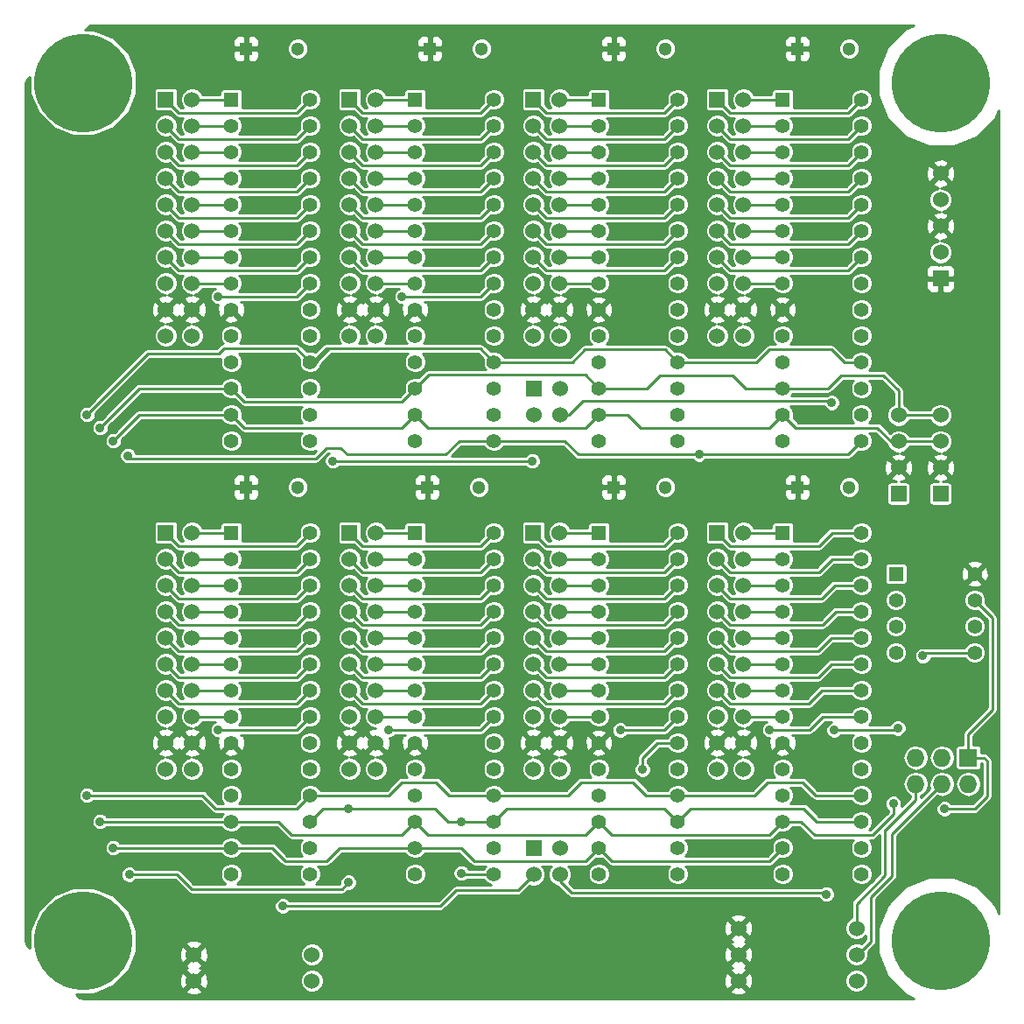
<source format=gtl>
G04 #@! TF.FileFunction,Copper,L1,Top,Signal*
%FSLAX46Y46*%
G04 Gerber Fmt 4.6, Leading zero omitted, Abs format (unit mm)*
G04 Created by KiCad (PCBNEW (after 2015-mar-04 BZR unknown)-product) date 4/21/2015 3:37:25 PM*
%MOMM*%
G01*
G04 APERTURE LIST*
%ADD10C,0.150000*%
%ADD11R,1.524000X1.524000*%
%ADD12C,1.524000*%
%ADD13C,9.525000*%
%ADD14C,1.397000*%
%ADD15R,1.397000X1.397000*%
%ADD16R,1.300000X1.300000*%
%ADD17C,1.300000*%
%ADD18R,1.727200X1.727200*%
%ADD19O,1.727200X1.727200*%
%ADD20C,0.889000*%
%ADD21C,0.254000*%
G04 APERTURE END LIST*
D10*
D11*
X94869000Y-55753000D03*
D12*
X94869000Y-53213000D03*
X94869000Y-50673000D03*
X94869000Y-48133000D03*
D13*
X16000000Y-16000000D03*
X99000000Y-16000000D03*
X16000000Y-99000000D03*
X99000000Y-99000000D03*
D11*
X77310000Y-17620000D03*
D12*
X79850000Y-17620000D03*
X77310000Y-20160000D03*
X79850000Y-20160000D03*
X77310000Y-22700000D03*
X79850000Y-22700000D03*
X77310000Y-25240000D03*
X79850000Y-25240000D03*
X77310000Y-27780000D03*
X79850000Y-27780000D03*
X77310000Y-30320000D03*
X79850000Y-30320000D03*
X77310000Y-32860000D03*
X79850000Y-32860000D03*
X77310000Y-35400000D03*
X79850000Y-35400000D03*
X77310000Y-37940000D03*
X79850000Y-37940000D03*
X77310000Y-40480000D03*
X79850000Y-40480000D03*
D11*
X59530000Y-17620000D03*
D12*
X62070000Y-17620000D03*
X59530000Y-20160000D03*
X62070000Y-20160000D03*
X59530000Y-22700000D03*
X62070000Y-22700000D03*
X59530000Y-25240000D03*
X62070000Y-25240000D03*
X59530000Y-27780000D03*
X62070000Y-27780000D03*
X59530000Y-30320000D03*
X62070000Y-30320000D03*
X59530000Y-32860000D03*
X62070000Y-32860000D03*
X59530000Y-35400000D03*
X62070000Y-35400000D03*
X59530000Y-37940000D03*
X62070000Y-37940000D03*
X59530000Y-40480000D03*
X62070000Y-40480000D03*
D11*
X41750000Y-17620000D03*
D12*
X44290000Y-17620000D03*
X41750000Y-20160000D03*
X44290000Y-20160000D03*
X41750000Y-22700000D03*
X44290000Y-22700000D03*
X41750000Y-25240000D03*
X44290000Y-25240000D03*
X41750000Y-27780000D03*
X44290000Y-27780000D03*
X41750000Y-30320000D03*
X44290000Y-30320000D03*
X41750000Y-32860000D03*
X44290000Y-32860000D03*
X41750000Y-35400000D03*
X44290000Y-35400000D03*
X41750000Y-37940000D03*
X44290000Y-37940000D03*
X41750000Y-40480000D03*
X44290000Y-40480000D03*
D11*
X23970000Y-17620000D03*
D12*
X26510000Y-17620000D03*
X23970000Y-20160000D03*
X26510000Y-20160000D03*
X23970000Y-22700000D03*
X26510000Y-22700000D03*
X23970000Y-25240000D03*
X26510000Y-25240000D03*
X23970000Y-27780000D03*
X26510000Y-27780000D03*
X23970000Y-30320000D03*
X26510000Y-30320000D03*
X23970000Y-32860000D03*
X26510000Y-32860000D03*
X23970000Y-35400000D03*
X26510000Y-35400000D03*
X23970000Y-37940000D03*
X26510000Y-37940000D03*
X23970000Y-40480000D03*
X26510000Y-40480000D03*
D11*
X98933000Y-55753000D03*
D12*
X98933000Y-53213000D03*
X98933000Y-50673000D03*
X98933000Y-48133000D03*
D11*
X41750000Y-59530000D03*
D12*
X44290000Y-59530000D03*
X41750000Y-62070000D03*
X44290000Y-62070000D03*
X41750000Y-64610000D03*
X44290000Y-64610000D03*
X41750000Y-67150000D03*
X44290000Y-67150000D03*
X41750000Y-69690000D03*
X44290000Y-69690000D03*
X41750000Y-72230000D03*
X44290000Y-72230000D03*
X41750000Y-74770000D03*
X44290000Y-74770000D03*
X41750000Y-77310000D03*
X44290000Y-77310000D03*
X41750000Y-79850000D03*
X44290000Y-79850000D03*
X41750000Y-82390000D03*
X44290000Y-82390000D03*
D11*
X59530000Y-59530000D03*
D12*
X62070000Y-59530000D03*
X59530000Y-62070000D03*
X62070000Y-62070000D03*
X59530000Y-64610000D03*
X62070000Y-64610000D03*
X59530000Y-67150000D03*
X62070000Y-67150000D03*
X59530000Y-69690000D03*
X62070000Y-69690000D03*
X59530000Y-72230000D03*
X62070000Y-72230000D03*
X59530000Y-74770000D03*
X62070000Y-74770000D03*
X59530000Y-77310000D03*
X62070000Y-77310000D03*
X59530000Y-79850000D03*
X62070000Y-79850000D03*
X59530000Y-82390000D03*
X62070000Y-82390000D03*
D11*
X77310000Y-59530000D03*
D12*
X79850000Y-59530000D03*
X77310000Y-62070000D03*
X79850000Y-62070000D03*
X77310000Y-64610000D03*
X79850000Y-64610000D03*
X77310000Y-67150000D03*
X79850000Y-67150000D03*
X77310000Y-69690000D03*
X79850000Y-69690000D03*
X77310000Y-72230000D03*
X79850000Y-72230000D03*
X77310000Y-74770000D03*
X79850000Y-74770000D03*
X77310000Y-77310000D03*
X79850000Y-77310000D03*
X77310000Y-79850000D03*
X79850000Y-79850000D03*
X77310000Y-82390000D03*
X79850000Y-82390000D03*
D11*
X59563000Y-90043000D03*
D12*
X62103000Y-90043000D03*
X59563000Y-92583000D03*
X62103000Y-92583000D03*
D11*
X59563000Y-45593000D03*
D12*
X62103000Y-45593000D03*
X59563000Y-48133000D03*
X62103000Y-48133000D03*
D11*
X23970000Y-59530000D03*
D12*
X26510000Y-59530000D03*
X23970000Y-62070000D03*
X26510000Y-62070000D03*
X23970000Y-64610000D03*
X26510000Y-64610000D03*
X23970000Y-67150000D03*
X26510000Y-67150000D03*
X23970000Y-69690000D03*
X26510000Y-69690000D03*
X23970000Y-72230000D03*
X26510000Y-72230000D03*
X23970000Y-74770000D03*
X26510000Y-74770000D03*
X23970000Y-77310000D03*
X26510000Y-77310000D03*
X23970000Y-79850000D03*
X26510000Y-79850000D03*
X23970000Y-82390000D03*
X26510000Y-82390000D03*
D11*
X98933000Y-34925000D03*
D12*
X98933000Y-32385000D03*
X98933000Y-29845000D03*
X98933000Y-27305000D03*
X98933000Y-24765000D03*
X26670000Y-100330000D03*
X38100000Y-100330000D03*
X26670000Y-102870000D03*
X38100000Y-102870000D03*
X90805000Y-100330000D03*
X79375000Y-100330000D03*
X90805000Y-97790000D03*
X79375000Y-97790000D03*
D14*
X30320000Y-20160000D03*
X30320000Y-22700000D03*
X30320000Y-25240000D03*
X30320000Y-27780000D03*
X30320000Y-30320000D03*
X30320000Y-32860000D03*
X30320000Y-35400000D03*
X30320000Y-37940000D03*
X30320000Y-40480000D03*
X30320000Y-43020000D03*
X30320000Y-45560000D03*
X30320000Y-48100000D03*
X30320000Y-50640000D03*
D15*
X30320000Y-17620000D03*
D14*
X37940000Y-50640000D03*
X37940000Y-48100000D03*
X37940000Y-45560000D03*
X37940000Y-43020000D03*
X37940000Y-40480000D03*
X37940000Y-37940000D03*
X37940000Y-35400000D03*
X37940000Y-32860000D03*
X37940000Y-30320000D03*
X37940000Y-27780000D03*
X37940000Y-25240000D03*
X37940000Y-22700000D03*
X37940000Y-20160000D03*
X37940000Y-17620000D03*
X48100000Y-20160000D03*
X48100000Y-22700000D03*
X48100000Y-25240000D03*
X48100000Y-27780000D03*
X48100000Y-30320000D03*
X48100000Y-32860000D03*
X48100000Y-35400000D03*
X48100000Y-37940000D03*
X48100000Y-40480000D03*
X48100000Y-43020000D03*
X48100000Y-45560000D03*
X48100000Y-48100000D03*
X48100000Y-50640000D03*
D15*
X48100000Y-17620000D03*
D14*
X55720000Y-50640000D03*
X55720000Y-48100000D03*
X55720000Y-45560000D03*
X55720000Y-43020000D03*
X55720000Y-40480000D03*
X55720000Y-37940000D03*
X55720000Y-35400000D03*
X55720000Y-32860000D03*
X55720000Y-30320000D03*
X55720000Y-27780000D03*
X55720000Y-25240000D03*
X55720000Y-22700000D03*
X55720000Y-20160000D03*
X55720000Y-17620000D03*
X65880000Y-20160000D03*
X65880000Y-22700000D03*
X65880000Y-25240000D03*
X65880000Y-27780000D03*
X65880000Y-30320000D03*
X65880000Y-32860000D03*
X65880000Y-35400000D03*
X65880000Y-37940000D03*
X65880000Y-40480000D03*
X65880000Y-43020000D03*
X65880000Y-45560000D03*
X65880000Y-48100000D03*
X65880000Y-50640000D03*
D15*
X65880000Y-17620000D03*
D14*
X73500000Y-50640000D03*
X73500000Y-48100000D03*
X73500000Y-45560000D03*
X73500000Y-43020000D03*
X73500000Y-40480000D03*
X73500000Y-37940000D03*
X73500000Y-35400000D03*
X73500000Y-32860000D03*
X73500000Y-30320000D03*
X73500000Y-27780000D03*
X73500000Y-25240000D03*
X73500000Y-22700000D03*
X73500000Y-20160000D03*
X73500000Y-17620000D03*
X83660000Y-20160000D03*
X83660000Y-22700000D03*
X83660000Y-25240000D03*
X83660000Y-27780000D03*
X83660000Y-30320000D03*
X83660000Y-32860000D03*
X83660000Y-35400000D03*
X83660000Y-37940000D03*
X83660000Y-40480000D03*
X83660000Y-43020000D03*
X83660000Y-45560000D03*
X83660000Y-48100000D03*
X83660000Y-50640000D03*
D15*
X83660000Y-17620000D03*
D14*
X91280000Y-50640000D03*
X91280000Y-48100000D03*
X91280000Y-45560000D03*
X91280000Y-43020000D03*
X91280000Y-40480000D03*
X91280000Y-37940000D03*
X91280000Y-35400000D03*
X91280000Y-32860000D03*
X91280000Y-30320000D03*
X91280000Y-27780000D03*
X91280000Y-25240000D03*
X91280000Y-22700000D03*
X91280000Y-20160000D03*
X91280000Y-17620000D03*
X30320000Y-62070000D03*
X30320000Y-64610000D03*
X30320000Y-67150000D03*
X30320000Y-69690000D03*
X30320000Y-72230000D03*
X30320000Y-74770000D03*
X30320000Y-77310000D03*
X30320000Y-79850000D03*
X30320000Y-82390000D03*
X30320000Y-84930000D03*
X30320000Y-87470000D03*
X30320000Y-90010000D03*
X30320000Y-92550000D03*
D15*
X30320000Y-59530000D03*
D14*
X37940000Y-92550000D03*
X37940000Y-90010000D03*
X37940000Y-87470000D03*
X37940000Y-84930000D03*
X37940000Y-82390000D03*
X37940000Y-79850000D03*
X37940000Y-77310000D03*
X37940000Y-74770000D03*
X37940000Y-72230000D03*
X37940000Y-69690000D03*
X37940000Y-67150000D03*
X37940000Y-64610000D03*
X37940000Y-62070000D03*
X37940000Y-59530000D03*
X48100000Y-62070000D03*
X48100000Y-64610000D03*
X48100000Y-67150000D03*
X48100000Y-69690000D03*
X48100000Y-72230000D03*
X48100000Y-74770000D03*
X48100000Y-77310000D03*
X48100000Y-79850000D03*
X48100000Y-82390000D03*
X48100000Y-84930000D03*
X48100000Y-87470000D03*
X48100000Y-90010000D03*
X48100000Y-92550000D03*
D15*
X48100000Y-59530000D03*
D14*
X55720000Y-92550000D03*
X55720000Y-90010000D03*
X55720000Y-87470000D03*
X55720000Y-84930000D03*
X55720000Y-82390000D03*
X55720000Y-79850000D03*
X55720000Y-77310000D03*
X55720000Y-74770000D03*
X55720000Y-72230000D03*
X55720000Y-69690000D03*
X55720000Y-67150000D03*
X55720000Y-64610000D03*
X55720000Y-62070000D03*
X55720000Y-59530000D03*
X65880000Y-62070000D03*
X65880000Y-64610000D03*
X65880000Y-67150000D03*
X65880000Y-69690000D03*
X65880000Y-72230000D03*
X65880000Y-74770000D03*
X65880000Y-77310000D03*
X65880000Y-79850000D03*
X65880000Y-82390000D03*
X65880000Y-84930000D03*
X65880000Y-87470000D03*
X65880000Y-90010000D03*
X65880000Y-92550000D03*
D15*
X65880000Y-59530000D03*
D14*
X73500000Y-92550000D03*
X73500000Y-90010000D03*
X73500000Y-87470000D03*
X73500000Y-84930000D03*
X73500000Y-82390000D03*
X73500000Y-79850000D03*
X73500000Y-77310000D03*
X73500000Y-74770000D03*
X73500000Y-72230000D03*
X73500000Y-69690000D03*
X73500000Y-67150000D03*
X73500000Y-64610000D03*
X73500000Y-62070000D03*
X73500000Y-59530000D03*
X83660000Y-62070000D03*
X83660000Y-64610000D03*
X83660000Y-67150000D03*
X83660000Y-69690000D03*
X83660000Y-72230000D03*
X83660000Y-74770000D03*
X83660000Y-77310000D03*
X83660000Y-79850000D03*
X83660000Y-82390000D03*
X83660000Y-84930000D03*
X83660000Y-87470000D03*
X83660000Y-90010000D03*
X83660000Y-92550000D03*
D15*
X83660000Y-59530000D03*
D14*
X91280000Y-92550000D03*
X91280000Y-90010000D03*
X91280000Y-87470000D03*
X91280000Y-84930000D03*
X91280000Y-82390000D03*
X91280000Y-79850000D03*
X91280000Y-77310000D03*
X91280000Y-74770000D03*
X91280000Y-72230000D03*
X91280000Y-69690000D03*
X91280000Y-67150000D03*
X91280000Y-64610000D03*
X91280000Y-62070000D03*
X91280000Y-59530000D03*
D15*
X94615000Y-63500000D03*
D14*
X94615000Y-66040000D03*
X94615000Y-68580000D03*
X94615000Y-71120000D03*
X102235000Y-71120000D03*
X102235000Y-68580000D03*
X102235000Y-66040000D03*
X102235000Y-63500000D03*
D16*
X31750000Y-12700000D03*
D17*
X36750000Y-12700000D03*
D16*
X49530000Y-12700000D03*
D17*
X54530000Y-12700000D03*
D16*
X67310000Y-12700000D03*
D17*
X72310000Y-12700000D03*
D16*
X85090000Y-12700000D03*
D17*
X90090000Y-12700000D03*
D16*
X31750000Y-55118000D03*
D17*
X36750000Y-55118000D03*
D16*
X49276000Y-55118000D03*
D17*
X54276000Y-55118000D03*
D16*
X67310000Y-55118000D03*
D17*
X72310000Y-55118000D03*
D16*
X85090000Y-55118000D03*
D17*
X90090000Y-55118000D03*
D18*
X101600000Y-81280000D03*
D19*
X101600000Y-83820000D03*
X99060000Y-81280000D03*
X99060000Y-83820000D03*
X96520000Y-81280000D03*
X96520000Y-83820000D03*
D12*
X79375000Y-102870000D03*
X90805000Y-102870000D03*
D20*
X29050000Y-36670000D03*
X40132000Y-52578000D03*
X59436000Y-52578000D03*
X16350000Y-84930000D03*
X16350000Y-48100000D03*
X94361000Y-85725000D03*
X17620000Y-87470000D03*
X17620000Y-49370000D03*
X97218500Y-71437500D03*
X94805500Y-78422500D03*
X18890000Y-90010000D03*
X18890000Y-50640000D03*
X88646000Y-78613000D03*
X75565000Y-51943000D03*
X20320000Y-52070000D03*
X20447000Y-92583000D03*
X41656000Y-93345000D03*
X41656000Y-86233000D03*
X52578000Y-87503000D03*
X52578000Y-92456000D03*
X46830000Y-36670000D03*
X88392000Y-46926500D03*
X29050000Y-78580000D03*
X35306000Y-95631000D03*
X45560000Y-78580000D03*
X67945000Y-78613000D03*
X70104000Y-82423000D03*
X82390000Y-78580000D03*
X87884000Y-94488000D03*
X99314000Y-86233000D03*
D21*
X36670000Y-36670000D02*
X37940000Y-35400000D01*
X29050000Y-36670000D02*
X36670000Y-36670000D01*
X23970000Y-32860000D02*
X25240000Y-34130000D01*
X36670000Y-34130000D02*
X37940000Y-32860000D01*
X25240000Y-34130000D02*
X36670000Y-34130000D01*
X26510000Y-22700000D02*
X30320000Y-22700000D01*
X26510000Y-25240000D02*
X30320000Y-25240000D01*
X26510000Y-27780000D02*
X30320000Y-27780000D01*
X26510000Y-30320000D02*
X30320000Y-30320000D01*
X26510000Y-32860000D02*
X30320000Y-32860000D01*
X26510000Y-35400000D02*
X30320000Y-35400000D01*
X36670000Y-31590000D02*
X37940000Y-30320000D01*
X23970000Y-30320000D02*
X25240000Y-31590000D01*
X25240000Y-31590000D02*
X36670000Y-31590000D01*
X36670000Y-29050000D02*
X37940000Y-27780000D01*
X23970000Y-27780000D02*
X25240000Y-29050000D01*
X25240000Y-29050000D02*
X36670000Y-29050000D01*
X23970000Y-25240000D02*
X25240000Y-26510000D01*
X36670000Y-26510000D02*
X37940000Y-25240000D01*
X25240000Y-26510000D02*
X36670000Y-26510000D01*
X23970000Y-22700000D02*
X25240000Y-23970000D01*
X36670000Y-23970000D02*
X37940000Y-22700000D01*
X25240000Y-23970000D02*
X36670000Y-23970000D01*
X36670000Y-21430000D02*
X37940000Y-20160000D01*
X25240000Y-21430000D02*
X36670000Y-21430000D01*
X23970000Y-20160000D02*
X25240000Y-21430000D01*
X36670000Y-18890000D02*
X37940000Y-17620000D01*
X25240000Y-18890000D02*
X36670000Y-18890000D01*
X23970000Y-17620000D02*
X25240000Y-18890000D01*
X26510000Y-17620000D02*
X30320000Y-17620000D01*
X26510000Y-20160000D02*
X30320000Y-20160000D01*
X40132000Y-52578000D02*
X59436000Y-52578000D01*
X73500000Y-43020000D02*
X81122500Y-43020000D01*
X88392000Y-41783000D02*
X89629000Y-43020000D01*
X82359500Y-41783000D02*
X88392000Y-41783000D01*
X81122500Y-43020000D02*
X82359500Y-41783000D01*
X60325000Y-43020000D02*
X63279000Y-43020000D01*
X72263000Y-41783000D02*
X73500000Y-43020000D01*
X64516000Y-41783000D02*
X72263000Y-41783000D01*
X63279000Y-43020000D02*
X64516000Y-41783000D01*
X37940000Y-43020000D02*
X36639500Y-41719500D01*
X22222500Y-42227500D02*
X16350000Y-48100000D01*
X29083000Y-42227500D02*
X22222500Y-42227500D01*
X29591000Y-41719500D02*
X29083000Y-42227500D01*
X36639500Y-41719500D02*
X29591000Y-41719500D01*
X55720000Y-43020000D02*
X54419500Y-41719500D01*
X54419500Y-41719500D02*
X39814500Y-41719500D01*
X39814500Y-41719500D02*
X38514000Y-43020000D01*
X38514000Y-43020000D02*
X37940000Y-43020000D01*
X37940000Y-43020000D02*
X38196500Y-43020000D01*
X38196500Y-43020000D02*
X39497000Y-41719500D01*
X39497000Y-41719500D02*
X54419500Y-41719500D01*
X91280000Y-84930000D02*
X86835000Y-84930000D01*
X86835000Y-84930000D02*
X85565000Y-83660000D01*
X70452000Y-84930000D02*
X73500000Y-84930000D01*
X69182000Y-83660000D02*
X70452000Y-84930000D01*
X73500000Y-84930000D02*
X80932000Y-84930000D01*
X85565000Y-83660000D02*
X82202000Y-83660000D01*
X80932000Y-84930000D02*
X82202000Y-83660000D01*
X55720000Y-84930000D02*
X62898000Y-84930000D01*
X62898000Y-84930000D02*
X64168000Y-83660000D01*
X16350000Y-84930000D02*
X27526000Y-84930000D01*
X27526000Y-84930000D02*
X28796000Y-86200000D01*
X55720000Y-84930000D02*
X51402000Y-84930000D01*
X51402000Y-84930000D02*
X50132000Y-83660000D01*
X89629000Y-43020000D02*
X91280000Y-43020000D01*
X55720000Y-43020000D02*
X60325000Y-43020000D01*
X91280000Y-84930000D02*
X91450000Y-84930000D01*
X64168000Y-83660000D02*
X69182000Y-83660000D01*
X37940000Y-84930000D02*
X45560000Y-84930000D01*
X45560000Y-84930000D02*
X46830000Y-83660000D01*
X46830000Y-83660000D02*
X50132000Y-83660000D01*
X37940000Y-84930000D02*
X36670000Y-86200000D01*
X36670000Y-86200000D02*
X28796000Y-86200000D01*
X94361000Y-86360000D02*
X94361000Y-85725000D01*
X94869000Y-48133000D02*
X94869000Y-45783500D01*
X94869000Y-45783500D02*
X93375500Y-44290000D01*
X83660000Y-45560000D02*
X80040500Y-45560000D01*
X80040500Y-45560000D02*
X78803500Y-44323000D01*
X65880000Y-45560000D02*
X70518000Y-45560000D01*
X71755000Y-44323000D02*
X78803500Y-44323000D01*
X70518000Y-45560000D02*
X71755000Y-44323000D01*
X48100000Y-45560000D02*
X48102500Y-45560000D01*
X48102500Y-45560000D02*
X49403000Y-44259500D01*
X64579500Y-44259500D02*
X65880000Y-45560000D01*
X49403000Y-44259500D02*
X64579500Y-44259500D01*
X83660000Y-87470000D02*
X85438000Y-87470000D01*
X94361000Y-86741000D02*
X94361000Y-86360000D01*
X92329000Y-88773000D02*
X94361000Y-86741000D01*
X86741000Y-88773000D02*
X92329000Y-88773000D01*
X85438000Y-87470000D02*
X86741000Y-88773000D01*
X30320000Y-87470000D02*
X34892000Y-87470000D01*
X34892000Y-87470000D02*
X36162000Y-88740000D01*
X65880000Y-45560000D02*
X66388000Y-45560000D01*
X88044000Y-45560000D02*
X89314000Y-44290000D01*
X83660000Y-45560000D02*
X88044000Y-45560000D01*
X89314000Y-44290000D02*
X93375500Y-44290000D01*
X48100000Y-87470000D02*
X49370000Y-88740000D01*
X64610000Y-88740000D02*
X65880000Y-87470000D01*
X49370000Y-88740000D02*
X64610000Y-88740000D01*
X30320000Y-45560000D02*
X21430000Y-45560000D01*
X21430000Y-45560000D02*
X17620000Y-49370000D01*
X30320000Y-87470000D02*
X17620000Y-87470000D01*
X65880000Y-87470000D02*
X67150000Y-88740000D01*
X67150000Y-88740000D02*
X82390000Y-88740000D01*
X82390000Y-88740000D02*
X83660000Y-87470000D01*
X46830000Y-88740000D02*
X48100000Y-87470000D01*
X36162000Y-88740000D02*
X46830000Y-88740000D01*
X48100000Y-45560000D02*
X46830000Y-46830000D01*
X31590000Y-46830000D02*
X30320000Y-45560000D01*
X46830000Y-46830000D02*
X31590000Y-46830000D01*
X98933000Y-48133000D02*
X94869000Y-48133000D01*
X88646000Y-78613000D02*
X94615000Y-78613000D01*
X97536000Y-71120000D02*
X102235000Y-71120000D01*
X97218500Y-71437500D02*
X97536000Y-71120000D01*
X94615000Y-78613000D02*
X94805500Y-78422500D01*
X65880000Y-48100000D02*
X68610500Y-48100000D01*
X68610500Y-48100000D02*
X69880500Y-49370000D01*
X71755000Y-49370000D02*
X69880500Y-49370000D01*
X71755000Y-49370000D02*
X82390000Y-49370000D01*
X48100000Y-48100000D02*
X48547000Y-48100000D01*
X82390000Y-49370000D02*
X83660000Y-48100000D01*
X30320000Y-90010000D02*
X34257000Y-90010000D01*
X34257000Y-90010000D02*
X35527000Y-91280000D01*
X48100000Y-90010000D02*
X40800000Y-90010000D01*
X40800000Y-90010000D02*
X39530000Y-91280000D01*
X48100000Y-90010000D02*
X52545000Y-90010000D01*
X52545000Y-90010000D02*
X53815000Y-91280000D01*
X83660000Y-48100000D02*
X82390000Y-49370000D01*
X65880000Y-90010000D02*
X67150000Y-91280000D01*
X82390000Y-91280000D02*
X83660000Y-90010000D01*
X67150000Y-91280000D02*
X82390000Y-91280000D01*
X30320000Y-90010000D02*
X18890000Y-90010000D01*
X21430000Y-48100000D02*
X18890000Y-50640000D01*
X30320000Y-48100000D02*
X21430000Y-48100000D01*
X64610000Y-91280000D02*
X65880000Y-90010000D01*
X53815000Y-91280000D02*
X64610000Y-91280000D01*
X35527000Y-91280000D02*
X39530000Y-91280000D01*
X48100000Y-48100000D02*
X46830000Y-49370000D01*
X31590000Y-49370000D02*
X30320000Y-48100000D01*
X46830000Y-49370000D02*
X31590000Y-49370000D01*
X65880000Y-48100000D02*
X64610000Y-49370000D01*
X49370000Y-49370000D02*
X48100000Y-48100000D01*
X64610000Y-49370000D02*
X49370000Y-49370000D01*
X84930000Y-49370000D02*
X83660000Y-48100000D01*
X92804000Y-49370000D02*
X84930000Y-49370000D01*
X98933000Y-50673000D02*
X94869000Y-50673000D01*
X94107000Y-50673000D02*
X92804000Y-49370000D01*
X94869000Y-50673000D02*
X94107000Y-50673000D01*
X34290000Y-52324000D02*
X20574000Y-52324000D01*
X20574000Y-52324000D02*
X20320000Y-52070000D01*
X20447000Y-92583000D02*
X25082500Y-92583000D01*
X41021000Y-93980000D02*
X41656000Y-93345000D01*
X39243000Y-93980000D02*
X41021000Y-93980000D01*
X39243000Y-93980000D02*
X26479500Y-93980000D01*
X25082500Y-92583000D02*
X26479500Y-93980000D01*
X41656000Y-86233000D02*
X41656000Y-86200000D01*
X55720000Y-50640000D02*
X52357000Y-50640000D01*
X38481000Y-52324000D02*
X34290000Y-52324000D01*
X39497000Y-51308000D02*
X38481000Y-52324000D01*
X40894000Y-51308000D02*
X39497000Y-51308000D01*
X41529000Y-51943000D02*
X40894000Y-51308000D01*
X51054000Y-51943000D02*
X41529000Y-51943000D01*
X52357000Y-50640000D02*
X51054000Y-51943000D01*
X55560000Y-50800000D02*
X55720000Y-50640000D01*
X52578000Y-87503000D02*
X52578000Y-87470000D01*
X55720000Y-92550000D02*
X52672000Y-92550000D01*
X52672000Y-92550000D02*
X52578000Y-92456000D01*
X91280000Y-87470000D02*
X86962000Y-87470000D01*
X86962000Y-87470000D02*
X85692000Y-86200000D01*
X39210000Y-86200000D02*
X41656000Y-86200000D01*
X41656000Y-86200000D02*
X50005000Y-86200000D01*
X51275000Y-87470000D02*
X50005000Y-86200000D01*
X52578000Y-87470000D02*
X51275000Y-87470000D01*
X39210000Y-86200000D02*
X37940000Y-87470000D01*
X55720000Y-87470000D02*
X52578000Y-87470000D01*
X63881000Y-51943000D02*
X75565000Y-51943000D01*
X75565000Y-51943000D02*
X89977000Y-51943000D01*
X62578000Y-50640000D02*
X63881000Y-51943000D01*
X55720000Y-50640000D02*
X62578000Y-50640000D01*
X89977000Y-51943000D02*
X91280000Y-50640000D01*
X55720000Y-87470000D02*
X56990000Y-86200000D01*
X56990000Y-86200000D02*
X72230000Y-86200000D01*
X72230000Y-86200000D02*
X73500000Y-87470000D01*
X73500000Y-87470000D02*
X74770000Y-86200000D01*
X74770000Y-86200000D02*
X85692000Y-86200000D01*
X54450000Y-36670000D02*
X55720000Y-35400000D01*
X46830000Y-36670000D02*
X54450000Y-36670000D01*
X41750000Y-32860000D02*
X43020000Y-34130000D01*
X54450000Y-34130000D02*
X55720000Y-32860000D01*
X43020000Y-34130000D02*
X54450000Y-34130000D01*
X44290000Y-22700000D02*
X48100000Y-22700000D01*
X44290000Y-25240000D02*
X48100000Y-25240000D01*
X44290000Y-27780000D02*
X48100000Y-27780000D01*
X44290000Y-30320000D02*
X48100000Y-30320000D01*
X44290000Y-32860000D02*
X48100000Y-32860000D01*
X44290000Y-35400000D02*
X48100000Y-35400000D01*
X54450000Y-31590000D02*
X55720000Y-30320000D01*
X43020000Y-31590000D02*
X54450000Y-31590000D01*
X41750000Y-30320000D02*
X43020000Y-31590000D01*
X54450000Y-29050000D02*
X55720000Y-27780000D01*
X43020000Y-29050000D02*
X54450000Y-29050000D01*
X41750000Y-27780000D02*
X43020000Y-29050000D01*
X41750000Y-25240000D02*
X43020000Y-26510000D01*
X54450000Y-26510000D02*
X55720000Y-25240000D01*
X43020000Y-26510000D02*
X54450000Y-26510000D01*
X41750000Y-22700000D02*
X43020000Y-23970000D01*
X54450000Y-23970000D02*
X55720000Y-22700000D01*
X43020000Y-23970000D02*
X54450000Y-23970000D01*
X54450000Y-21430000D02*
X55720000Y-20160000D01*
X43020000Y-21430000D02*
X54450000Y-21430000D01*
X41750000Y-20160000D02*
X43020000Y-21430000D01*
X54450000Y-18890000D02*
X55720000Y-17620000D01*
X43020000Y-18890000D02*
X54450000Y-18890000D01*
X41750000Y-17620000D02*
X43020000Y-18890000D01*
X44290000Y-17620000D02*
X48100000Y-17620000D01*
X44290000Y-20160000D02*
X48100000Y-20160000D01*
X59530000Y-32860000D02*
X60800000Y-34130000D01*
X72230000Y-34130000D02*
X73500000Y-32860000D01*
X60800000Y-34130000D02*
X72230000Y-34130000D01*
X62070000Y-22700000D02*
X65880000Y-22700000D01*
X62070000Y-25240000D02*
X65880000Y-25240000D01*
X62070000Y-27780000D02*
X65880000Y-27780000D01*
X62070000Y-30320000D02*
X65880000Y-30320000D01*
X62070000Y-32860000D02*
X65880000Y-32860000D01*
X62070000Y-35400000D02*
X65880000Y-35400000D01*
X72230000Y-31590000D02*
X73500000Y-30320000D01*
X60800000Y-31590000D02*
X72230000Y-31590000D01*
X59530000Y-30320000D02*
X60800000Y-31590000D01*
X72230000Y-29050000D02*
X73500000Y-27780000D01*
X60800000Y-29050000D02*
X72230000Y-29050000D01*
X59530000Y-27780000D02*
X60800000Y-29050000D01*
X59530000Y-25240000D02*
X60800000Y-26510000D01*
X72230000Y-26510000D02*
X73500000Y-25240000D01*
X60800000Y-26510000D02*
X72230000Y-26510000D01*
X59530000Y-22700000D02*
X60800000Y-23970000D01*
X72230000Y-23970000D02*
X73500000Y-22700000D01*
X60800000Y-23970000D02*
X72230000Y-23970000D01*
X72230000Y-21430000D02*
X73500000Y-20160000D01*
X60800000Y-21430000D02*
X72230000Y-21430000D01*
X59530000Y-20160000D02*
X60800000Y-21430000D01*
X72230000Y-18890000D02*
X73500000Y-17620000D01*
X60800000Y-18890000D02*
X72230000Y-18890000D01*
X59530000Y-17620000D02*
X60800000Y-18890000D01*
X62070000Y-17620000D02*
X65880000Y-17620000D01*
X62070000Y-20160000D02*
X65880000Y-20160000D01*
X77310000Y-32860000D02*
X78580000Y-34130000D01*
X90010000Y-34130000D02*
X91280000Y-32860000D01*
X78580000Y-34130000D02*
X90010000Y-34130000D01*
X79850000Y-22700000D02*
X83660000Y-22700000D01*
X79850000Y-25240000D02*
X83660000Y-25240000D01*
X79850000Y-27780000D02*
X83660000Y-27780000D01*
X79850000Y-30320000D02*
X83660000Y-30320000D01*
X79850000Y-32860000D02*
X83660000Y-32860000D01*
X79850000Y-35400000D02*
X83660000Y-35400000D01*
X90010000Y-31590000D02*
X91280000Y-30320000D01*
X78580000Y-31590000D02*
X90010000Y-31590000D01*
X77310000Y-30320000D02*
X78580000Y-31590000D01*
X90010000Y-29050000D02*
X91280000Y-27780000D01*
X78580000Y-29050000D02*
X90010000Y-29050000D01*
X77310000Y-27780000D02*
X78580000Y-29050000D01*
X77310000Y-25240000D02*
X78580000Y-26510000D01*
X90010000Y-26510000D02*
X91280000Y-25240000D01*
X78580000Y-26510000D02*
X90010000Y-26510000D01*
X77310000Y-22700000D02*
X78580000Y-23970000D01*
X90010000Y-23970000D02*
X91280000Y-22700000D01*
X78580000Y-23970000D02*
X90010000Y-23970000D01*
X90010000Y-21430000D02*
X91280000Y-20160000D01*
X78580000Y-21430000D02*
X90010000Y-21430000D01*
X77310000Y-20160000D02*
X78580000Y-21430000D01*
X90010000Y-18890000D02*
X91280000Y-17620000D01*
X78580000Y-18890000D02*
X90010000Y-18890000D01*
X77310000Y-17620000D02*
X78580000Y-18890000D01*
X79850000Y-17620000D02*
X83660000Y-17620000D01*
X79850000Y-20160000D02*
X83660000Y-20160000D01*
X78803500Y-46799500D02*
X88265000Y-46799500D01*
X88265000Y-46799500D02*
X88392000Y-46926500D01*
X62103000Y-48133000D02*
X62992000Y-48133000D01*
X64325500Y-46799500D02*
X78803500Y-46799500D01*
X62992000Y-48133000D02*
X64325500Y-46799500D01*
X36670000Y-78580000D02*
X37940000Y-77310000D01*
X29050000Y-78580000D02*
X36670000Y-78580000D01*
X23970000Y-74770000D02*
X25240000Y-76040000D01*
X25240000Y-76040000D02*
X36670000Y-76040000D01*
X36670000Y-76040000D02*
X37940000Y-74770000D01*
X26510000Y-64610000D02*
X30320000Y-64610000D01*
X26510000Y-67150000D02*
X30320000Y-67150000D01*
X26510000Y-69690000D02*
X30320000Y-69690000D01*
X26510000Y-72230000D02*
X30320000Y-72230000D01*
X26510000Y-74770000D02*
X30320000Y-74770000D01*
X26510000Y-77310000D02*
X30320000Y-77310000D01*
X23970000Y-72230000D02*
X25240000Y-73500000D01*
X25240000Y-73500000D02*
X36670000Y-73500000D01*
X36670000Y-73500000D02*
X37940000Y-72230000D01*
X23970000Y-69690000D02*
X25240000Y-70960000D01*
X25240000Y-70960000D02*
X36670000Y-70960000D01*
X36670000Y-70960000D02*
X37940000Y-69690000D01*
X23970000Y-67150000D02*
X25240000Y-68420000D01*
X25240000Y-68420000D02*
X36670000Y-68420000D01*
X36670000Y-68420000D02*
X37940000Y-67150000D01*
X23970000Y-64610000D02*
X25240000Y-65880000D01*
X25240000Y-65880000D02*
X36670000Y-65880000D01*
X36670000Y-65880000D02*
X37940000Y-64610000D01*
X23970000Y-62070000D02*
X25240000Y-63340000D01*
X25240000Y-63340000D02*
X36670000Y-63340000D01*
X36670000Y-63340000D02*
X37940000Y-62070000D01*
X23970000Y-59530000D02*
X25240000Y-60800000D01*
X25240000Y-60800000D02*
X36670000Y-60800000D01*
X36670000Y-60800000D02*
X37940000Y-59530000D01*
X26510000Y-59530000D02*
X30320000Y-59530000D01*
X26510000Y-62070000D02*
X30320000Y-62070000D01*
X52070000Y-94107000D02*
X52705000Y-94107000D01*
X50546000Y-95631000D02*
X52070000Y-94107000D01*
X35306000Y-95631000D02*
X50546000Y-95631000D01*
X52705000Y-94107000D02*
X58039000Y-94107000D01*
X58039000Y-94107000D02*
X59563000Y-92583000D01*
X54450000Y-78580000D02*
X55720000Y-77310000D01*
X45560000Y-78580000D02*
X54450000Y-78580000D01*
X41750000Y-74770000D02*
X43020000Y-76040000D01*
X43020000Y-76040000D02*
X54450000Y-76040000D01*
X54450000Y-76040000D02*
X55720000Y-74770000D01*
X44290000Y-64610000D02*
X48100000Y-64610000D01*
X44290000Y-67150000D02*
X48100000Y-67150000D01*
X44290000Y-69690000D02*
X48100000Y-69690000D01*
X44290000Y-72230000D02*
X48100000Y-72230000D01*
X44290000Y-74770000D02*
X48100000Y-74770000D01*
X44290000Y-77310000D02*
X48100000Y-77310000D01*
X41750000Y-72230000D02*
X43020000Y-73500000D01*
X43020000Y-73500000D02*
X54450000Y-73500000D01*
X54450000Y-73500000D02*
X55720000Y-72230000D01*
X41750000Y-69690000D02*
X43020000Y-70960000D01*
X43020000Y-70960000D02*
X54450000Y-70960000D01*
X54450000Y-70960000D02*
X55720000Y-69690000D01*
X41750000Y-67150000D02*
X43020000Y-68420000D01*
X43020000Y-68420000D02*
X54450000Y-68420000D01*
X54450000Y-68420000D02*
X55720000Y-67150000D01*
X41750000Y-64610000D02*
X43020000Y-65880000D01*
X43020000Y-65880000D02*
X54450000Y-65880000D01*
X54450000Y-65880000D02*
X55720000Y-64610000D01*
X41750000Y-62070000D02*
X43020000Y-63340000D01*
X43020000Y-63340000D02*
X54450000Y-63340000D01*
X54450000Y-63340000D02*
X55720000Y-62070000D01*
X41750000Y-59530000D02*
X43020000Y-60800000D01*
X43020000Y-60800000D02*
X54450000Y-60800000D01*
X54450000Y-60800000D02*
X55720000Y-59530000D01*
X44290000Y-59530000D02*
X48100000Y-59530000D01*
X44290000Y-62070000D02*
X48100000Y-62070000D01*
X72230000Y-78580000D02*
X73500000Y-77310000D01*
X67945000Y-78580000D02*
X72230000Y-78580000D01*
X67945000Y-78613000D02*
X67945000Y-78580000D01*
X59530000Y-74770000D02*
X60800000Y-76040000D01*
X60800000Y-76040000D02*
X72230000Y-76040000D01*
X72230000Y-76040000D02*
X73500000Y-74770000D01*
X62070000Y-64610000D02*
X65880000Y-64610000D01*
X62070000Y-67150000D02*
X65880000Y-67150000D01*
X62070000Y-69690000D02*
X65880000Y-69690000D01*
X62070000Y-72230000D02*
X65880000Y-72230000D01*
X62070000Y-74770000D02*
X65880000Y-74770000D01*
X62070000Y-77310000D02*
X65880000Y-77310000D01*
X59530000Y-72230000D02*
X60800000Y-73500000D01*
X60800000Y-73500000D02*
X72230000Y-73500000D01*
X72230000Y-73500000D02*
X73500000Y-72230000D01*
X59530000Y-69690000D02*
X60800000Y-70960000D01*
X60800000Y-70960000D02*
X72230000Y-70960000D01*
X72230000Y-70960000D02*
X73500000Y-69690000D01*
X59530000Y-67150000D02*
X60800000Y-68420000D01*
X60800000Y-68420000D02*
X72230000Y-68420000D01*
X72230000Y-68420000D02*
X73500000Y-67150000D01*
X59530000Y-64610000D02*
X60800000Y-65880000D01*
X60800000Y-65880000D02*
X72230000Y-65880000D01*
X72230000Y-65880000D02*
X73500000Y-64610000D01*
X59530000Y-62070000D02*
X60800000Y-63340000D01*
X60800000Y-63340000D02*
X72230000Y-63340000D01*
X72230000Y-63340000D02*
X73500000Y-62070000D01*
X59530000Y-59530000D02*
X60800000Y-60800000D01*
X60800000Y-60800000D02*
X72230000Y-60800000D01*
X72230000Y-60800000D02*
X73500000Y-59530000D01*
X62070000Y-59530000D02*
X65880000Y-59530000D01*
X62070000Y-62070000D02*
X65880000Y-62070000D01*
X70104000Y-82423000D02*
X70104000Y-81280000D01*
X71534000Y-79850000D02*
X73500000Y-79850000D01*
X70104000Y-81280000D02*
X71534000Y-79850000D01*
X82390000Y-78580000D02*
X86266000Y-78580000D01*
X87536000Y-77310000D02*
X86266000Y-78580000D01*
X91280000Y-77310000D02*
X87536000Y-77310000D01*
X77310000Y-74770000D02*
X78580000Y-76040000D01*
X78580000Y-76040000D02*
X86200000Y-76040000D01*
X87470000Y-74770000D02*
X86200000Y-76040000D01*
X91280000Y-74770000D02*
X87470000Y-74770000D01*
X79850000Y-64610000D02*
X83660000Y-64610000D01*
X79850000Y-67150000D02*
X83660000Y-67150000D01*
X79850000Y-69690000D02*
X83660000Y-69690000D01*
X79850000Y-72230000D02*
X83660000Y-72230000D01*
X79850000Y-74770000D02*
X83660000Y-74770000D01*
X79850000Y-77310000D02*
X83660000Y-77310000D01*
X91280000Y-72230000D02*
X88361500Y-72230000D01*
X88361500Y-72230000D02*
X87091500Y-73500000D01*
X77310000Y-72230000D02*
X78580000Y-73500000D01*
X78580000Y-73500000D02*
X87091500Y-73500000D01*
X91280000Y-69690000D02*
X88361500Y-69690000D01*
X88361500Y-69690000D02*
X87091500Y-70960000D01*
X77310000Y-69690000D02*
X78580000Y-70960000D01*
X78580000Y-70960000D02*
X87091500Y-70960000D01*
X91280000Y-67150000D02*
X88806000Y-67150000D01*
X88806000Y-67150000D02*
X87536000Y-68420000D01*
X77310000Y-67150000D02*
X78580000Y-68420000D01*
X78580000Y-68420000D02*
X87536000Y-68420000D01*
X91280000Y-64610000D02*
X88679000Y-64610000D01*
X88679000Y-64610000D02*
X87409000Y-65880000D01*
X77310000Y-64610000D02*
X78580000Y-65880000D01*
X78580000Y-65880000D02*
X87409000Y-65880000D01*
X91280000Y-62070000D02*
X88425000Y-62070000D01*
X88425000Y-62070000D02*
X87155000Y-63340000D01*
X77310000Y-62070000D02*
X78580000Y-63340000D01*
X78580000Y-63340000D02*
X87155000Y-63340000D01*
X91280000Y-59530000D02*
X88425000Y-59530000D01*
X88425000Y-59530000D02*
X87155000Y-60800000D01*
X77310000Y-59530000D02*
X78580000Y-60800000D01*
X78580000Y-60800000D02*
X87155000Y-60800000D01*
X79850000Y-59530000D02*
X83660000Y-59530000D01*
X79850000Y-62070000D02*
X83660000Y-62070000D01*
X62103000Y-92583000D02*
X62103000Y-93218000D01*
X87757000Y-94361000D02*
X87884000Y-94488000D01*
X62103000Y-93218000D02*
X63246000Y-94361000D01*
X63246000Y-94361000D02*
X87757000Y-94361000D01*
X90805000Y-100330000D02*
X91313000Y-100330000D01*
X92202000Y-99060000D02*
X92202000Y-94742000D01*
X92202000Y-94742000D02*
X94234000Y-92710000D01*
X94234000Y-92710000D02*
X94234000Y-88646000D01*
X94234000Y-88646000D02*
X99060000Y-83820000D01*
X90932000Y-100330000D02*
X92202000Y-99060000D01*
X90805000Y-100330000D02*
X90932000Y-100330000D01*
X93555424Y-88308576D02*
X96520000Y-85344000D01*
X96520000Y-85344000D02*
X96520000Y-83820000D01*
X90805000Y-95420576D02*
X93577212Y-92648364D01*
X93577212Y-92648364D02*
X93577212Y-88286788D01*
X93577212Y-88286788D02*
X93555424Y-88265000D01*
X93555424Y-88265000D02*
X93555424Y-88308576D01*
X90805000Y-97790000D02*
X90805000Y-95420576D01*
X101600000Y-81280000D02*
X103124000Y-81280000D01*
X102235000Y-86233000D02*
X99314000Y-86233000D01*
X103441500Y-85026500D02*
X102235000Y-86233000D01*
X103441500Y-81597500D02*
X103441500Y-85026500D01*
X103124000Y-81280000D02*
X103441500Y-81597500D01*
X102235000Y-66040000D02*
X103949500Y-67754500D01*
X101600000Y-78994000D02*
X101600000Y-81280000D01*
X103949500Y-76644500D02*
X101600000Y-78994000D01*
X103949500Y-67754500D02*
X103949500Y-76644500D01*
X90805000Y-102870000D02*
X91186000Y-102870000D01*
X90805000Y-102870000D02*
X90805000Y-102616000D01*
G36*
X104569000Y-96348473D02*
X104457500Y-96078622D01*
X104457500Y-76644500D01*
X104457500Y-67754500D01*
X104418831Y-67560097D01*
X104418831Y-67560096D01*
X104308710Y-67395290D01*
X103580927Y-66667507D01*
X103580927Y-63692520D01*
X103552148Y-63162801D01*
X103404800Y-62807071D01*
X103169188Y-62745417D01*
X102989583Y-62925022D01*
X102989583Y-62565812D01*
X102927929Y-62330200D01*
X102427520Y-62154073D01*
X101897801Y-62182852D01*
X101542071Y-62330200D01*
X101480417Y-62565812D01*
X102235000Y-63320395D01*
X102989583Y-62565812D01*
X102989583Y-62925022D01*
X102414605Y-63500000D01*
X103169188Y-64254583D01*
X103404800Y-64192929D01*
X103580927Y-63692520D01*
X103580927Y-66667507D01*
X103271703Y-66358283D01*
X103314313Y-66255668D01*
X103314687Y-65826216D01*
X103150689Y-65429311D01*
X102989583Y-65267923D01*
X102989583Y-64434188D01*
X102235000Y-63679605D01*
X102055395Y-63859210D01*
X102055395Y-63500000D01*
X101300812Y-62745417D01*
X101065200Y-62807071D01*
X100889073Y-63307480D01*
X100917852Y-63837199D01*
X101065200Y-64192929D01*
X101300812Y-64254583D01*
X102055395Y-63500000D01*
X102055395Y-63859210D01*
X101480417Y-64434188D01*
X101542071Y-64669800D01*
X102042480Y-64845927D01*
X102572199Y-64817148D01*
X102927929Y-64669800D01*
X102989583Y-64434188D01*
X102989583Y-65267923D01*
X102847286Y-65125378D01*
X102450668Y-64960687D01*
X102021216Y-64960313D01*
X101624311Y-65124311D01*
X101320378Y-65427714D01*
X101155687Y-65824332D01*
X101155313Y-66253784D01*
X101319311Y-66650689D01*
X101622714Y-66954622D01*
X102019332Y-67119313D01*
X102448784Y-67119687D01*
X102553145Y-67076565D01*
X103441500Y-67964920D01*
X103441500Y-76434080D01*
X103314687Y-76560893D01*
X103314687Y-70906216D01*
X103314687Y-68366216D01*
X103150689Y-67969311D01*
X102847286Y-67665378D01*
X102450668Y-67500687D01*
X102021216Y-67500313D01*
X101624311Y-67664311D01*
X101320378Y-67967714D01*
X101155687Y-68364332D01*
X101155313Y-68793784D01*
X101319311Y-69190689D01*
X101622714Y-69494622D01*
X102019332Y-69659313D01*
X102448784Y-69659687D01*
X102845689Y-69495689D01*
X103149622Y-69192286D01*
X103314313Y-68795668D01*
X103314687Y-68366216D01*
X103314687Y-70906216D01*
X103150689Y-70509311D01*
X102847286Y-70205378D01*
X102450668Y-70040687D01*
X102021216Y-70040313D01*
X101624311Y-70204311D01*
X101320378Y-70507714D01*
X101277074Y-70612000D01*
X100342144Y-70612000D01*
X100342144Y-53420698D01*
X100342144Y-30052698D01*
X100342144Y-24972698D01*
X100314362Y-24417632D01*
X100155397Y-24033857D01*
X99913213Y-23964392D01*
X99733608Y-24143997D01*
X99733608Y-23784787D01*
X99664143Y-23542603D01*
X99140698Y-23355856D01*
X98585632Y-23383638D01*
X98201857Y-23542603D01*
X98132392Y-23784787D01*
X98933000Y-24585395D01*
X99733608Y-23784787D01*
X99733608Y-24143997D01*
X99112605Y-24765000D01*
X99913213Y-25565608D01*
X100155397Y-25496143D01*
X100342144Y-24972698D01*
X100342144Y-30052698D01*
X100314362Y-29497632D01*
X100155397Y-29113857D01*
X100076198Y-29091140D01*
X100076198Y-27078641D01*
X99902554Y-26658388D01*
X99581303Y-26336577D01*
X99161354Y-26162199D01*
X98967339Y-26162029D01*
X99280368Y-26146362D01*
X99664143Y-25987397D01*
X99733608Y-25745213D01*
X98933000Y-24944605D01*
X98753395Y-25124210D01*
X98753395Y-24765000D01*
X97952787Y-23964392D01*
X97710603Y-24033857D01*
X97523856Y-24557302D01*
X97551638Y-25112368D01*
X97710603Y-25496143D01*
X97952787Y-25565608D01*
X98753395Y-24765000D01*
X98753395Y-25124210D01*
X98132392Y-25745213D01*
X98201857Y-25987397D01*
X98699258Y-26164852D01*
X98286388Y-26335446D01*
X97964577Y-26656697D01*
X97790199Y-27076646D01*
X97789802Y-27531359D01*
X97963446Y-27951612D01*
X98284697Y-28273423D01*
X98704646Y-28447801D01*
X98898660Y-28447970D01*
X98585632Y-28463638D01*
X98201857Y-28622603D01*
X98132392Y-28864787D01*
X98933000Y-29665395D01*
X99733608Y-28864787D01*
X99664143Y-28622603D01*
X99166741Y-28445147D01*
X99579612Y-28274554D01*
X99901423Y-27953303D01*
X100075801Y-27533354D01*
X100076198Y-27078641D01*
X100076198Y-29091140D01*
X99913213Y-29044392D01*
X99112605Y-29845000D01*
X99913213Y-30645608D01*
X100155397Y-30576143D01*
X100342144Y-30052698D01*
X100342144Y-53420698D01*
X100330000Y-53178068D01*
X100330000Y-35813309D01*
X100330000Y-35210750D01*
X100330000Y-34639250D01*
X100330000Y-34036691D01*
X100233327Y-33803302D01*
X100076198Y-33646172D01*
X100054699Y-33624673D01*
X99821310Y-33528000D01*
X99568691Y-33528000D01*
X99218750Y-33528000D01*
X99060002Y-33686748D01*
X99060002Y-33528111D01*
X99159359Y-33528198D01*
X99579612Y-33354554D01*
X99901423Y-33033303D01*
X100075801Y-32613354D01*
X100076198Y-32158641D01*
X99902554Y-31738388D01*
X99581303Y-31416577D01*
X99161354Y-31242199D01*
X98967339Y-31242029D01*
X99280368Y-31226362D01*
X99664143Y-31067397D01*
X99733608Y-30825213D01*
X98933000Y-30024605D01*
X98753395Y-30204210D01*
X98753395Y-29845000D01*
X97952787Y-29044392D01*
X97710603Y-29113857D01*
X97523856Y-29637302D01*
X97551638Y-30192368D01*
X97710603Y-30576143D01*
X97952787Y-30645608D01*
X98753395Y-29845000D01*
X98753395Y-30204210D01*
X98132392Y-30825213D01*
X98201857Y-31067397D01*
X98699258Y-31244852D01*
X98286388Y-31415446D01*
X97964577Y-31736697D01*
X97790199Y-32156646D01*
X97789802Y-32611359D01*
X97963446Y-33031612D01*
X98284697Y-33353423D01*
X98704646Y-33527801D01*
X98932575Y-33528000D01*
X98805998Y-33528000D01*
X98805998Y-33686748D01*
X98647250Y-33528000D01*
X98297309Y-33528000D01*
X98044690Y-33528000D01*
X97811301Y-33624673D01*
X97632673Y-33803302D01*
X97536000Y-34036691D01*
X97536000Y-34639250D01*
X97694750Y-34798000D01*
X98806000Y-34798000D01*
X98806000Y-34778000D01*
X99060000Y-34778000D01*
X99060000Y-34798000D01*
X100171250Y-34798000D01*
X100330000Y-34639250D01*
X100330000Y-35210750D01*
X100171250Y-35052000D01*
X99060000Y-35052000D01*
X99060000Y-36163250D01*
X99218750Y-36322000D01*
X99568691Y-36322000D01*
X99821310Y-36322000D01*
X100054699Y-36225327D01*
X100233327Y-36046698D01*
X100330000Y-35813309D01*
X100330000Y-53178068D01*
X100314362Y-52865632D01*
X100155397Y-52481857D01*
X100076198Y-52459140D01*
X100076198Y-50446641D01*
X99902554Y-50026388D01*
X99581303Y-49704577D01*
X99161354Y-49530199D01*
X98706641Y-49529802D01*
X98286388Y-49703446D01*
X97964577Y-50024697D01*
X97906318Y-50165000D01*
X95895826Y-50165000D01*
X95838554Y-50026388D01*
X95517303Y-49704577D01*
X95097354Y-49530199D01*
X94642641Y-49529802D01*
X94222388Y-49703446D01*
X94038967Y-49886547D01*
X93163210Y-49010790D01*
X92998403Y-48900669D01*
X92804000Y-48862000D01*
X92044646Y-48862000D01*
X92194622Y-48712286D01*
X92359313Y-48315668D01*
X92359687Y-47886216D01*
X92195689Y-47489311D01*
X91892286Y-47185378D01*
X91495668Y-47020687D01*
X91066216Y-47020313D01*
X90669311Y-47184311D01*
X90365378Y-47487714D01*
X90200687Y-47884332D01*
X90200313Y-48313784D01*
X90364311Y-48710689D01*
X90515358Y-48862000D01*
X85140420Y-48862000D01*
X84696703Y-48418283D01*
X84739313Y-48315668D01*
X84739687Y-47886216D01*
X84575689Y-47489311D01*
X84394195Y-47307500D01*
X87656233Y-47307500D01*
X87691767Y-47393498D01*
X87923781Y-47625917D01*
X88227077Y-47751857D01*
X88555482Y-47752143D01*
X88858998Y-47626733D01*
X89091417Y-47394719D01*
X89217357Y-47091423D01*
X89217643Y-46763018D01*
X89092233Y-46459502D01*
X88860219Y-46227083D01*
X88556923Y-46101143D01*
X88228518Y-46100857D01*
X87925002Y-46226267D01*
X87859655Y-46291500D01*
X84455199Y-46291500D01*
X84574622Y-46172286D01*
X84617925Y-46068000D01*
X88044000Y-46068000D01*
X88238403Y-46029331D01*
X88403210Y-45919210D01*
X89524420Y-44798000D01*
X90515353Y-44798000D01*
X90365378Y-44947714D01*
X90200687Y-45344332D01*
X90200313Y-45773784D01*
X90364311Y-46170689D01*
X90667714Y-46474622D01*
X91064332Y-46639313D01*
X91493784Y-46639687D01*
X91890689Y-46475689D01*
X92194622Y-46172286D01*
X92359313Y-45775668D01*
X92359687Y-45346216D01*
X92195689Y-44949311D01*
X92044641Y-44798000D01*
X93165080Y-44798000D01*
X94361000Y-45993920D01*
X94361000Y-47106173D01*
X94222388Y-47163446D01*
X93900577Y-47484697D01*
X93726199Y-47904646D01*
X93725802Y-48359359D01*
X93899446Y-48779612D01*
X94220697Y-49101423D01*
X94640646Y-49275801D01*
X95095359Y-49276198D01*
X95515612Y-49102554D01*
X95837423Y-48781303D01*
X95895681Y-48641000D01*
X97906173Y-48641000D01*
X97963446Y-48779612D01*
X98284697Y-49101423D01*
X98704646Y-49275801D01*
X99159359Y-49276198D01*
X99579612Y-49102554D01*
X99901423Y-48781303D01*
X100075801Y-48361354D01*
X100076198Y-47906641D01*
X99902554Y-47486388D01*
X99581303Y-47164577D01*
X99161354Y-46990199D01*
X98806000Y-46989888D01*
X98806000Y-36163250D01*
X98806000Y-35052000D01*
X97694750Y-35052000D01*
X97536000Y-35210750D01*
X97536000Y-35813309D01*
X97632673Y-36046698D01*
X97811301Y-36225327D01*
X98044690Y-36322000D01*
X98297309Y-36322000D01*
X98647250Y-36322000D01*
X98806000Y-36163250D01*
X98806000Y-46989888D01*
X98706641Y-46989802D01*
X98286388Y-47163446D01*
X97964577Y-47484697D01*
X97906318Y-47625000D01*
X95895826Y-47625000D01*
X95838554Y-47486388D01*
X95517303Y-47164577D01*
X95377000Y-47106318D01*
X95377000Y-45783500D01*
X95338331Y-45589097D01*
X95228210Y-45424290D01*
X93734710Y-43930790D01*
X93569903Y-43820669D01*
X93375500Y-43782000D01*
X92044646Y-43782000D01*
X92194622Y-43632286D01*
X92359313Y-43235668D01*
X92359687Y-42806216D01*
X92359687Y-40266216D01*
X92359687Y-37726216D01*
X92359687Y-35186216D01*
X92359687Y-32646216D01*
X92195689Y-32249311D01*
X91892286Y-31945378D01*
X91495668Y-31780687D01*
X91066216Y-31780313D01*
X90669311Y-31944311D01*
X90365378Y-32247714D01*
X90200687Y-32644332D01*
X90200313Y-33073784D01*
X90243434Y-33178145D01*
X89799580Y-33622000D01*
X84424646Y-33622000D01*
X84574622Y-33472286D01*
X84739313Y-33075668D01*
X84739687Y-32646216D01*
X84575689Y-32249311D01*
X84424641Y-32098000D01*
X90010000Y-32098000D01*
X90204403Y-32059331D01*
X90369210Y-31949210D01*
X90961716Y-31356703D01*
X91064332Y-31399313D01*
X91493784Y-31399687D01*
X91890689Y-31235689D01*
X92194622Y-30932286D01*
X92359313Y-30535668D01*
X92359687Y-30106216D01*
X92195689Y-29709311D01*
X91892286Y-29405378D01*
X91495668Y-29240687D01*
X91066216Y-29240313D01*
X90669311Y-29404311D01*
X90365378Y-29707714D01*
X90200687Y-30104332D01*
X90200313Y-30533784D01*
X90243434Y-30638145D01*
X89799580Y-31082000D01*
X84424646Y-31082000D01*
X84574622Y-30932286D01*
X84739313Y-30535668D01*
X84739687Y-30106216D01*
X84575689Y-29709311D01*
X84424641Y-29558000D01*
X90010000Y-29558000D01*
X90204403Y-29519331D01*
X90369210Y-29409210D01*
X90961716Y-28816703D01*
X91064332Y-28859313D01*
X91493784Y-28859687D01*
X91890689Y-28695689D01*
X92194622Y-28392286D01*
X92359313Y-27995668D01*
X92359687Y-27566216D01*
X92195689Y-27169311D01*
X91892286Y-26865378D01*
X91495668Y-26700687D01*
X91066216Y-26700313D01*
X90669311Y-26864311D01*
X90365378Y-27167714D01*
X90200687Y-27564332D01*
X90200313Y-27993784D01*
X90243434Y-28098145D01*
X89799580Y-28542000D01*
X84424646Y-28542000D01*
X84574622Y-28392286D01*
X84739313Y-27995668D01*
X84739687Y-27566216D01*
X84575689Y-27169311D01*
X84424641Y-27018000D01*
X90010000Y-27018000D01*
X90204403Y-26979331D01*
X90369210Y-26869210D01*
X90961716Y-26276703D01*
X91064332Y-26319313D01*
X91493784Y-26319687D01*
X91890689Y-26155689D01*
X92194622Y-25852286D01*
X92359313Y-25455668D01*
X92359687Y-25026216D01*
X92195689Y-24629311D01*
X91892286Y-24325378D01*
X91495668Y-24160687D01*
X91066216Y-24160313D01*
X90669311Y-24324311D01*
X90365378Y-24627714D01*
X90200687Y-25024332D01*
X90200313Y-25453784D01*
X90243434Y-25558145D01*
X89799580Y-26002000D01*
X84424646Y-26002000D01*
X84574622Y-25852286D01*
X84739313Y-25455668D01*
X84739687Y-25026216D01*
X84575689Y-24629311D01*
X84424641Y-24478000D01*
X90010000Y-24478000D01*
X90204403Y-24439331D01*
X90369210Y-24329210D01*
X90961716Y-23736703D01*
X91064332Y-23779313D01*
X91493784Y-23779687D01*
X91890689Y-23615689D01*
X92194622Y-23312286D01*
X92359313Y-22915668D01*
X92359687Y-22486216D01*
X92195689Y-22089311D01*
X91892286Y-21785378D01*
X91495668Y-21620687D01*
X91066216Y-21620313D01*
X90669311Y-21784311D01*
X90365378Y-22087714D01*
X90200687Y-22484332D01*
X90200313Y-22913784D01*
X90243434Y-23018145D01*
X89799580Y-23462000D01*
X84424646Y-23462000D01*
X84574622Y-23312286D01*
X84739313Y-22915668D01*
X84739687Y-22486216D01*
X84575689Y-22089311D01*
X84424641Y-21938000D01*
X90010000Y-21938000D01*
X90204403Y-21899331D01*
X90369210Y-21789210D01*
X90961716Y-21196703D01*
X91064332Y-21239313D01*
X91493784Y-21239687D01*
X91890689Y-21075689D01*
X92194622Y-20772286D01*
X92359313Y-20375668D01*
X92359687Y-19946216D01*
X92195689Y-19549311D01*
X91892286Y-19245378D01*
X91495668Y-19080687D01*
X91066216Y-19080313D01*
X90669311Y-19244311D01*
X90365378Y-19547714D01*
X90200687Y-19944332D01*
X90200313Y-20373784D01*
X90243434Y-20478145D01*
X89799580Y-20922000D01*
X84424646Y-20922000D01*
X84574622Y-20772286D01*
X84739313Y-20375668D01*
X84739687Y-19946216D01*
X84575689Y-19549311D01*
X84424641Y-19398000D01*
X90010000Y-19398000D01*
X90204403Y-19359331D01*
X90369210Y-19249210D01*
X90961716Y-18656703D01*
X91064332Y-18699313D01*
X91493784Y-18699687D01*
X91890689Y-18535689D01*
X92194622Y-18232286D01*
X92359313Y-17835668D01*
X92359687Y-17406216D01*
X92195689Y-17009311D01*
X91892286Y-16705378D01*
X91495668Y-16540687D01*
X91121178Y-16540360D01*
X91121178Y-12495821D01*
X90964549Y-12116749D01*
X90674777Y-11826471D01*
X90295978Y-11669180D01*
X89885821Y-11668822D01*
X89506749Y-11825451D01*
X89216471Y-12115223D01*
X89059180Y-12494022D01*
X89058822Y-12904179D01*
X89215451Y-13283251D01*
X89505223Y-13573529D01*
X89884022Y-13730820D01*
X90294179Y-13731178D01*
X90673251Y-13574549D01*
X90963529Y-13284777D01*
X91120820Y-12905978D01*
X91121178Y-12495821D01*
X91121178Y-16540360D01*
X91066216Y-16540313D01*
X90669311Y-16704311D01*
X90365378Y-17007714D01*
X90200687Y-17404332D01*
X90200313Y-17833784D01*
X90243434Y-17938145D01*
X89799580Y-18382000D01*
X86375000Y-18382000D01*
X86375000Y-13476310D01*
X86375000Y-13223691D01*
X86375000Y-12985750D01*
X86375000Y-12414250D01*
X86375000Y-12176309D01*
X86375000Y-11923690D01*
X86278327Y-11690301D01*
X86099698Y-11511673D01*
X85866309Y-11415000D01*
X85375750Y-11415000D01*
X85217000Y-11573750D01*
X85217000Y-12573000D01*
X86216250Y-12573000D01*
X86375000Y-12414250D01*
X86375000Y-12985750D01*
X86216250Y-12827000D01*
X85217000Y-12827000D01*
X85217000Y-13826250D01*
X85375750Y-13985000D01*
X85866309Y-13985000D01*
X86099698Y-13888327D01*
X86278327Y-13709699D01*
X86375000Y-13476310D01*
X86375000Y-18382000D01*
X84963000Y-18382000D01*
X84963000Y-13826250D01*
X84963000Y-12827000D01*
X84963000Y-12573000D01*
X84963000Y-11573750D01*
X84804250Y-11415000D01*
X84313691Y-11415000D01*
X84080302Y-11511673D01*
X83901673Y-11690301D01*
X83805000Y-11923690D01*
X83805000Y-12176309D01*
X83805000Y-12414250D01*
X83963750Y-12573000D01*
X84963000Y-12573000D01*
X84963000Y-12827000D01*
X83963750Y-12827000D01*
X83805000Y-12985750D01*
X83805000Y-13223691D01*
X83805000Y-13476310D01*
X83901673Y-13709699D01*
X84080302Y-13888327D01*
X84313691Y-13985000D01*
X84804250Y-13985000D01*
X84963000Y-13826250D01*
X84963000Y-18382000D01*
X84734229Y-18382000D01*
X84746964Y-18318500D01*
X84746964Y-16921500D01*
X84718778Y-16776226D01*
X84634904Y-16648544D01*
X84508284Y-16563074D01*
X84358500Y-16533036D01*
X82961500Y-16533036D01*
X82816226Y-16561222D01*
X82688544Y-16645096D01*
X82603074Y-16771716D01*
X82573036Y-16921500D01*
X82573036Y-17112000D01*
X80876826Y-17112000D01*
X80819554Y-16973388D01*
X80498303Y-16651577D01*
X80078354Y-16477199D01*
X79623641Y-16476802D01*
X79203388Y-16650446D01*
X78881577Y-16971697D01*
X78707199Y-17391646D01*
X78706802Y-17846359D01*
X78880446Y-18266612D01*
X78995633Y-18382000D01*
X78790420Y-18382000D01*
X78460464Y-18052044D01*
X78460464Y-16858000D01*
X78432278Y-16712726D01*
X78348404Y-16585044D01*
X78221784Y-16499574D01*
X78072000Y-16469536D01*
X76548000Y-16469536D01*
X76402726Y-16497722D01*
X76275044Y-16581596D01*
X76189574Y-16708216D01*
X76159536Y-16858000D01*
X76159536Y-18382000D01*
X76187722Y-18527274D01*
X76271596Y-18654956D01*
X76398216Y-18740426D01*
X76548000Y-18770464D01*
X77742044Y-18770464D01*
X78220790Y-19249210D01*
X78385596Y-19359331D01*
X78385597Y-19359331D01*
X78417849Y-19365746D01*
X78580000Y-19398000D01*
X78995472Y-19398000D01*
X78881577Y-19511697D01*
X78707199Y-19931646D01*
X78706802Y-20386359D01*
X78880446Y-20806612D01*
X78995633Y-20922000D01*
X78790420Y-20922000D01*
X78395285Y-20526865D01*
X78452801Y-20388354D01*
X78453198Y-19933641D01*
X78279554Y-19513388D01*
X77958303Y-19191577D01*
X77538354Y-19017199D01*
X77083641Y-19016802D01*
X76663388Y-19190446D01*
X76341577Y-19511697D01*
X76167199Y-19931646D01*
X76166802Y-20386359D01*
X76340446Y-20806612D01*
X76661697Y-21128423D01*
X77081646Y-21302801D01*
X77536359Y-21303198D01*
X77676764Y-21245184D01*
X78220790Y-21789210D01*
X78385596Y-21899331D01*
X78385597Y-21899331D01*
X78417849Y-21905746D01*
X78580000Y-21938000D01*
X78995472Y-21938000D01*
X78881577Y-22051697D01*
X78707199Y-22471646D01*
X78706802Y-22926359D01*
X78880446Y-23346612D01*
X78995633Y-23462000D01*
X78790420Y-23462000D01*
X78395285Y-23066865D01*
X78452801Y-22928354D01*
X78453198Y-22473641D01*
X78279554Y-22053388D01*
X77958303Y-21731577D01*
X77538354Y-21557199D01*
X77083641Y-21556802D01*
X76663388Y-21730446D01*
X76341577Y-22051697D01*
X76167199Y-22471646D01*
X76166802Y-22926359D01*
X76340446Y-23346612D01*
X76661697Y-23668423D01*
X77081646Y-23842801D01*
X77536359Y-23843198D01*
X77676764Y-23785184D01*
X78220790Y-24329210D01*
X78385596Y-24439331D01*
X78385597Y-24439331D01*
X78417849Y-24445746D01*
X78580000Y-24478000D01*
X78995472Y-24478000D01*
X78881577Y-24591697D01*
X78707199Y-25011646D01*
X78706802Y-25466359D01*
X78880446Y-25886612D01*
X78995633Y-26002000D01*
X78790420Y-26002000D01*
X78395285Y-25606865D01*
X78452801Y-25468354D01*
X78453198Y-25013641D01*
X78279554Y-24593388D01*
X77958303Y-24271577D01*
X77538354Y-24097199D01*
X77083641Y-24096802D01*
X76663388Y-24270446D01*
X76341577Y-24591697D01*
X76167199Y-25011646D01*
X76166802Y-25466359D01*
X76340446Y-25886612D01*
X76661697Y-26208423D01*
X77081646Y-26382801D01*
X77536359Y-26383198D01*
X77676764Y-26325184D01*
X78220790Y-26869210D01*
X78385596Y-26979331D01*
X78385597Y-26979331D01*
X78417849Y-26985746D01*
X78580000Y-27018000D01*
X78995472Y-27018000D01*
X78881577Y-27131697D01*
X78707199Y-27551646D01*
X78706802Y-28006359D01*
X78880446Y-28426612D01*
X78995633Y-28542000D01*
X78790420Y-28542000D01*
X78395285Y-28146865D01*
X78452801Y-28008354D01*
X78453198Y-27553641D01*
X78279554Y-27133388D01*
X77958303Y-26811577D01*
X77538354Y-26637199D01*
X77083641Y-26636802D01*
X76663388Y-26810446D01*
X76341577Y-27131697D01*
X76167199Y-27551646D01*
X76166802Y-28006359D01*
X76340446Y-28426612D01*
X76661697Y-28748423D01*
X77081646Y-28922801D01*
X77536359Y-28923198D01*
X77676764Y-28865184D01*
X78220790Y-29409210D01*
X78385596Y-29519331D01*
X78385597Y-29519331D01*
X78417849Y-29525746D01*
X78580000Y-29558000D01*
X78995472Y-29558000D01*
X78881577Y-29671697D01*
X78707199Y-30091646D01*
X78706802Y-30546359D01*
X78880446Y-30966612D01*
X78995633Y-31082000D01*
X78790420Y-31082000D01*
X78395285Y-30686865D01*
X78452801Y-30548354D01*
X78453198Y-30093641D01*
X78279554Y-29673388D01*
X77958303Y-29351577D01*
X77538354Y-29177199D01*
X77083641Y-29176802D01*
X76663388Y-29350446D01*
X76341577Y-29671697D01*
X76167199Y-30091646D01*
X76166802Y-30546359D01*
X76340446Y-30966612D01*
X76661697Y-31288423D01*
X77081646Y-31462801D01*
X77536359Y-31463198D01*
X77676764Y-31405184D01*
X78220790Y-31949210D01*
X78385596Y-32059331D01*
X78385597Y-32059331D01*
X78417849Y-32065746D01*
X78580000Y-32098000D01*
X78995472Y-32098000D01*
X78881577Y-32211697D01*
X78707199Y-32631646D01*
X78706802Y-33086359D01*
X78880446Y-33506612D01*
X78995633Y-33622000D01*
X78790420Y-33622000D01*
X78395285Y-33226865D01*
X78452801Y-33088354D01*
X78453198Y-32633641D01*
X78279554Y-32213388D01*
X77958303Y-31891577D01*
X77538354Y-31717199D01*
X77083641Y-31716802D01*
X76663388Y-31890446D01*
X76341577Y-32211697D01*
X76167199Y-32631646D01*
X76166802Y-33086359D01*
X76340446Y-33506612D01*
X76661697Y-33828423D01*
X77081646Y-34002801D01*
X77536359Y-34003198D01*
X77676764Y-33945184D01*
X78220790Y-34489210D01*
X78385596Y-34599331D01*
X78385597Y-34599331D01*
X78417849Y-34605746D01*
X78580000Y-34638000D01*
X78995472Y-34638000D01*
X78881577Y-34751697D01*
X78707199Y-35171646D01*
X78706802Y-35626359D01*
X78880446Y-36046612D01*
X79201697Y-36368423D01*
X79621646Y-36542801D01*
X79815660Y-36542970D01*
X79502632Y-36558638D01*
X79118857Y-36717603D01*
X79049392Y-36959787D01*
X79850000Y-37760395D01*
X80650608Y-36959787D01*
X80581143Y-36717603D01*
X80083741Y-36540147D01*
X80496612Y-36369554D01*
X80818423Y-36048303D01*
X80876681Y-35908000D01*
X82701880Y-35908000D01*
X82744311Y-36010689D01*
X83047714Y-36314622D01*
X83444332Y-36479313D01*
X83873784Y-36479687D01*
X84270689Y-36315689D01*
X84574622Y-36012286D01*
X84739313Y-35615668D01*
X84739687Y-35186216D01*
X84575689Y-34789311D01*
X84424641Y-34638000D01*
X90010000Y-34638000D01*
X90204403Y-34599331D01*
X90369210Y-34489210D01*
X90961716Y-33896703D01*
X91064332Y-33939313D01*
X91493784Y-33939687D01*
X91890689Y-33775689D01*
X92194622Y-33472286D01*
X92359313Y-33075668D01*
X92359687Y-32646216D01*
X92359687Y-35186216D01*
X92195689Y-34789311D01*
X91892286Y-34485378D01*
X91495668Y-34320687D01*
X91066216Y-34320313D01*
X90669311Y-34484311D01*
X90365378Y-34787714D01*
X90200687Y-35184332D01*
X90200313Y-35613784D01*
X90364311Y-36010689D01*
X90667714Y-36314622D01*
X91064332Y-36479313D01*
X91493784Y-36479687D01*
X91890689Y-36315689D01*
X92194622Y-36012286D01*
X92359313Y-35615668D01*
X92359687Y-35186216D01*
X92359687Y-37726216D01*
X92195689Y-37329311D01*
X91892286Y-37025378D01*
X91495668Y-36860687D01*
X91066216Y-36860313D01*
X90669311Y-37024311D01*
X90365378Y-37327714D01*
X90200687Y-37724332D01*
X90200313Y-38153784D01*
X90364311Y-38550689D01*
X90667714Y-38854622D01*
X91064332Y-39019313D01*
X91493784Y-39019687D01*
X91890689Y-38855689D01*
X92194622Y-38552286D01*
X92359313Y-38155668D01*
X92359687Y-37726216D01*
X92359687Y-40266216D01*
X92195689Y-39869311D01*
X91892286Y-39565378D01*
X91495668Y-39400687D01*
X91066216Y-39400313D01*
X90669311Y-39564311D01*
X90365378Y-39867714D01*
X90200687Y-40264332D01*
X90200313Y-40693784D01*
X90364311Y-41090689D01*
X90667714Y-41394622D01*
X91064332Y-41559313D01*
X91493784Y-41559687D01*
X91890689Y-41395689D01*
X92194622Y-41092286D01*
X92359313Y-40695668D01*
X92359687Y-40266216D01*
X92359687Y-42806216D01*
X92195689Y-42409311D01*
X91892286Y-42105378D01*
X91495668Y-41940687D01*
X91066216Y-41940313D01*
X90669311Y-42104311D01*
X90365378Y-42407714D01*
X90322074Y-42512000D01*
X89839420Y-42512000D01*
X88751210Y-41423790D01*
X88586403Y-41313669D01*
X88392000Y-41275000D01*
X85005927Y-41275000D01*
X85005927Y-38132520D01*
X84977148Y-37602801D01*
X84829800Y-37247071D01*
X84594188Y-37185417D01*
X84414583Y-37365022D01*
X84414583Y-37005812D01*
X84352929Y-36770200D01*
X83852520Y-36594073D01*
X83322801Y-36622852D01*
X82967071Y-36770200D01*
X82905417Y-37005812D01*
X83660000Y-37760395D01*
X84414583Y-37005812D01*
X84414583Y-37365022D01*
X83839605Y-37940000D01*
X84594188Y-38694583D01*
X84829800Y-38632929D01*
X85005927Y-38132520D01*
X85005927Y-41275000D01*
X84391588Y-41275000D01*
X84574622Y-41092286D01*
X84739313Y-40695668D01*
X84739687Y-40266216D01*
X84575689Y-39869311D01*
X84414583Y-39707923D01*
X84414583Y-38874188D01*
X83660000Y-38119605D01*
X83480395Y-38299210D01*
X83480395Y-37940000D01*
X82725812Y-37185417D01*
X82490200Y-37247071D01*
X82314073Y-37747480D01*
X82342852Y-38277199D01*
X82490200Y-38632929D01*
X82725812Y-38694583D01*
X83480395Y-37940000D01*
X83480395Y-38299210D01*
X82905417Y-38874188D01*
X82967071Y-39109800D01*
X83467480Y-39285927D01*
X83997199Y-39257148D01*
X84352929Y-39109800D01*
X84414583Y-38874188D01*
X84414583Y-39707923D01*
X84272286Y-39565378D01*
X83875668Y-39400687D01*
X83446216Y-39400313D01*
X83049311Y-39564311D01*
X82745378Y-39867714D01*
X82580687Y-40264332D01*
X82580313Y-40693784D01*
X82744311Y-41090689D01*
X82928300Y-41275000D01*
X82359500Y-41275000D01*
X82165096Y-41313669D01*
X82000290Y-41423790D01*
X81259144Y-42164936D01*
X81259144Y-38147698D01*
X81231362Y-37592632D01*
X81072397Y-37208857D01*
X80830213Y-37139392D01*
X80029605Y-37940000D01*
X80830213Y-38740608D01*
X81072397Y-38671143D01*
X81259144Y-38147698D01*
X81259144Y-42164936D01*
X80993198Y-42430882D01*
X80993198Y-40253641D01*
X80819554Y-39833388D01*
X80498303Y-39511577D01*
X80078354Y-39337199D01*
X79884339Y-39337029D01*
X80197368Y-39321362D01*
X80581143Y-39162397D01*
X80650608Y-38920213D01*
X79850000Y-38119605D01*
X79670395Y-38299210D01*
X79670395Y-37940000D01*
X78869787Y-37139392D01*
X78627603Y-37208857D01*
X78583547Y-37332344D01*
X78532397Y-37208857D01*
X78453198Y-37186140D01*
X78453198Y-35173641D01*
X78279554Y-34753388D01*
X77958303Y-34431577D01*
X77538354Y-34257199D01*
X77083641Y-34256802D01*
X76663388Y-34430446D01*
X76341577Y-34751697D01*
X76167199Y-35171646D01*
X76166802Y-35626359D01*
X76340446Y-36046612D01*
X76661697Y-36368423D01*
X77081646Y-36542801D01*
X77275660Y-36542970D01*
X76962632Y-36558638D01*
X76578857Y-36717603D01*
X76509392Y-36959787D01*
X77310000Y-37760395D01*
X78110608Y-36959787D01*
X78041143Y-36717603D01*
X77543741Y-36540147D01*
X77956612Y-36369554D01*
X78278423Y-36048303D01*
X78452801Y-35628354D01*
X78453198Y-35173641D01*
X78453198Y-37186140D01*
X78290213Y-37139392D01*
X77489605Y-37940000D01*
X78290213Y-38740608D01*
X78532397Y-38671143D01*
X78576452Y-38547655D01*
X78627603Y-38671143D01*
X78869787Y-38740608D01*
X79670395Y-37940000D01*
X79670395Y-38299210D01*
X79049392Y-38920213D01*
X79118857Y-39162397D01*
X79616258Y-39339852D01*
X79203388Y-39510446D01*
X78881577Y-39831697D01*
X78707199Y-40251646D01*
X78706802Y-40706359D01*
X78880446Y-41126612D01*
X79201697Y-41448423D01*
X79621646Y-41622801D01*
X80076359Y-41623198D01*
X80496612Y-41449554D01*
X80818423Y-41128303D01*
X80992801Y-40708354D01*
X80993198Y-40253641D01*
X80993198Y-42430882D01*
X80912080Y-42512000D01*
X78453198Y-42512000D01*
X78453198Y-40253641D01*
X78279554Y-39833388D01*
X77958303Y-39511577D01*
X77538354Y-39337199D01*
X77344339Y-39337029D01*
X77657368Y-39321362D01*
X78041143Y-39162397D01*
X78110608Y-38920213D01*
X77310000Y-38119605D01*
X77130395Y-38299210D01*
X77130395Y-37940000D01*
X76329787Y-37139392D01*
X76087603Y-37208857D01*
X75900856Y-37732302D01*
X75928638Y-38287368D01*
X76087603Y-38671143D01*
X76329787Y-38740608D01*
X77130395Y-37940000D01*
X77130395Y-38299210D01*
X76509392Y-38920213D01*
X76578857Y-39162397D01*
X77076258Y-39339852D01*
X76663388Y-39510446D01*
X76341577Y-39831697D01*
X76167199Y-40251646D01*
X76166802Y-40706359D01*
X76340446Y-41126612D01*
X76661697Y-41448423D01*
X77081646Y-41622801D01*
X77536359Y-41623198D01*
X77956612Y-41449554D01*
X78278423Y-41128303D01*
X78452801Y-40708354D01*
X78453198Y-40253641D01*
X78453198Y-42512000D01*
X74579687Y-42512000D01*
X74579687Y-40266216D01*
X74579687Y-37726216D01*
X74579687Y-35186216D01*
X74579687Y-32646216D01*
X74415689Y-32249311D01*
X74112286Y-31945378D01*
X73715668Y-31780687D01*
X73286216Y-31780313D01*
X72889311Y-31944311D01*
X72585378Y-32247714D01*
X72420687Y-32644332D01*
X72420313Y-33073784D01*
X72463434Y-33178145D01*
X72019580Y-33622000D01*
X66644646Y-33622000D01*
X66794622Y-33472286D01*
X66959313Y-33075668D01*
X66959687Y-32646216D01*
X66795689Y-32249311D01*
X66644641Y-32098000D01*
X72230000Y-32098000D01*
X72424403Y-32059331D01*
X72589210Y-31949210D01*
X73181716Y-31356703D01*
X73284332Y-31399313D01*
X73713784Y-31399687D01*
X74110689Y-31235689D01*
X74414622Y-30932286D01*
X74579313Y-30535668D01*
X74579687Y-30106216D01*
X74415689Y-29709311D01*
X74112286Y-29405378D01*
X73715668Y-29240687D01*
X73286216Y-29240313D01*
X72889311Y-29404311D01*
X72585378Y-29707714D01*
X72420687Y-30104332D01*
X72420313Y-30533784D01*
X72463434Y-30638145D01*
X72019580Y-31082000D01*
X66644646Y-31082000D01*
X66794622Y-30932286D01*
X66959313Y-30535668D01*
X66959687Y-30106216D01*
X66795689Y-29709311D01*
X66644641Y-29558000D01*
X72230000Y-29558000D01*
X72424403Y-29519331D01*
X72589210Y-29409210D01*
X73181716Y-28816703D01*
X73284332Y-28859313D01*
X73713784Y-28859687D01*
X74110689Y-28695689D01*
X74414622Y-28392286D01*
X74579313Y-27995668D01*
X74579687Y-27566216D01*
X74415689Y-27169311D01*
X74112286Y-26865378D01*
X73715668Y-26700687D01*
X73286216Y-26700313D01*
X72889311Y-26864311D01*
X72585378Y-27167714D01*
X72420687Y-27564332D01*
X72420313Y-27993784D01*
X72463434Y-28098145D01*
X72019580Y-28542000D01*
X66644646Y-28542000D01*
X66794622Y-28392286D01*
X66959313Y-27995668D01*
X66959687Y-27566216D01*
X66795689Y-27169311D01*
X66644641Y-27018000D01*
X72230000Y-27018000D01*
X72424403Y-26979331D01*
X72589210Y-26869210D01*
X73181716Y-26276703D01*
X73284332Y-26319313D01*
X73713784Y-26319687D01*
X74110689Y-26155689D01*
X74414622Y-25852286D01*
X74579313Y-25455668D01*
X74579687Y-25026216D01*
X74415689Y-24629311D01*
X74112286Y-24325378D01*
X73715668Y-24160687D01*
X73286216Y-24160313D01*
X72889311Y-24324311D01*
X72585378Y-24627714D01*
X72420687Y-25024332D01*
X72420313Y-25453784D01*
X72463434Y-25558145D01*
X72019580Y-26002000D01*
X66644646Y-26002000D01*
X66794622Y-25852286D01*
X66959313Y-25455668D01*
X66959687Y-25026216D01*
X66795689Y-24629311D01*
X66644641Y-24478000D01*
X72230000Y-24478000D01*
X72424403Y-24439331D01*
X72589210Y-24329210D01*
X73181716Y-23736703D01*
X73284332Y-23779313D01*
X73713784Y-23779687D01*
X74110689Y-23615689D01*
X74414622Y-23312286D01*
X74579313Y-22915668D01*
X74579687Y-22486216D01*
X74415689Y-22089311D01*
X74112286Y-21785378D01*
X73715668Y-21620687D01*
X73286216Y-21620313D01*
X72889311Y-21784311D01*
X72585378Y-22087714D01*
X72420687Y-22484332D01*
X72420313Y-22913784D01*
X72463434Y-23018145D01*
X72019580Y-23462000D01*
X66644646Y-23462000D01*
X66794622Y-23312286D01*
X66959313Y-22915668D01*
X66959687Y-22486216D01*
X66795689Y-22089311D01*
X66644641Y-21938000D01*
X72230000Y-21938000D01*
X72424403Y-21899331D01*
X72589210Y-21789210D01*
X73181716Y-21196703D01*
X73284332Y-21239313D01*
X73713784Y-21239687D01*
X74110689Y-21075689D01*
X74414622Y-20772286D01*
X74579313Y-20375668D01*
X74579687Y-19946216D01*
X74415689Y-19549311D01*
X74112286Y-19245378D01*
X73715668Y-19080687D01*
X73286216Y-19080313D01*
X72889311Y-19244311D01*
X72585378Y-19547714D01*
X72420687Y-19944332D01*
X72420313Y-20373784D01*
X72463434Y-20478145D01*
X72019580Y-20922000D01*
X66644646Y-20922000D01*
X66794622Y-20772286D01*
X66959313Y-20375668D01*
X66959687Y-19946216D01*
X66795689Y-19549311D01*
X66644641Y-19398000D01*
X72230000Y-19398000D01*
X72424403Y-19359331D01*
X72589210Y-19249210D01*
X73181716Y-18656703D01*
X73284332Y-18699313D01*
X73713784Y-18699687D01*
X74110689Y-18535689D01*
X74414622Y-18232286D01*
X74579313Y-17835668D01*
X74579687Y-17406216D01*
X74415689Y-17009311D01*
X74112286Y-16705378D01*
X73715668Y-16540687D01*
X73341178Y-16540360D01*
X73341178Y-12495821D01*
X73184549Y-12116749D01*
X72894777Y-11826471D01*
X72515978Y-11669180D01*
X72105821Y-11668822D01*
X71726749Y-11825451D01*
X71436471Y-12115223D01*
X71279180Y-12494022D01*
X71278822Y-12904179D01*
X71435451Y-13283251D01*
X71725223Y-13573529D01*
X72104022Y-13730820D01*
X72514179Y-13731178D01*
X72893251Y-13574549D01*
X73183529Y-13284777D01*
X73340820Y-12905978D01*
X73341178Y-12495821D01*
X73341178Y-16540360D01*
X73286216Y-16540313D01*
X72889311Y-16704311D01*
X72585378Y-17007714D01*
X72420687Y-17404332D01*
X72420313Y-17833784D01*
X72463434Y-17938145D01*
X72019580Y-18382000D01*
X68595000Y-18382000D01*
X68595000Y-13476310D01*
X68595000Y-13223691D01*
X68595000Y-12985750D01*
X68595000Y-12414250D01*
X68595000Y-12176309D01*
X68595000Y-11923690D01*
X68498327Y-11690301D01*
X68319698Y-11511673D01*
X68086309Y-11415000D01*
X67595750Y-11415000D01*
X67437000Y-11573750D01*
X67437000Y-12573000D01*
X68436250Y-12573000D01*
X68595000Y-12414250D01*
X68595000Y-12985750D01*
X68436250Y-12827000D01*
X67437000Y-12827000D01*
X67437000Y-13826250D01*
X67595750Y-13985000D01*
X68086309Y-13985000D01*
X68319698Y-13888327D01*
X68498327Y-13709699D01*
X68595000Y-13476310D01*
X68595000Y-18382000D01*
X67183000Y-18382000D01*
X67183000Y-13826250D01*
X67183000Y-12827000D01*
X67183000Y-12573000D01*
X67183000Y-11573750D01*
X67024250Y-11415000D01*
X66533691Y-11415000D01*
X66300302Y-11511673D01*
X66121673Y-11690301D01*
X66025000Y-11923690D01*
X66025000Y-12176309D01*
X66025000Y-12414250D01*
X66183750Y-12573000D01*
X67183000Y-12573000D01*
X67183000Y-12827000D01*
X66183750Y-12827000D01*
X66025000Y-12985750D01*
X66025000Y-13223691D01*
X66025000Y-13476310D01*
X66121673Y-13709699D01*
X66300302Y-13888327D01*
X66533691Y-13985000D01*
X67024250Y-13985000D01*
X67183000Y-13826250D01*
X67183000Y-18382000D01*
X66954229Y-18382000D01*
X66966964Y-18318500D01*
X66966964Y-16921500D01*
X66938778Y-16776226D01*
X66854904Y-16648544D01*
X66728284Y-16563074D01*
X66578500Y-16533036D01*
X65181500Y-16533036D01*
X65036226Y-16561222D01*
X64908544Y-16645096D01*
X64823074Y-16771716D01*
X64793036Y-16921500D01*
X64793036Y-17112000D01*
X63096826Y-17112000D01*
X63039554Y-16973388D01*
X62718303Y-16651577D01*
X62298354Y-16477199D01*
X61843641Y-16476802D01*
X61423388Y-16650446D01*
X61101577Y-16971697D01*
X60927199Y-17391646D01*
X60926802Y-17846359D01*
X61100446Y-18266612D01*
X61215633Y-18382000D01*
X61010420Y-18382000D01*
X60680464Y-18052044D01*
X60680464Y-16858000D01*
X60652278Y-16712726D01*
X60568404Y-16585044D01*
X60441784Y-16499574D01*
X60292000Y-16469536D01*
X58768000Y-16469536D01*
X58622726Y-16497722D01*
X58495044Y-16581596D01*
X58409574Y-16708216D01*
X58379536Y-16858000D01*
X58379536Y-18382000D01*
X58407722Y-18527274D01*
X58491596Y-18654956D01*
X58618216Y-18740426D01*
X58768000Y-18770464D01*
X59962044Y-18770464D01*
X60440790Y-19249210D01*
X60605596Y-19359331D01*
X60605597Y-19359331D01*
X60637849Y-19365746D01*
X60800000Y-19398000D01*
X61215472Y-19398000D01*
X61101577Y-19511697D01*
X60927199Y-19931646D01*
X60926802Y-20386359D01*
X61100446Y-20806612D01*
X61215633Y-20922000D01*
X61010420Y-20922000D01*
X60615285Y-20526865D01*
X60672801Y-20388354D01*
X60673198Y-19933641D01*
X60499554Y-19513388D01*
X60178303Y-19191577D01*
X59758354Y-19017199D01*
X59303641Y-19016802D01*
X58883388Y-19190446D01*
X58561577Y-19511697D01*
X58387199Y-19931646D01*
X58386802Y-20386359D01*
X58560446Y-20806612D01*
X58881697Y-21128423D01*
X59301646Y-21302801D01*
X59756359Y-21303198D01*
X59896764Y-21245184D01*
X60440790Y-21789210D01*
X60605596Y-21899331D01*
X60605597Y-21899331D01*
X60637849Y-21905746D01*
X60800000Y-21938000D01*
X61215472Y-21938000D01*
X61101577Y-22051697D01*
X60927199Y-22471646D01*
X60926802Y-22926359D01*
X61100446Y-23346612D01*
X61215633Y-23462000D01*
X61010420Y-23462000D01*
X60615285Y-23066865D01*
X60672801Y-22928354D01*
X60673198Y-22473641D01*
X60499554Y-22053388D01*
X60178303Y-21731577D01*
X59758354Y-21557199D01*
X59303641Y-21556802D01*
X58883388Y-21730446D01*
X58561577Y-22051697D01*
X58387199Y-22471646D01*
X58386802Y-22926359D01*
X58560446Y-23346612D01*
X58881697Y-23668423D01*
X59301646Y-23842801D01*
X59756359Y-23843198D01*
X59896764Y-23785184D01*
X60440790Y-24329210D01*
X60605596Y-24439331D01*
X60605597Y-24439331D01*
X60637849Y-24445746D01*
X60800000Y-24478000D01*
X61215472Y-24478000D01*
X61101577Y-24591697D01*
X60927199Y-25011646D01*
X60926802Y-25466359D01*
X61100446Y-25886612D01*
X61215633Y-26002000D01*
X61010420Y-26002000D01*
X60615285Y-25606865D01*
X60672801Y-25468354D01*
X60673198Y-25013641D01*
X60499554Y-24593388D01*
X60178303Y-24271577D01*
X59758354Y-24097199D01*
X59303641Y-24096802D01*
X58883388Y-24270446D01*
X58561577Y-24591697D01*
X58387199Y-25011646D01*
X58386802Y-25466359D01*
X58560446Y-25886612D01*
X58881697Y-26208423D01*
X59301646Y-26382801D01*
X59756359Y-26383198D01*
X59896764Y-26325184D01*
X60440790Y-26869210D01*
X60605596Y-26979331D01*
X60605597Y-26979331D01*
X60637849Y-26985746D01*
X60800000Y-27018000D01*
X61215472Y-27018000D01*
X61101577Y-27131697D01*
X60927199Y-27551646D01*
X60926802Y-28006359D01*
X61100446Y-28426612D01*
X61215633Y-28542000D01*
X61010420Y-28542000D01*
X60615285Y-28146865D01*
X60672801Y-28008354D01*
X60673198Y-27553641D01*
X60499554Y-27133388D01*
X60178303Y-26811577D01*
X59758354Y-26637199D01*
X59303641Y-26636802D01*
X58883388Y-26810446D01*
X58561577Y-27131697D01*
X58387199Y-27551646D01*
X58386802Y-28006359D01*
X58560446Y-28426612D01*
X58881697Y-28748423D01*
X59301646Y-28922801D01*
X59756359Y-28923198D01*
X59896764Y-28865184D01*
X60440790Y-29409210D01*
X60605596Y-29519331D01*
X60605597Y-29519331D01*
X60637849Y-29525746D01*
X60800000Y-29558000D01*
X61215472Y-29558000D01*
X61101577Y-29671697D01*
X60927199Y-30091646D01*
X60926802Y-30546359D01*
X61100446Y-30966612D01*
X61215633Y-31082000D01*
X61010420Y-31082000D01*
X60615285Y-30686865D01*
X60672801Y-30548354D01*
X60673198Y-30093641D01*
X60499554Y-29673388D01*
X60178303Y-29351577D01*
X59758354Y-29177199D01*
X59303641Y-29176802D01*
X58883388Y-29350446D01*
X58561577Y-29671697D01*
X58387199Y-30091646D01*
X58386802Y-30546359D01*
X58560446Y-30966612D01*
X58881697Y-31288423D01*
X59301646Y-31462801D01*
X59756359Y-31463198D01*
X59896764Y-31405184D01*
X60440790Y-31949210D01*
X60605596Y-32059331D01*
X60605597Y-32059331D01*
X60637849Y-32065746D01*
X60800000Y-32098000D01*
X61215472Y-32098000D01*
X61101577Y-32211697D01*
X60927199Y-32631646D01*
X60926802Y-33086359D01*
X61100446Y-33506612D01*
X61215633Y-33622000D01*
X61010420Y-33622000D01*
X60615285Y-33226865D01*
X60672801Y-33088354D01*
X60673198Y-32633641D01*
X60499554Y-32213388D01*
X60178303Y-31891577D01*
X59758354Y-31717199D01*
X59303641Y-31716802D01*
X58883388Y-31890446D01*
X58561577Y-32211697D01*
X58387199Y-32631646D01*
X58386802Y-33086359D01*
X58560446Y-33506612D01*
X58881697Y-33828423D01*
X59301646Y-34002801D01*
X59756359Y-34003198D01*
X59896764Y-33945184D01*
X60440790Y-34489210D01*
X60605596Y-34599331D01*
X60605597Y-34599331D01*
X60637849Y-34605746D01*
X60800000Y-34638000D01*
X61215472Y-34638000D01*
X61101577Y-34751697D01*
X60927199Y-35171646D01*
X60926802Y-35626359D01*
X61100446Y-36046612D01*
X61421697Y-36368423D01*
X61841646Y-36542801D01*
X62035660Y-36542970D01*
X61722632Y-36558638D01*
X61338857Y-36717603D01*
X61269392Y-36959787D01*
X62070000Y-37760395D01*
X62870608Y-36959787D01*
X62801143Y-36717603D01*
X62303741Y-36540147D01*
X62716612Y-36369554D01*
X63038423Y-36048303D01*
X63096681Y-35908000D01*
X64921880Y-35908000D01*
X64964311Y-36010689D01*
X65267714Y-36314622D01*
X65664332Y-36479313D01*
X66093784Y-36479687D01*
X66490689Y-36315689D01*
X66794622Y-36012286D01*
X66959313Y-35615668D01*
X66959687Y-35186216D01*
X66795689Y-34789311D01*
X66644641Y-34638000D01*
X72230000Y-34638000D01*
X72424403Y-34599331D01*
X72589210Y-34489210D01*
X73181716Y-33896703D01*
X73284332Y-33939313D01*
X73713784Y-33939687D01*
X74110689Y-33775689D01*
X74414622Y-33472286D01*
X74579313Y-33075668D01*
X74579687Y-32646216D01*
X74579687Y-35186216D01*
X74415689Y-34789311D01*
X74112286Y-34485378D01*
X73715668Y-34320687D01*
X73286216Y-34320313D01*
X72889311Y-34484311D01*
X72585378Y-34787714D01*
X72420687Y-35184332D01*
X72420313Y-35613784D01*
X72584311Y-36010689D01*
X72887714Y-36314622D01*
X73284332Y-36479313D01*
X73713784Y-36479687D01*
X74110689Y-36315689D01*
X74414622Y-36012286D01*
X74579313Y-35615668D01*
X74579687Y-35186216D01*
X74579687Y-37726216D01*
X74415689Y-37329311D01*
X74112286Y-37025378D01*
X73715668Y-36860687D01*
X73286216Y-36860313D01*
X72889311Y-37024311D01*
X72585378Y-37327714D01*
X72420687Y-37724332D01*
X72420313Y-38153784D01*
X72584311Y-38550689D01*
X72887714Y-38854622D01*
X73284332Y-39019313D01*
X73713784Y-39019687D01*
X74110689Y-38855689D01*
X74414622Y-38552286D01*
X74579313Y-38155668D01*
X74579687Y-37726216D01*
X74579687Y-40266216D01*
X74415689Y-39869311D01*
X74112286Y-39565378D01*
X73715668Y-39400687D01*
X73286216Y-39400313D01*
X72889311Y-39564311D01*
X72585378Y-39867714D01*
X72420687Y-40264332D01*
X72420313Y-40693784D01*
X72584311Y-41090689D01*
X72887714Y-41394622D01*
X73284332Y-41559313D01*
X73713784Y-41559687D01*
X74110689Y-41395689D01*
X74414622Y-41092286D01*
X74579313Y-40695668D01*
X74579687Y-40266216D01*
X74579687Y-42512000D01*
X74458119Y-42512000D01*
X74415689Y-42409311D01*
X74112286Y-42105378D01*
X73715668Y-41940687D01*
X73286216Y-41940313D01*
X73181854Y-41983434D01*
X72622210Y-41423790D01*
X72457403Y-41313669D01*
X72263000Y-41275000D01*
X67225927Y-41275000D01*
X67225927Y-38132520D01*
X67197148Y-37602801D01*
X67049800Y-37247071D01*
X66814188Y-37185417D01*
X66634583Y-37365022D01*
X66634583Y-37005812D01*
X66572929Y-36770200D01*
X66072520Y-36594073D01*
X65542801Y-36622852D01*
X65187071Y-36770200D01*
X65125417Y-37005812D01*
X65880000Y-37760395D01*
X66634583Y-37005812D01*
X66634583Y-37365022D01*
X66059605Y-37940000D01*
X66814188Y-38694583D01*
X67049800Y-38632929D01*
X67225927Y-38132520D01*
X67225927Y-41275000D01*
X66611588Y-41275000D01*
X66794622Y-41092286D01*
X66959313Y-40695668D01*
X66959687Y-40266216D01*
X66795689Y-39869311D01*
X66634583Y-39707923D01*
X66634583Y-38874188D01*
X65880000Y-38119605D01*
X65700395Y-38299210D01*
X65700395Y-37940000D01*
X64945812Y-37185417D01*
X64710200Y-37247071D01*
X64534073Y-37747480D01*
X64562852Y-38277199D01*
X64710200Y-38632929D01*
X64945812Y-38694583D01*
X65700395Y-37940000D01*
X65700395Y-38299210D01*
X65125417Y-38874188D01*
X65187071Y-39109800D01*
X65687480Y-39285927D01*
X66217199Y-39257148D01*
X66572929Y-39109800D01*
X66634583Y-38874188D01*
X66634583Y-39707923D01*
X66492286Y-39565378D01*
X66095668Y-39400687D01*
X65666216Y-39400313D01*
X65269311Y-39564311D01*
X64965378Y-39867714D01*
X64800687Y-40264332D01*
X64800313Y-40693784D01*
X64964311Y-41090689D01*
X65148300Y-41275000D01*
X64516000Y-41275000D01*
X64321596Y-41313669D01*
X64156790Y-41423790D01*
X63479144Y-42101436D01*
X63479144Y-38147698D01*
X63451362Y-37592632D01*
X63292397Y-37208857D01*
X63050213Y-37139392D01*
X62249605Y-37940000D01*
X63050213Y-38740608D01*
X63292397Y-38671143D01*
X63479144Y-38147698D01*
X63479144Y-42101436D01*
X63213198Y-42367382D01*
X63213198Y-40253641D01*
X63039554Y-39833388D01*
X62718303Y-39511577D01*
X62298354Y-39337199D01*
X62104339Y-39337029D01*
X62417368Y-39321362D01*
X62801143Y-39162397D01*
X62870608Y-38920213D01*
X62070000Y-38119605D01*
X61890395Y-38299210D01*
X61890395Y-37940000D01*
X61089787Y-37139392D01*
X60847603Y-37208857D01*
X60803547Y-37332344D01*
X60752397Y-37208857D01*
X60673198Y-37186140D01*
X60673198Y-35173641D01*
X60499554Y-34753388D01*
X60178303Y-34431577D01*
X59758354Y-34257199D01*
X59303641Y-34256802D01*
X58883388Y-34430446D01*
X58561577Y-34751697D01*
X58387199Y-35171646D01*
X58386802Y-35626359D01*
X58560446Y-36046612D01*
X58881697Y-36368423D01*
X59301646Y-36542801D01*
X59495660Y-36542970D01*
X59182632Y-36558638D01*
X58798857Y-36717603D01*
X58729392Y-36959787D01*
X59530000Y-37760395D01*
X60330608Y-36959787D01*
X60261143Y-36717603D01*
X59763741Y-36540147D01*
X60176612Y-36369554D01*
X60498423Y-36048303D01*
X60672801Y-35628354D01*
X60673198Y-35173641D01*
X60673198Y-37186140D01*
X60510213Y-37139392D01*
X59709605Y-37940000D01*
X60510213Y-38740608D01*
X60752397Y-38671143D01*
X60796452Y-38547655D01*
X60847603Y-38671143D01*
X61089787Y-38740608D01*
X61890395Y-37940000D01*
X61890395Y-38299210D01*
X61269392Y-38920213D01*
X61338857Y-39162397D01*
X61836258Y-39339852D01*
X61423388Y-39510446D01*
X61101577Y-39831697D01*
X60927199Y-40251646D01*
X60926802Y-40706359D01*
X61100446Y-41126612D01*
X61421697Y-41448423D01*
X61841646Y-41622801D01*
X62296359Y-41623198D01*
X62716612Y-41449554D01*
X63038423Y-41128303D01*
X63212801Y-40708354D01*
X63213198Y-40253641D01*
X63213198Y-42367382D01*
X63068580Y-42512000D01*
X60673198Y-42512000D01*
X60673198Y-40253641D01*
X60499554Y-39833388D01*
X60178303Y-39511577D01*
X59758354Y-39337199D01*
X59564339Y-39337029D01*
X59877368Y-39321362D01*
X60261143Y-39162397D01*
X60330608Y-38920213D01*
X59530000Y-38119605D01*
X59350395Y-38299210D01*
X59350395Y-37940000D01*
X58549787Y-37139392D01*
X58307603Y-37208857D01*
X58120856Y-37732302D01*
X58148638Y-38287368D01*
X58307603Y-38671143D01*
X58549787Y-38740608D01*
X59350395Y-37940000D01*
X59350395Y-38299210D01*
X58729392Y-38920213D01*
X58798857Y-39162397D01*
X59296258Y-39339852D01*
X58883388Y-39510446D01*
X58561577Y-39831697D01*
X58387199Y-40251646D01*
X58386802Y-40706359D01*
X58560446Y-41126612D01*
X58881697Y-41448423D01*
X59301646Y-41622801D01*
X59756359Y-41623198D01*
X60176612Y-41449554D01*
X60498423Y-41128303D01*
X60672801Y-40708354D01*
X60673198Y-40253641D01*
X60673198Y-42512000D01*
X60325000Y-42512000D01*
X56799687Y-42512000D01*
X56799687Y-40266216D01*
X56799687Y-37726216D01*
X56799687Y-35186216D01*
X56635689Y-34789311D01*
X56332286Y-34485378D01*
X55935668Y-34320687D01*
X55506216Y-34320313D01*
X55109311Y-34484311D01*
X54805378Y-34787714D01*
X54640687Y-35184332D01*
X54640313Y-35613784D01*
X54683434Y-35718145D01*
X54239580Y-36162000D01*
X48864646Y-36162000D01*
X49014622Y-36012286D01*
X49179313Y-35615668D01*
X49179687Y-35186216D01*
X49015689Y-34789311D01*
X48864641Y-34638000D01*
X54450000Y-34638000D01*
X54644403Y-34599331D01*
X54809210Y-34489210D01*
X55401716Y-33896703D01*
X55504332Y-33939313D01*
X55933784Y-33939687D01*
X56330689Y-33775689D01*
X56634622Y-33472286D01*
X56799313Y-33075668D01*
X56799687Y-32646216D01*
X56635689Y-32249311D01*
X56332286Y-31945378D01*
X55935668Y-31780687D01*
X55506216Y-31780313D01*
X55109311Y-31944311D01*
X54805378Y-32247714D01*
X54640687Y-32644332D01*
X54640313Y-33073784D01*
X54683434Y-33178145D01*
X54239580Y-33622000D01*
X48864646Y-33622000D01*
X49014622Y-33472286D01*
X49179313Y-33075668D01*
X49179687Y-32646216D01*
X49015689Y-32249311D01*
X48864641Y-32098000D01*
X54450000Y-32098000D01*
X54644403Y-32059331D01*
X54809210Y-31949210D01*
X55401716Y-31356703D01*
X55504332Y-31399313D01*
X55933784Y-31399687D01*
X56330689Y-31235689D01*
X56634622Y-30932286D01*
X56799313Y-30535668D01*
X56799687Y-30106216D01*
X56635689Y-29709311D01*
X56332286Y-29405378D01*
X55935668Y-29240687D01*
X55506216Y-29240313D01*
X55109311Y-29404311D01*
X54805378Y-29707714D01*
X54640687Y-30104332D01*
X54640313Y-30533784D01*
X54683434Y-30638145D01*
X54239580Y-31082000D01*
X48864646Y-31082000D01*
X49014622Y-30932286D01*
X49179313Y-30535668D01*
X49179687Y-30106216D01*
X49015689Y-29709311D01*
X48864641Y-29558000D01*
X54450000Y-29558000D01*
X54644403Y-29519331D01*
X54809210Y-29409210D01*
X55401716Y-28816703D01*
X55504332Y-28859313D01*
X55933784Y-28859687D01*
X56330689Y-28695689D01*
X56634622Y-28392286D01*
X56799313Y-27995668D01*
X56799687Y-27566216D01*
X56635689Y-27169311D01*
X56332286Y-26865378D01*
X55935668Y-26700687D01*
X55506216Y-26700313D01*
X55109311Y-26864311D01*
X54805378Y-27167714D01*
X54640687Y-27564332D01*
X54640313Y-27993784D01*
X54683434Y-28098145D01*
X54239580Y-28542000D01*
X48864646Y-28542000D01*
X49014622Y-28392286D01*
X49179313Y-27995668D01*
X49179687Y-27566216D01*
X49015689Y-27169311D01*
X48864641Y-27018000D01*
X54450000Y-27018000D01*
X54644403Y-26979331D01*
X54809210Y-26869210D01*
X55401716Y-26276703D01*
X55504332Y-26319313D01*
X55933784Y-26319687D01*
X56330689Y-26155689D01*
X56634622Y-25852286D01*
X56799313Y-25455668D01*
X56799687Y-25026216D01*
X56635689Y-24629311D01*
X56332286Y-24325378D01*
X55935668Y-24160687D01*
X55506216Y-24160313D01*
X55109311Y-24324311D01*
X54805378Y-24627714D01*
X54640687Y-25024332D01*
X54640313Y-25453784D01*
X54683434Y-25558145D01*
X54239580Y-26002000D01*
X48864646Y-26002000D01*
X49014622Y-25852286D01*
X49179313Y-25455668D01*
X49179687Y-25026216D01*
X49015689Y-24629311D01*
X48864641Y-24478000D01*
X54450000Y-24478000D01*
X54644403Y-24439331D01*
X54809210Y-24329210D01*
X55401716Y-23736703D01*
X55504332Y-23779313D01*
X55933784Y-23779687D01*
X56330689Y-23615689D01*
X56634622Y-23312286D01*
X56799313Y-22915668D01*
X56799687Y-22486216D01*
X56635689Y-22089311D01*
X56332286Y-21785378D01*
X55935668Y-21620687D01*
X55506216Y-21620313D01*
X55109311Y-21784311D01*
X54805378Y-22087714D01*
X54640687Y-22484332D01*
X54640313Y-22913784D01*
X54683434Y-23018145D01*
X54239580Y-23462000D01*
X48864646Y-23462000D01*
X49014622Y-23312286D01*
X49179313Y-22915668D01*
X49179687Y-22486216D01*
X49015689Y-22089311D01*
X48864641Y-21938000D01*
X54450000Y-21938000D01*
X54644403Y-21899331D01*
X54809210Y-21789210D01*
X55401716Y-21196703D01*
X55504332Y-21239313D01*
X55933784Y-21239687D01*
X56330689Y-21075689D01*
X56634622Y-20772286D01*
X56799313Y-20375668D01*
X56799687Y-19946216D01*
X56635689Y-19549311D01*
X56332286Y-19245378D01*
X55935668Y-19080687D01*
X55506216Y-19080313D01*
X55109311Y-19244311D01*
X54805378Y-19547714D01*
X54640687Y-19944332D01*
X54640313Y-20373784D01*
X54683434Y-20478145D01*
X54239580Y-20922000D01*
X48864646Y-20922000D01*
X49014622Y-20772286D01*
X49179313Y-20375668D01*
X49179687Y-19946216D01*
X49015689Y-19549311D01*
X48864641Y-19398000D01*
X54450000Y-19398000D01*
X54644403Y-19359331D01*
X54809210Y-19249210D01*
X55401716Y-18656703D01*
X55504332Y-18699313D01*
X55933784Y-18699687D01*
X56330689Y-18535689D01*
X56634622Y-18232286D01*
X56799313Y-17835668D01*
X56799687Y-17406216D01*
X56635689Y-17009311D01*
X56332286Y-16705378D01*
X55935668Y-16540687D01*
X55561178Y-16540360D01*
X55561178Y-12495821D01*
X55404549Y-12116749D01*
X55114777Y-11826471D01*
X54735978Y-11669180D01*
X54325821Y-11668822D01*
X53946749Y-11825451D01*
X53656471Y-12115223D01*
X53499180Y-12494022D01*
X53498822Y-12904179D01*
X53655451Y-13283251D01*
X53945223Y-13573529D01*
X54324022Y-13730820D01*
X54734179Y-13731178D01*
X55113251Y-13574549D01*
X55403529Y-13284777D01*
X55560820Y-12905978D01*
X55561178Y-12495821D01*
X55561178Y-16540360D01*
X55506216Y-16540313D01*
X55109311Y-16704311D01*
X54805378Y-17007714D01*
X54640687Y-17404332D01*
X54640313Y-17833784D01*
X54683434Y-17938145D01*
X54239580Y-18382000D01*
X50815000Y-18382000D01*
X50815000Y-13476310D01*
X50815000Y-13223691D01*
X50815000Y-12985750D01*
X50815000Y-12414250D01*
X50815000Y-12176309D01*
X50815000Y-11923690D01*
X50718327Y-11690301D01*
X50539698Y-11511673D01*
X50306309Y-11415000D01*
X49815750Y-11415000D01*
X49657000Y-11573750D01*
X49657000Y-12573000D01*
X50656250Y-12573000D01*
X50815000Y-12414250D01*
X50815000Y-12985750D01*
X50656250Y-12827000D01*
X49657000Y-12827000D01*
X49657000Y-13826250D01*
X49815750Y-13985000D01*
X50306309Y-13985000D01*
X50539698Y-13888327D01*
X50718327Y-13709699D01*
X50815000Y-13476310D01*
X50815000Y-18382000D01*
X49403000Y-18382000D01*
X49403000Y-13826250D01*
X49403000Y-12827000D01*
X49403000Y-12573000D01*
X49403000Y-11573750D01*
X49244250Y-11415000D01*
X48753691Y-11415000D01*
X48520302Y-11511673D01*
X48341673Y-11690301D01*
X48245000Y-11923690D01*
X48245000Y-12176309D01*
X48245000Y-12414250D01*
X48403750Y-12573000D01*
X49403000Y-12573000D01*
X49403000Y-12827000D01*
X48403750Y-12827000D01*
X48245000Y-12985750D01*
X48245000Y-13223691D01*
X48245000Y-13476310D01*
X48341673Y-13709699D01*
X48520302Y-13888327D01*
X48753691Y-13985000D01*
X49244250Y-13985000D01*
X49403000Y-13826250D01*
X49403000Y-18382000D01*
X49174229Y-18382000D01*
X49186964Y-18318500D01*
X49186964Y-16921500D01*
X49158778Y-16776226D01*
X49074904Y-16648544D01*
X48948284Y-16563074D01*
X48798500Y-16533036D01*
X47401500Y-16533036D01*
X47256226Y-16561222D01*
X47128544Y-16645096D01*
X47043074Y-16771716D01*
X47013036Y-16921500D01*
X47013036Y-17112000D01*
X45316826Y-17112000D01*
X45259554Y-16973388D01*
X44938303Y-16651577D01*
X44518354Y-16477199D01*
X44063641Y-16476802D01*
X43643388Y-16650446D01*
X43321577Y-16971697D01*
X43147199Y-17391646D01*
X43146802Y-17846359D01*
X43320446Y-18266612D01*
X43435633Y-18382000D01*
X43230420Y-18382000D01*
X42900464Y-18052044D01*
X42900464Y-16858000D01*
X42872278Y-16712726D01*
X42788404Y-16585044D01*
X42661784Y-16499574D01*
X42512000Y-16469536D01*
X40988000Y-16469536D01*
X40842726Y-16497722D01*
X40715044Y-16581596D01*
X40629574Y-16708216D01*
X40599536Y-16858000D01*
X40599536Y-18382000D01*
X40627722Y-18527274D01*
X40711596Y-18654956D01*
X40838216Y-18740426D01*
X40988000Y-18770464D01*
X42182044Y-18770464D01*
X42660790Y-19249210D01*
X42825596Y-19359331D01*
X42825597Y-19359331D01*
X42857849Y-19365746D01*
X43020000Y-19398000D01*
X43435472Y-19398000D01*
X43321577Y-19511697D01*
X43147199Y-19931646D01*
X43146802Y-20386359D01*
X43320446Y-20806612D01*
X43435633Y-20922000D01*
X43230420Y-20922000D01*
X42835285Y-20526865D01*
X42892801Y-20388354D01*
X42893198Y-19933641D01*
X42719554Y-19513388D01*
X42398303Y-19191577D01*
X41978354Y-19017199D01*
X41523641Y-19016802D01*
X41103388Y-19190446D01*
X40781577Y-19511697D01*
X40607199Y-19931646D01*
X40606802Y-20386359D01*
X40780446Y-20806612D01*
X41101697Y-21128423D01*
X41521646Y-21302801D01*
X41976359Y-21303198D01*
X42116764Y-21245184D01*
X42660790Y-21789210D01*
X42825596Y-21899331D01*
X42825597Y-21899331D01*
X42857849Y-21905746D01*
X43020000Y-21938000D01*
X43435472Y-21938000D01*
X43321577Y-22051697D01*
X43147199Y-22471646D01*
X43146802Y-22926359D01*
X43320446Y-23346612D01*
X43435633Y-23462000D01*
X43230420Y-23462000D01*
X42835285Y-23066865D01*
X42892801Y-22928354D01*
X42893198Y-22473641D01*
X42719554Y-22053388D01*
X42398303Y-21731577D01*
X41978354Y-21557199D01*
X41523641Y-21556802D01*
X41103388Y-21730446D01*
X40781577Y-22051697D01*
X40607199Y-22471646D01*
X40606802Y-22926359D01*
X40780446Y-23346612D01*
X41101697Y-23668423D01*
X41521646Y-23842801D01*
X41976359Y-23843198D01*
X42116764Y-23785184D01*
X42660790Y-24329210D01*
X42825596Y-24439331D01*
X42825597Y-24439331D01*
X42857849Y-24445746D01*
X43020000Y-24478000D01*
X43435472Y-24478000D01*
X43321577Y-24591697D01*
X43147199Y-25011646D01*
X43146802Y-25466359D01*
X43320446Y-25886612D01*
X43435633Y-26002000D01*
X43230420Y-26002000D01*
X42835285Y-25606865D01*
X42892801Y-25468354D01*
X42893198Y-25013641D01*
X42719554Y-24593388D01*
X42398303Y-24271577D01*
X41978354Y-24097199D01*
X41523641Y-24096802D01*
X41103388Y-24270446D01*
X40781577Y-24591697D01*
X40607199Y-25011646D01*
X40606802Y-25466359D01*
X40780446Y-25886612D01*
X41101697Y-26208423D01*
X41521646Y-26382801D01*
X41976359Y-26383198D01*
X42116764Y-26325184D01*
X42660790Y-26869210D01*
X42825596Y-26979331D01*
X42825597Y-26979331D01*
X42857849Y-26985746D01*
X43020000Y-27018000D01*
X43435472Y-27018000D01*
X43321577Y-27131697D01*
X43147199Y-27551646D01*
X43146802Y-28006359D01*
X43320446Y-28426612D01*
X43435633Y-28542000D01*
X43230420Y-28542000D01*
X42835285Y-28146865D01*
X42892801Y-28008354D01*
X42893198Y-27553641D01*
X42719554Y-27133388D01*
X42398303Y-26811577D01*
X41978354Y-26637199D01*
X41523641Y-26636802D01*
X41103388Y-26810446D01*
X40781577Y-27131697D01*
X40607199Y-27551646D01*
X40606802Y-28006359D01*
X40780446Y-28426612D01*
X41101697Y-28748423D01*
X41521646Y-28922801D01*
X41976359Y-28923198D01*
X42116764Y-28865184D01*
X42660790Y-29409210D01*
X42825596Y-29519331D01*
X42825597Y-29519331D01*
X42857849Y-29525746D01*
X43020000Y-29558000D01*
X43435472Y-29558000D01*
X43321577Y-29671697D01*
X43147199Y-30091646D01*
X43146802Y-30546359D01*
X43320446Y-30966612D01*
X43435633Y-31082000D01*
X43230420Y-31082000D01*
X42835285Y-30686865D01*
X42892801Y-30548354D01*
X42893198Y-30093641D01*
X42719554Y-29673388D01*
X42398303Y-29351577D01*
X41978354Y-29177199D01*
X41523641Y-29176802D01*
X41103388Y-29350446D01*
X40781577Y-29671697D01*
X40607199Y-30091646D01*
X40606802Y-30546359D01*
X40780446Y-30966612D01*
X41101697Y-31288423D01*
X41521646Y-31462801D01*
X41976359Y-31463198D01*
X42116764Y-31405184D01*
X42660790Y-31949210D01*
X42825596Y-32059331D01*
X42825597Y-32059331D01*
X42857849Y-32065746D01*
X43020000Y-32098000D01*
X43435472Y-32098000D01*
X43321577Y-32211697D01*
X43147199Y-32631646D01*
X43146802Y-33086359D01*
X43320446Y-33506612D01*
X43435633Y-33622000D01*
X43230420Y-33622000D01*
X42835285Y-33226865D01*
X42892801Y-33088354D01*
X42893198Y-32633641D01*
X42719554Y-32213388D01*
X42398303Y-31891577D01*
X41978354Y-31717199D01*
X41523641Y-31716802D01*
X41103388Y-31890446D01*
X40781577Y-32211697D01*
X40607199Y-32631646D01*
X40606802Y-33086359D01*
X40780446Y-33506612D01*
X41101697Y-33828423D01*
X41521646Y-34002801D01*
X41976359Y-34003198D01*
X42116764Y-33945184D01*
X42660790Y-34489210D01*
X42825596Y-34599331D01*
X42825597Y-34599331D01*
X42857849Y-34605746D01*
X43020000Y-34638000D01*
X43435472Y-34638000D01*
X43321577Y-34751697D01*
X43147199Y-35171646D01*
X43146802Y-35626359D01*
X43320446Y-36046612D01*
X43641697Y-36368423D01*
X44061646Y-36542801D01*
X44255660Y-36542970D01*
X43942632Y-36558638D01*
X43558857Y-36717603D01*
X43489392Y-36959787D01*
X44290000Y-37760395D01*
X45090608Y-36959787D01*
X45021143Y-36717603D01*
X44523741Y-36540147D01*
X44936612Y-36369554D01*
X45258423Y-36048303D01*
X45316681Y-35908000D01*
X46512489Y-35908000D01*
X46363002Y-35969767D01*
X46130583Y-36201781D01*
X46004643Y-36505077D01*
X46004357Y-36833482D01*
X46129767Y-37136998D01*
X46361781Y-37369417D01*
X46665077Y-37495357D01*
X46842757Y-37495511D01*
X46754073Y-37747480D01*
X46782852Y-38277199D01*
X46930200Y-38632929D01*
X47165812Y-38694583D01*
X47920395Y-37940000D01*
X47906252Y-37925857D01*
X48085857Y-37746252D01*
X48100000Y-37760395D01*
X48114142Y-37746252D01*
X48293747Y-37925857D01*
X48279605Y-37940000D01*
X49034188Y-38694583D01*
X49269800Y-38632929D01*
X49445927Y-38132520D01*
X49417148Y-37602801D01*
X49269800Y-37247071D01*
X49034190Y-37185417D01*
X49041608Y-37178000D01*
X54450000Y-37178000D01*
X54644403Y-37139331D01*
X54809210Y-37029210D01*
X55401716Y-36436703D01*
X55504332Y-36479313D01*
X55933784Y-36479687D01*
X56330689Y-36315689D01*
X56634622Y-36012286D01*
X56799313Y-35615668D01*
X56799687Y-35186216D01*
X56799687Y-37726216D01*
X56635689Y-37329311D01*
X56332286Y-37025378D01*
X55935668Y-36860687D01*
X55506216Y-36860313D01*
X55109311Y-37024311D01*
X54805378Y-37327714D01*
X54640687Y-37724332D01*
X54640313Y-38153784D01*
X54804311Y-38550689D01*
X55107714Y-38854622D01*
X55504332Y-39019313D01*
X55933784Y-39019687D01*
X56330689Y-38855689D01*
X56634622Y-38552286D01*
X56799313Y-38155668D01*
X56799687Y-37726216D01*
X56799687Y-40266216D01*
X56635689Y-39869311D01*
X56332286Y-39565378D01*
X55935668Y-39400687D01*
X55506216Y-39400313D01*
X55109311Y-39564311D01*
X54805378Y-39867714D01*
X54640687Y-40264332D01*
X54640313Y-40693784D01*
X54804311Y-41090689D01*
X55107714Y-41394622D01*
X55504332Y-41559313D01*
X55933784Y-41559687D01*
X56330689Y-41395689D01*
X56634622Y-41092286D01*
X56799313Y-40695668D01*
X56799687Y-40266216D01*
X56799687Y-42512000D01*
X56678119Y-42512000D01*
X56635689Y-42409311D01*
X56332286Y-42105378D01*
X55935668Y-41940687D01*
X55506216Y-41940313D01*
X55401854Y-41983434D01*
X54778710Y-41360290D01*
X54613903Y-41250169D01*
X54419500Y-41211500D01*
X49445927Y-41211500D01*
X48895199Y-41211500D01*
X49014622Y-41092286D01*
X49179313Y-40695668D01*
X49179687Y-40266216D01*
X49015689Y-39869311D01*
X48854583Y-39707923D01*
X48854583Y-38874188D01*
X48100000Y-38119605D01*
X47345417Y-38874188D01*
X47407071Y-39109800D01*
X47907480Y-39285927D01*
X48437199Y-39257148D01*
X48792929Y-39109800D01*
X48854583Y-38874188D01*
X48854583Y-39707923D01*
X48712286Y-39565378D01*
X48315668Y-39400687D01*
X47886216Y-39400313D01*
X47489311Y-39564311D01*
X47185378Y-39867714D01*
X47020687Y-40264332D01*
X47020313Y-40693784D01*
X47184311Y-41090689D01*
X47304911Y-41211500D01*
X45699144Y-41211500D01*
X45699144Y-38147698D01*
X45671362Y-37592632D01*
X45512397Y-37208857D01*
X45270213Y-37139392D01*
X44469605Y-37940000D01*
X45270213Y-38740608D01*
X45512397Y-38671143D01*
X45699144Y-38147698D01*
X45699144Y-41211500D01*
X45175080Y-41211500D01*
X45258423Y-41128303D01*
X45432801Y-40708354D01*
X45433198Y-40253641D01*
X45259554Y-39833388D01*
X44938303Y-39511577D01*
X44518354Y-39337199D01*
X44324339Y-39337029D01*
X44637368Y-39321362D01*
X45021143Y-39162397D01*
X45090608Y-38920213D01*
X44290000Y-38119605D01*
X44110395Y-38299210D01*
X44110395Y-37940000D01*
X43309787Y-37139392D01*
X43067603Y-37208857D01*
X43023547Y-37332344D01*
X42972397Y-37208857D01*
X42893198Y-37186140D01*
X42893198Y-35173641D01*
X42719554Y-34753388D01*
X42398303Y-34431577D01*
X41978354Y-34257199D01*
X41523641Y-34256802D01*
X41103388Y-34430446D01*
X40781577Y-34751697D01*
X40607199Y-35171646D01*
X40606802Y-35626359D01*
X40780446Y-36046612D01*
X41101697Y-36368423D01*
X41521646Y-36542801D01*
X41715660Y-36542970D01*
X41402632Y-36558638D01*
X41018857Y-36717603D01*
X40949392Y-36959787D01*
X41750000Y-37760395D01*
X42550608Y-36959787D01*
X42481143Y-36717603D01*
X41983741Y-36540147D01*
X42396612Y-36369554D01*
X42718423Y-36048303D01*
X42892801Y-35628354D01*
X42893198Y-35173641D01*
X42893198Y-37186140D01*
X42730213Y-37139392D01*
X41929605Y-37940000D01*
X42730213Y-38740608D01*
X42972397Y-38671143D01*
X43016452Y-38547655D01*
X43067603Y-38671143D01*
X43309787Y-38740608D01*
X44110395Y-37940000D01*
X44110395Y-38299210D01*
X43489392Y-38920213D01*
X43558857Y-39162397D01*
X44056258Y-39339852D01*
X43643388Y-39510446D01*
X43321577Y-39831697D01*
X43147199Y-40251646D01*
X43146802Y-40706359D01*
X43320446Y-41126612D01*
X43405186Y-41211500D01*
X42635080Y-41211500D01*
X42718423Y-41128303D01*
X42892801Y-40708354D01*
X42893198Y-40253641D01*
X42719554Y-39833388D01*
X42398303Y-39511577D01*
X41978354Y-39337199D01*
X41784339Y-39337029D01*
X42097368Y-39321362D01*
X42481143Y-39162397D01*
X42550608Y-38920213D01*
X41750000Y-38119605D01*
X41570395Y-38299210D01*
X41570395Y-37940000D01*
X40769787Y-37139392D01*
X40527603Y-37208857D01*
X40340856Y-37732302D01*
X40368638Y-38287368D01*
X40527603Y-38671143D01*
X40769787Y-38740608D01*
X41570395Y-37940000D01*
X41570395Y-38299210D01*
X40949392Y-38920213D01*
X41018857Y-39162397D01*
X41516258Y-39339852D01*
X41103388Y-39510446D01*
X40781577Y-39831697D01*
X40607199Y-40251646D01*
X40606802Y-40706359D01*
X40780446Y-41126612D01*
X40865186Y-41211500D01*
X39814500Y-41211500D01*
X39497000Y-41211500D01*
X39302597Y-41250169D01*
X39137790Y-41360290D01*
X39019687Y-41478392D01*
X39019687Y-40266216D01*
X39019687Y-37726216D01*
X39019687Y-35186216D01*
X38855689Y-34789311D01*
X38552286Y-34485378D01*
X38155668Y-34320687D01*
X37726216Y-34320313D01*
X37329311Y-34484311D01*
X37025378Y-34787714D01*
X36860687Y-35184332D01*
X36860313Y-35613784D01*
X36903434Y-35718145D01*
X36459580Y-36162000D01*
X31084646Y-36162000D01*
X31234622Y-36012286D01*
X31399313Y-35615668D01*
X31399687Y-35186216D01*
X31235689Y-34789311D01*
X31084641Y-34638000D01*
X36670000Y-34638000D01*
X36864403Y-34599331D01*
X37029210Y-34489210D01*
X37621716Y-33896703D01*
X37724332Y-33939313D01*
X38153784Y-33939687D01*
X38550689Y-33775689D01*
X38854622Y-33472286D01*
X39019313Y-33075668D01*
X39019687Y-32646216D01*
X38855689Y-32249311D01*
X38552286Y-31945378D01*
X38155668Y-31780687D01*
X37726216Y-31780313D01*
X37329311Y-31944311D01*
X37025378Y-32247714D01*
X36860687Y-32644332D01*
X36860313Y-33073784D01*
X36903434Y-33178145D01*
X36459580Y-33622000D01*
X31084646Y-33622000D01*
X31234622Y-33472286D01*
X31399313Y-33075668D01*
X31399687Y-32646216D01*
X31235689Y-32249311D01*
X31084641Y-32098000D01*
X36670000Y-32098000D01*
X36864403Y-32059331D01*
X37029210Y-31949210D01*
X37621716Y-31356703D01*
X37724332Y-31399313D01*
X38153784Y-31399687D01*
X38550689Y-31235689D01*
X38854622Y-30932286D01*
X39019313Y-30535668D01*
X39019687Y-30106216D01*
X38855689Y-29709311D01*
X38552286Y-29405378D01*
X38155668Y-29240687D01*
X37726216Y-29240313D01*
X37329311Y-29404311D01*
X37025378Y-29707714D01*
X36860687Y-30104332D01*
X36860313Y-30533784D01*
X36903434Y-30638145D01*
X36459580Y-31082000D01*
X31084646Y-31082000D01*
X31234622Y-30932286D01*
X31399313Y-30535668D01*
X31399687Y-30106216D01*
X31235689Y-29709311D01*
X31084641Y-29558000D01*
X36670000Y-29558000D01*
X36864403Y-29519331D01*
X37029210Y-29409210D01*
X37621716Y-28816703D01*
X37724332Y-28859313D01*
X38153784Y-28859687D01*
X38550689Y-28695689D01*
X38854622Y-28392286D01*
X39019313Y-27995668D01*
X39019687Y-27566216D01*
X38855689Y-27169311D01*
X38552286Y-26865378D01*
X38155668Y-26700687D01*
X37726216Y-26700313D01*
X37329311Y-26864311D01*
X37025378Y-27167714D01*
X36860687Y-27564332D01*
X36860313Y-27993784D01*
X36903434Y-28098145D01*
X36459580Y-28542000D01*
X31084646Y-28542000D01*
X31234622Y-28392286D01*
X31399313Y-27995668D01*
X31399687Y-27566216D01*
X31235689Y-27169311D01*
X31084641Y-27018000D01*
X36670000Y-27018000D01*
X36864403Y-26979331D01*
X37029210Y-26869210D01*
X37621716Y-26276703D01*
X37724332Y-26319313D01*
X38153784Y-26319687D01*
X38550689Y-26155689D01*
X38854622Y-25852286D01*
X39019313Y-25455668D01*
X39019687Y-25026216D01*
X38855689Y-24629311D01*
X38552286Y-24325378D01*
X38155668Y-24160687D01*
X37726216Y-24160313D01*
X37329311Y-24324311D01*
X37025378Y-24627714D01*
X36860687Y-25024332D01*
X36860313Y-25453784D01*
X36903434Y-25558145D01*
X36459580Y-26002000D01*
X31084646Y-26002000D01*
X31234622Y-25852286D01*
X31399313Y-25455668D01*
X31399687Y-25026216D01*
X31235689Y-24629311D01*
X31084641Y-24478000D01*
X36670000Y-24478000D01*
X36864403Y-24439331D01*
X37029210Y-24329210D01*
X37621716Y-23736703D01*
X37724332Y-23779313D01*
X38153784Y-23779687D01*
X38550689Y-23615689D01*
X38854622Y-23312286D01*
X39019313Y-22915668D01*
X39019687Y-22486216D01*
X38855689Y-22089311D01*
X38552286Y-21785378D01*
X38155668Y-21620687D01*
X37726216Y-21620313D01*
X37329311Y-21784311D01*
X37025378Y-22087714D01*
X36860687Y-22484332D01*
X36860313Y-22913784D01*
X36903434Y-23018145D01*
X36459580Y-23462000D01*
X31084646Y-23462000D01*
X31234622Y-23312286D01*
X31399313Y-22915668D01*
X31399687Y-22486216D01*
X31235689Y-22089311D01*
X31084641Y-21938000D01*
X36670000Y-21938000D01*
X36864403Y-21899331D01*
X37029210Y-21789210D01*
X37621716Y-21196703D01*
X37724332Y-21239313D01*
X38153784Y-21239687D01*
X38550689Y-21075689D01*
X38854622Y-20772286D01*
X39019313Y-20375668D01*
X39019687Y-19946216D01*
X38855689Y-19549311D01*
X38552286Y-19245378D01*
X38155668Y-19080687D01*
X37726216Y-19080313D01*
X37329311Y-19244311D01*
X37025378Y-19547714D01*
X36860687Y-19944332D01*
X36860313Y-20373784D01*
X36903434Y-20478145D01*
X36459580Y-20922000D01*
X31084646Y-20922000D01*
X31234622Y-20772286D01*
X31399313Y-20375668D01*
X31399687Y-19946216D01*
X31235689Y-19549311D01*
X31084641Y-19398000D01*
X36670000Y-19398000D01*
X36864403Y-19359331D01*
X37029210Y-19249210D01*
X37621716Y-18656703D01*
X37724332Y-18699313D01*
X38153784Y-18699687D01*
X38550689Y-18535689D01*
X38854622Y-18232286D01*
X39019313Y-17835668D01*
X39019687Y-17406216D01*
X38855689Y-17009311D01*
X38552286Y-16705378D01*
X38155668Y-16540687D01*
X37781178Y-16540360D01*
X37781178Y-12495821D01*
X37624549Y-12116749D01*
X37334777Y-11826471D01*
X36955978Y-11669180D01*
X36545821Y-11668822D01*
X36166749Y-11825451D01*
X35876471Y-12115223D01*
X35719180Y-12494022D01*
X35718822Y-12904179D01*
X35875451Y-13283251D01*
X36165223Y-13573529D01*
X36544022Y-13730820D01*
X36954179Y-13731178D01*
X37333251Y-13574549D01*
X37623529Y-13284777D01*
X37780820Y-12905978D01*
X37781178Y-12495821D01*
X37781178Y-16540360D01*
X37726216Y-16540313D01*
X37329311Y-16704311D01*
X37025378Y-17007714D01*
X36860687Y-17404332D01*
X36860313Y-17833784D01*
X36903434Y-17938145D01*
X36459580Y-18382000D01*
X33035000Y-18382000D01*
X33035000Y-13476310D01*
X33035000Y-13223691D01*
X33035000Y-12985750D01*
X33035000Y-12414250D01*
X33035000Y-12176309D01*
X33035000Y-11923690D01*
X32938327Y-11690301D01*
X32759698Y-11511673D01*
X32526309Y-11415000D01*
X32035750Y-11415000D01*
X31877000Y-11573750D01*
X31877000Y-12573000D01*
X32876250Y-12573000D01*
X33035000Y-12414250D01*
X33035000Y-12985750D01*
X32876250Y-12827000D01*
X31877000Y-12827000D01*
X31877000Y-13826250D01*
X32035750Y-13985000D01*
X32526309Y-13985000D01*
X32759698Y-13888327D01*
X32938327Y-13709699D01*
X33035000Y-13476310D01*
X33035000Y-18382000D01*
X31623000Y-18382000D01*
X31623000Y-13826250D01*
X31623000Y-12827000D01*
X31623000Y-12573000D01*
X31623000Y-11573750D01*
X31464250Y-11415000D01*
X30973691Y-11415000D01*
X30740302Y-11511673D01*
X30561673Y-11690301D01*
X30465000Y-11923690D01*
X30465000Y-12176309D01*
X30465000Y-12414250D01*
X30623750Y-12573000D01*
X31623000Y-12573000D01*
X31623000Y-12827000D01*
X30623750Y-12827000D01*
X30465000Y-12985750D01*
X30465000Y-13223691D01*
X30465000Y-13476310D01*
X30561673Y-13709699D01*
X30740302Y-13888327D01*
X30973691Y-13985000D01*
X31464250Y-13985000D01*
X31623000Y-13826250D01*
X31623000Y-18382000D01*
X31394229Y-18382000D01*
X31406964Y-18318500D01*
X31406964Y-16921500D01*
X31378778Y-16776226D01*
X31294904Y-16648544D01*
X31168284Y-16563074D01*
X31018500Y-16533036D01*
X29621500Y-16533036D01*
X29476226Y-16561222D01*
X29348544Y-16645096D01*
X29263074Y-16771716D01*
X29233036Y-16921500D01*
X29233036Y-17112000D01*
X27536826Y-17112000D01*
X27479554Y-16973388D01*
X27158303Y-16651577D01*
X26738354Y-16477199D01*
X26283641Y-16476802D01*
X25863388Y-16650446D01*
X25541577Y-16971697D01*
X25367199Y-17391646D01*
X25366802Y-17846359D01*
X25540446Y-18266612D01*
X25655633Y-18382000D01*
X25450420Y-18382000D01*
X25120464Y-18052044D01*
X25120464Y-16858000D01*
X25092278Y-16712726D01*
X25008404Y-16585044D01*
X24881784Y-16499574D01*
X24732000Y-16469536D01*
X23208000Y-16469536D01*
X23062726Y-16497722D01*
X22935044Y-16581596D01*
X22849574Y-16708216D01*
X22819536Y-16858000D01*
X22819536Y-18382000D01*
X22847722Y-18527274D01*
X22931596Y-18654956D01*
X23058216Y-18740426D01*
X23208000Y-18770464D01*
X24402044Y-18770464D01*
X24880790Y-19249210D01*
X25045596Y-19359331D01*
X25045597Y-19359331D01*
X25077849Y-19365746D01*
X25240000Y-19398000D01*
X25655472Y-19398000D01*
X25541577Y-19511697D01*
X25367199Y-19931646D01*
X25366802Y-20386359D01*
X25540446Y-20806612D01*
X25655633Y-20922000D01*
X25450420Y-20922000D01*
X25055285Y-20526865D01*
X25112801Y-20388354D01*
X25113198Y-19933641D01*
X24939554Y-19513388D01*
X24618303Y-19191577D01*
X24198354Y-19017199D01*
X23743641Y-19016802D01*
X23323388Y-19190446D01*
X23001577Y-19511697D01*
X22827199Y-19931646D01*
X22826802Y-20386359D01*
X23000446Y-20806612D01*
X23321697Y-21128423D01*
X23741646Y-21302801D01*
X24196359Y-21303198D01*
X24336764Y-21245184D01*
X24880790Y-21789210D01*
X25045596Y-21899331D01*
X25045597Y-21899331D01*
X25077849Y-21905746D01*
X25240000Y-21938000D01*
X25655472Y-21938000D01*
X25541577Y-22051697D01*
X25367199Y-22471646D01*
X25366802Y-22926359D01*
X25540446Y-23346612D01*
X25655633Y-23462000D01*
X25450420Y-23462000D01*
X25055285Y-23066865D01*
X25112801Y-22928354D01*
X25113198Y-22473641D01*
X24939554Y-22053388D01*
X24618303Y-21731577D01*
X24198354Y-21557199D01*
X23743641Y-21556802D01*
X23323388Y-21730446D01*
X23001577Y-22051697D01*
X22827199Y-22471646D01*
X22826802Y-22926359D01*
X23000446Y-23346612D01*
X23321697Y-23668423D01*
X23741646Y-23842801D01*
X24196359Y-23843198D01*
X24336764Y-23785184D01*
X24880790Y-24329210D01*
X25045596Y-24439331D01*
X25045597Y-24439331D01*
X25077849Y-24445746D01*
X25240000Y-24478000D01*
X25655472Y-24478000D01*
X25541577Y-24591697D01*
X25367199Y-25011646D01*
X25366802Y-25466359D01*
X25540446Y-25886612D01*
X25655633Y-26002000D01*
X25450420Y-26002000D01*
X25055285Y-25606865D01*
X25112801Y-25468354D01*
X25113198Y-25013641D01*
X24939554Y-24593388D01*
X24618303Y-24271577D01*
X24198354Y-24097199D01*
X23743641Y-24096802D01*
X23323388Y-24270446D01*
X23001577Y-24591697D01*
X22827199Y-25011646D01*
X22826802Y-25466359D01*
X23000446Y-25886612D01*
X23321697Y-26208423D01*
X23741646Y-26382801D01*
X24196359Y-26383198D01*
X24336764Y-26325184D01*
X24880790Y-26869210D01*
X25045596Y-26979331D01*
X25045597Y-26979331D01*
X25077849Y-26985746D01*
X25240000Y-27018000D01*
X25655472Y-27018000D01*
X25541577Y-27131697D01*
X25367199Y-27551646D01*
X25366802Y-28006359D01*
X25540446Y-28426612D01*
X25655633Y-28542000D01*
X25450420Y-28542000D01*
X25055285Y-28146865D01*
X25112801Y-28008354D01*
X25113198Y-27553641D01*
X24939554Y-27133388D01*
X24618303Y-26811577D01*
X24198354Y-26637199D01*
X23743641Y-26636802D01*
X23323388Y-26810446D01*
X23001577Y-27131697D01*
X22827199Y-27551646D01*
X22826802Y-28006359D01*
X23000446Y-28426612D01*
X23321697Y-28748423D01*
X23741646Y-28922801D01*
X24196359Y-28923198D01*
X24336764Y-28865184D01*
X24880790Y-29409210D01*
X25045596Y-29519331D01*
X25045597Y-29519331D01*
X25077849Y-29525746D01*
X25240000Y-29558000D01*
X25655472Y-29558000D01*
X25541577Y-29671697D01*
X25367199Y-30091646D01*
X25366802Y-30546359D01*
X25540446Y-30966612D01*
X25655633Y-31082000D01*
X25450420Y-31082000D01*
X25055285Y-30686865D01*
X25112801Y-30548354D01*
X25113198Y-30093641D01*
X24939554Y-29673388D01*
X24618303Y-29351577D01*
X24198354Y-29177199D01*
X23743641Y-29176802D01*
X23323388Y-29350446D01*
X23001577Y-29671697D01*
X22827199Y-30091646D01*
X22826802Y-30546359D01*
X23000446Y-30966612D01*
X23321697Y-31288423D01*
X23741646Y-31462801D01*
X24196359Y-31463198D01*
X24336764Y-31405184D01*
X24880790Y-31949210D01*
X25045596Y-32059331D01*
X25045597Y-32059331D01*
X25077849Y-32065746D01*
X25240000Y-32098000D01*
X25655472Y-32098000D01*
X25541577Y-32211697D01*
X25367199Y-32631646D01*
X25366802Y-33086359D01*
X25540446Y-33506612D01*
X25655633Y-33622000D01*
X25450420Y-33622000D01*
X25055285Y-33226865D01*
X25112801Y-33088354D01*
X25113198Y-32633641D01*
X24939554Y-32213388D01*
X24618303Y-31891577D01*
X24198354Y-31717199D01*
X23743641Y-31716802D01*
X23323388Y-31890446D01*
X23001577Y-32211697D01*
X22827199Y-32631646D01*
X22826802Y-33086359D01*
X23000446Y-33506612D01*
X23321697Y-33828423D01*
X23741646Y-34002801D01*
X24196359Y-34003198D01*
X24336764Y-33945184D01*
X24880790Y-34489210D01*
X25045596Y-34599331D01*
X25045597Y-34599331D01*
X25077849Y-34605746D01*
X25240000Y-34638000D01*
X25655472Y-34638000D01*
X25541577Y-34751697D01*
X25367199Y-35171646D01*
X25366802Y-35626359D01*
X25540446Y-36046612D01*
X25861697Y-36368423D01*
X26281646Y-36542801D01*
X26475660Y-36542970D01*
X26162632Y-36558638D01*
X25778857Y-36717603D01*
X25709392Y-36959787D01*
X26510000Y-37760395D01*
X27310608Y-36959787D01*
X27241143Y-36717603D01*
X26743741Y-36540147D01*
X27156612Y-36369554D01*
X27478423Y-36048303D01*
X27536681Y-35908000D01*
X28732489Y-35908000D01*
X28583002Y-35969767D01*
X28350583Y-36201781D01*
X28224643Y-36505077D01*
X28224357Y-36833482D01*
X28349767Y-37136998D01*
X28581781Y-37369417D01*
X28885077Y-37495357D01*
X29062757Y-37495511D01*
X28974073Y-37747480D01*
X29002852Y-38277199D01*
X29150200Y-38632929D01*
X29385812Y-38694583D01*
X30140395Y-37940000D01*
X30126252Y-37925857D01*
X30305857Y-37746252D01*
X30320000Y-37760395D01*
X30334142Y-37746252D01*
X30513747Y-37925857D01*
X30499605Y-37940000D01*
X31254188Y-38694583D01*
X31489800Y-38632929D01*
X31665927Y-38132520D01*
X31637148Y-37602801D01*
X31489800Y-37247071D01*
X31254190Y-37185417D01*
X31261608Y-37178000D01*
X36670000Y-37178000D01*
X36864403Y-37139331D01*
X37029210Y-37029210D01*
X37621716Y-36436703D01*
X37724332Y-36479313D01*
X38153784Y-36479687D01*
X38550689Y-36315689D01*
X38854622Y-36012286D01*
X39019313Y-35615668D01*
X39019687Y-35186216D01*
X39019687Y-37726216D01*
X38855689Y-37329311D01*
X38552286Y-37025378D01*
X38155668Y-36860687D01*
X37726216Y-36860313D01*
X37329311Y-37024311D01*
X37025378Y-37327714D01*
X36860687Y-37724332D01*
X36860313Y-38153784D01*
X37024311Y-38550689D01*
X37327714Y-38854622D01*
X37724332Y-39019313D01*
X38153784Y-39019687D01*
X38550689Y-38855689D01*
X38854622Y-38552286D01*
X39019313Y-38155668D01*
X39019687Y-37726216D01*
X39019687Y-40266216D01*
X38855689Y-39869311D01*
X38552286Y-39565378D01*
X38155668Y-39400687D01*
X37726216Y-39400313D01*
X37329311Y-39564311D01*
X37025378Y-39867714D01*
X36860687Y-40264332D01*
X36860313Y-40693784D01*
X37024311Y-41090689D01*
X37327714Y-41394622D01*
X37724332Y-41559313D01*
X38153784Y-41559687D01*
X38550689Y-41395689D01*
X38854622Y-41092286D01*
X39019313Y-40695668D01*
X39019687Y-40266216D01*
X39019687Y-41478392D01*
X38439524Y-42058555D01*
X38155668Y-41940687D01*
X37726216Y-41940313D01*
X37621854Y-41983434D01*
X36998710Y-41360290D01*
X36833903Y-41250169D01*
X36639500Y-41211500D01*
X31665927Y-41211500D01*
X31115199Y-41211500D01*
X31234622Y-41092286D01*
X31399313Y-40695668D01*
X31399687Y-40266216D01*
X31235689Y-39869311D01*
X31074583Y-39707923D01*
X31074583Y-38874188D01*
X30320000Y-38119605D01*
X29565417Y-38874188D01*
X29627071Y-39109800D01*
X30127480Y-39285927D01*
X30657199Y-39257148D01*
X31012929Y-39109800D01*
X31074583Y-38874188D01*
X31074583Y-39707923D01*
X30932286Y-39565378D01*
X30535668Y-39400687D01*
X30106216Y-39400313D01*
X29709311Y-39564311D01*
X29405378Y-39867714D01*
X29240687Y-40264332D01*
X29240313Y-40693784D01*
X29404311Y-41090689D01*
X29535860Y-41222467D01*
X29396597Y-41250169D01*
X29341910Y-41286709D01*
X29231789Y-41360290D01*
X28872579Y-41719500D01*
X27919144Y-41719500D01*
X27919144Y-38147698D01*
X27891362Y-37592632D01*
X27732397Y-37208857D01*
X27490213Y-37139392D01*
X26689605Y-37940000D01*
X27490213Y-38740608D01*
X27732397Y-38671143D01*
X27919144Y-38147698D01*
X27919144Y-41719500D01*
X27653198Y-41719500D01*
X27653198Y-40253641D01*
X27479554Y-39833388D01*
X27158303Y-39511577D01*
X26738354Y-39337199D01*
X26544339Y-39337029D01*
X26857368Y-39321362D01*
X27241143Y-39162397D01*
X27310608Y-38920213D01*
X26510000Y-38119605D01*
X26330395Y-38299210D01*
X26330395Y-37940000D01*
X25529787Y-37139392D01*
X25287603Y-37208857D01*
X25243547Y-37332344D01*
X25192397Y-37208857D01*
X25113198Y-37186140D01*
X25113198Y-35173641D01*
X24939554Y-34753388D01*
X24618303Y-34431577D01*
X24198354Y-34257199D01*
X23743641Y-34256802D01*
X23323388Y-34430446D01*
X23001577Y-34751697D01*
X22827199Y-35171646D01*
X22826802Y-35626359D01*
X23000446Y-36046612D01*
X23321697Y-36368423D01*
X23741646Y-36542801D01*
X23935660Y-36542970D01*
X23622632Y-36558638D01*
X23238857Y-36717603D01*
X23169392Y-36959787D01*
X23970000Y-37760395D01*
X24770608Y-36959787D01*
X24701143Y-36717603D01*
X24203741Y-36540147D01*
X24616612Y-36369554D01*
X24938423Y-36048303D01*
X25112801Y-35628354D01*
X25113198Y-35173641D01*
X25113198Y-37186140D01*
X24950213Y-37139392D01*
X24149605Y-37940000D01*
X24950213Y-38740608D01*
X25192397Y-38671143D01*
X25236452Y-38547655D01*
X25287603Y-38671143D01*
X25529787Y-38740608D01*
X26330395Y-37940000D01*
X26330395Y-38299210D01*
X25709392Y-38920213D01*
X25778857Y-39162397D01*
X26276258Y-39339852D01*
X25863388Y-39510446D01*
X25541577Y-39831697D01*
X25367199Y-40251646D01*
X25366802Y-40706359D01*
X25540446Y-41126612D01*
X25861697Y-41448423D01*
X26281646Y-41622801D01*
X26736359Y-41623198D01*
X27156612Y-41449554D01*
X27478423Y-41128303D01*
X27652801Y-40708354D01*
X27653198Y-40253641D01*
X27653198Y-41719500D01*
X25113198Y-41719500D01*
X25113198Y-40253641D01*
X24939554Y-39833388D01*
X24618303Y-39511577D01*
X24198354Y-39337199D01*
X24004339Y-39337029D01*
X24317368Y-39321362D01*
X24701143Y-39162397D01*
X24770608Y-38920213D01*
X23970000Y-38119605D01*
X23790395Y-38299210D01*
X23790395Y-37940000D01*
X22989787Y-37139392D01*
X22747603Y-37208857D01*
X22560856Y-37732302D01*
X22588638Y-38287368D01*
X22747603Y-38671143D01*
X22989787Y-38740608D01*
X23790395Y-37940000D01*
X23790395Y-38299210D01*
X23169392Y-38920213D01*
X23238857Y-39162397D01*
X23736258Y-39339852D01*
X23323388Y-39510446D01*
X23001577Y-39831697D01*
X22827199Y-40251646D01*
X22826802Y-40706359D01*
X23000446Y-41126612D01*
X23321697Y-41448423D01*
X23741646Y-41622801D01*
X24196359Y-41623198D01*
X24616612Y-41449554D01*
X24938423Y-41128303D01*
X25112801Y-40708354D01*
X25113198Y-40253641D01*
X25113198Y-41719500D01*
X22222500Y-41719500D01*
X22028096Y-41758169D01*
X21863290Y-41868290D01*
X16456987Y-47274592D01*
X16186518Y-47274357D01*
X15883002Y-47399767D01*
X15650583Y-47631781D01*
X15524643Y-47935077D01*
X15524357Y-48263482D01*
X15649767Y-48566998D01*
X15881781Y-48799417D01*
X16185077Y-48925357D01*
X16513482Y-48925643D01*
X16816998Y-48800233D01*
X17049417Y-48568219D01*
X17175357Y-48264923D01*
X17175593Y-47992826D01*
X22432919Y-42735500D01*
X29083000Y-42735500D01*
X29277403Y-42696831D01*
X29288367Y-42689504D01*
X29240687Y-42804332D01*
X29240313Y-43233784D01*
X29404311Y-43630689D01*
X29707714Y-43934622D01*
X30104332Y-44099313D01*
X30533784Y-44099687D01*
X30930689Y-43935689D01*
X31234622Y-43632286D01*
X31399313Y-43235668D01*
X31399687Y-42806216D01*
X31235689Y-42409311D01*
X31054195Y-42227500D01*
X36429080Y-42227500D01*
X36903296Y-42701716D01*
X36860687Y-42804332D01*
X36860313Y-43233784D01*
X37024311Y-43630689D01*
X37327714Y-43934622D01*
X37724332Y-44099313D01*
X38153784Y-44099687D01*
X38550689Y-43935689D01*
X38854622Y-43632286D01*
X39019313Y-43235668D01*
X39019315Y-43233104D01*
X40024919Y-42227500D01*
X40024920Y-42227500D01*
X47365906Y-42227500D01*
X47185378Y-42407714D01*
X47020687Y-42804332D01*
X47020313Y-43233784D01*
X47184311Y-43630689D01*
X47487714Y-43934622D01*
X47884332Y-44099313D01*
X48313784Y-44099687D01*
X48710689Y-43935689D01*
X49014622Y-43632286D01*
X49179313Y-43235668D01*
X49179687Y-42806216D01*
X49015689Y-42409311D01*
X48834195Y-42227500D01*
X54209079Y-42227500D01*
X54209080Y-42227500D01*
X54683296Y-42701716D01*
X54640687Y-42804332D01*
X54640313Y-43233784D01*
X54804311Y-43630689D01*
X54924911Y-43751500D01*
X49403000Y-43751500D01*
X49208597Y-43790169D01*
X49043790Y-43900290D01*
X48420049Y-44524030D01*
X48315668Y-44480687D01*
X47886216Y-44480313D01*
X47489311Y-44644311D01*
X47185378Y-44947714D01*
X47020687Y-45344332D01*
X47020313Y-45773784D01*
X47063434Y-45878145D01*
X46619580Y-46322000D01*
X38704646Y-46322000D01*
X38854622Y-46172286D01*
X39019313Y-45775668D01*
X39019687Y-45346216D01*
X38855689Y-44949311D01*
X38552286Y-44645378D01*
X38155668Y-44480687D01*
X37726216Y-44480313D01*
X37329311Y-44644311D01*
X37025378Y-44947714D01*
X36860687Y-45344332D01*
X36860313Y-45773784D01*
X37024311Y-46170689D01*
X37175358Y-46322000D01*
X31800420Y-46322000D01*
X31356703Y-45878283D01*
X31399313Y-45775668D01*
X31399687Y-45346216D01*
X31235689Y-44949311D01*
X30932286Y-44645378D01*
X30535668Y-44480687D01*
X30106216Y-44480313D01*
X29709311Y-44644311D01*
X29405378Y-44947714D01*
X29362074Y-45052000D01*
X21430000Y-45052000D01*
X21235597Y-45090669D01*
X21070790Y-45200790D01*
X17726987Y-48544592D01*
X17456518Y-48544357D01*
X17153002Y-48669767D01*
X16920583Y-48901781D01*
X16794643Y-49205077D01*
X16794357Y-49533482D01*
X16919767Y-49836998D01*
X17151781Y-50069417D01*
X17455077Y-50195357D01*
X17783482Y-50195643D01*
X18086998Y-50070233D01*
X18319417Y-49838219D01*
X18445357Y-49534923D01*
X18445593Y-49262826D01*
X21640420Y-46068000D01*
X29361880Y-46068000D01*
X29404311Y-46170689D01*
X29707714Y-46474622D01*
X30104332Y-46639313D01*
X30533784Y-46639687D01*
X30638145Y-46596565D01*
X31230790Y-47189210D01*
X31395596Y-47299331D01*
X31395597Y-47299331D01*
X31427849Y-47305746D01*
X31590000Y-47338000D01*
X37175353Y-47338000D01*
X37025378Y-47487714D01*
X36860687Y-47884332D01*
X36860313Y-48313784D01*
X37024311Y-48710689D01*
X37175358Y-48862000D01*
X31800420Y-48862000D01*
X31356703Y-48418283D01*
X31399313Y-48315668D01*
X31399687Y-47886216D01*
X31235689Y-47489311D01*
X30932286Y-47185378D01*
X30535668Y-47020687D01*
X30106216Y-47020313D01*
X29709311Y-47184311D01*
X29405378Y-47487714D01*
X29362074Y-47592000D01*
X21430000Y-47592000D01*
X21235597Y-47630669D01*
X21180910Y-47667209D01*
X21070789Y-47740790D01*
X18996987Y-49814592D01*
X18726518Y-49814357D01*
X18423002Y-49939767D01*
X18190583Y-50171781D01*
X18064643Y-50475077D01*
X18064357Y-50803482D01*
X18189767Y-51106998D01*
X18421781Y-51339417D01*
X18725077Y-51465357D01*
X19053482Y-51465643D01*
X19356998Y-51340233D01*
X19589417Y-51108219D01*
X19715357Y-50804923D01*
X19715593Y-50532826D01*
X21640420Y-48608000D01*
X29361880Y-48608000D01*
X29404311Y-48710689D01*
X29707714Y-49014622D01*
X30104332Y-49179313D01*
X30533784Y-49179687D01*
X30638145Y-49136565D01*
X31230790Y-49729210D01*
X31395596Y-49839331D01*
X31395597Y-49839331D01*
X31427849Y-49845746D01*
X31590000Y-49878000D01*
X37175353Y-49878000D01*
X37025378Y-50027714D01*
X36860687Y-50424332D01*
X36860313Y-50853784D01*
X37024311Y-51250689D01*
X37327714Y-51554622D01*
X37724332Y-51719313D01*
X38153784Y-51719687D01*
X38516950Y-51569629D01*
X38270580Y-51816000D01*
X34290000Y-51816000D01*
X31399687Y-51816000D01*
X31399687Y-50426216D01*
X31235689Y-50029311D01*
X30932286Y-49725378D01*
X30535668Y-49560687D01*
X30106216Y-49560313D01*
X29709311Y-49724311D01*
X29405378Y-50027714D01*
X29240687Y-50424332D01*
X29240313Y-50853784D01*
X29404311Y-51250689D01*
X29707714Y-51554622D01*
X30104332Y-51719313D01*
X30533784Y-51719687D01*
X30930689Y-51555689D01*
X31234622Y-51252286D01*
X31399313Y-50855668D01*
X31399687Y-50426216D01*
X31399687Y-51816000D01*
X21108241Y-51816000D01*
X21020233Y-51603002D01*
X20788219Y-51370583D01*
X20484923Y-51244643D01*
X20156518Y-51244357D01*
X19853002Y-51369767D01*
X19620583Y-51601781D01*
X19494643Y-51905077D01*
X19494357Y-52233482D01*
X19619767Y-52536998D01*
X19851781Y-52769417D01*
X20155077Y-52895357D01*
X20483482Y-52895643D01*
X20637510Y-52832000D01*
X34290000Y-52832000D01*
X38481000Y-52832000D01*
X38675403Y-52793331D01*
X38840210Y-52683210D01*
X39707420Y-51816000D01*
X39814489Y-51816000D01*
X39665002Y-51877767D01*
X39432583Y-52109781D01*
X39306643Y-52413077D01*
X39306357Y-52741482D01*
X39431767Y-53044998D01*
X39663781Y-53277417D01*
X39967077Y-53403357D01*
X40295482Y-53403643D01*
X40598998Y-53278233D01*
X40791566Y-53086000D01*
X58776697Y-53086000D01*
X58967781Y-53277417D01*
X59271077Y-53403357D01*
X59599482Y-53403643D01*
X59902998Y-53278233D01*
X60135417Y-53046219D01*
X60261357Y-52742923D01*
X60261643Y-52414518D01*
X60136233Y-52111002D01*
X59904219Y-51878583D01*
X59600923Y-51752643D01*
X59272518Y-51752357D01*
X58969002Y-51877767D01*
X58776433Y-52070000D01*
X51645420Y-52070000D01*
X52567420Y-51148000D01*
X54761880Y-51148000D01*
X54804311Y-51250689D01*
X55107714Y-51554622D01*
X55504332Y-51719313D01*
X55933784Y-51719687D01*
X56330689Y-51555689D01*
X56634622Y-51252286D01*
X56677925Y-51148000D01*
X62367580Y-51148000D01*
X63521790Y-52302210D01*
X63686596Y-52412331D01*
X63686597Y-52412331D01*
X63718849Y-52418746D01*
X63881000Y-52451000D01*
X74905697Y-52451000D01*
X75096781Y-52642417D01*
X75400077Y-52768357D01*
X75728482Y-52768643D01*
X76031998Y-52643233D01*
X76224566Y-52451000D01*
X89977000Y-52451000D01*
X90171403Y-52412331D01*
X90336210Y-52302210D01*
X90961716Y-51676703D01*
X91064332Y-51719313D01*
X91493784Y-51719687D01*
X91890689Y-51555689D01*
X92194622Y-51252286D01*
X92359313Y-50855668D01*
X92359687Y-50426216D01*
X92195689Y-50029311D01*
X92044641Y-49878000D01*
X92593580Y-49878000D01*
X93747790Y-51032210D01*
X93793243Y-51062581D01*
X93899446Y-51319612D01*
X94220697Y-51641423D01*
X94640646Y-51815801D01*
X94834660Y-51815970D01*
X94521632Y-51831638D01*
X94137857Y-51990603D01*
X94068392Y-52232787D01*
X94869000Y-53033395D01*
X95669608Y-52232787D01*
X95600143Y-51990603D01*
X95102741Y-51813147D01*
X95515612Y-51642554D01*
X95837423Y-51321303D01*
X95895681Y-51181000D01*
X97906173Y-51181000D01*
X97963446Y-51319612D01*
X98284697Y-51641423D01*
X98704646Y-51815801D01*
X98898660Y-51815970D01*
X98585632Y-51831638D01*
X98201857Y-51990603D01*
X98132392Y-52232787D01*
X98933000Y-53033395D01*
X99733608Y-52232787D01*
X99664143Y-51990603D01*
X99166741Y-51813147D01*
X99579612Y-51642554D01*
X99901423Y-51321303D01*
X100075801Y-50901354D01*
X100076198Y-50446641D01*
X100076198Y-52459140D01*
X99913213Y-52412392D01*
X99112605Y-53213000D01*
X99913213Y-54013608D01*
X100155397Y-53944143D01*
X100342144Y-53420698D01*
X100342144Y-70612000D01*
X100083464Y-70612000D01*
X100083464Y-56515000D01*
X100083464Y-54991000D01*
X100055278Y-54845726D01*
X99971404Y-54718044D01*
X99844784Y-54632574D01*
X99695000Y-54602536D01*
X99117056Y-54602536D01*
X99280368Y-54594362D01*
X99664143Y-54435397D01*
X99733608Y-54193213D01*
X98933000Y-53392605D01*
X98753395Y-53572210D01*
X98753395Y-53213000D01*
X97952787Y-52412392D01*
X97710603Y-52481857D01*
X97523856Y-53005302D01*
X97551638Y-53560368D01*
X97710603Y-53944143D01*
X97952787Y-54013608D01*
X98753395Y-53213000D01*
X98753395Y-53572210D01*
X98132392Y-54193213D01*
X98201857Y-54435397D01*
X98670341Y-54602536D01*
X98171000Y-54602536D01*
X98025726Y-54630722D01*
X97898044Y-54714596D01*
X97812574Y-54841216D01*
X97782536Y-54991000D01*
X97782536Y-56515000D01*
X97810722Y-56660274D01*
X97894596Y-56787956D01*
X98021216Y-56873426D01*
X98171000Y-56903464D01*
X99695000Y-56903464D01*
X99840274Y-56875278D01*
X99967956Y-56791404D01*
X100053426Y-56664784D01*
X100083464Y-56515000D01*
X100083464Y-70612000D01*
X97536000Y-70612000D01*
X97432606Y-70632566D01*
X97383423Y-70612143D01*
X97055018Y-70611857D01*
X96751502Y-70737267D01*
X96519083Y-70969281D01*
X96393143Y-71272577D01*
X96392857Y-71600982D01*
X96518267Y-71904498D01*
X96750281Y-72136917D01*
X97053577Y-72262857D01*
X97381982Y-72263143D01*
X97685498Y-72137733D01*
X97917917Y-71905719D01*
X98033236Y-71628000D01*
X101276880Y-71628000D01*
X101319311Y-71730689D01*
X101622714Y-72034622D01*
X102019332Y-72199313D01*
X102448784Y-72199687D01*
X102845689Y-72035689D01*
X103149622Y-71732286D01*
X103314313Y-71335668D01*
X103314687Y-70906216D01*
X103314687Y-76560893D01*
X101240790Y-78634790D01*
X101130669Y-78799597D01*
X101092000Y-78994000D01*
X101092000Y-80027936D01*
X100736400Y-80027936D01*
X100591126Y-80056122D01*
X100463444Y-80139996D01*
X100377974Y-80266616D01*
X100347936Y-80416400D01*
X100347936Y-82143600D01*
X100376122Y-82288874D01*
X100459996Y-82416556D01*
X100586616Y-82502026D01*
X100736400Y-82532064D01*
X102463600Y-82532064D01*
X102608874Y-82503878D01*
X102736556Y-82420004D01*
X102822026Y-82293384D01*
X102852064Y-82143600D01*
X102852064Y-81788000D01*
X102913580Y-81788000D01*
X102933500Y-81807920D01*
X102933500Y-84816080D01*
X102844600Y-84904980D01*
X102844600Y-83844383D01*
X102844600Y-83795617D01*
X102749860Y-83319329D01*
X102480065Y-82915552D01*
X102076288Y-82645757D01*
X101600000Y-82551017D01*
X101123712Y-82645757D01*
X100719935Y-82915552D01*
X100450140Y-83319329D01*
X100355400Y-83795617D01*
X100355400Y-83844383D01*
X100450140Y-84320671D01*
X100719935Y-84724448D01*
X101123712Y-84994243D01*
X101600000Y-85088983D01*
X102076288Y-84994243D01*
X102480065Y-84724448D01*
X102749860Y-84320671D01*
X102844600Y-83844383D01*
X102844600Y-84904980D01*
X102024580Y-85725000D01*
X100304600Y-85725000D01*
X100304600Y-83844383D01*
X100304600Y-83795617D01*
X100304600Y-81304383D01*
X100304600Y-81255617D01*
X100209860Y-80779329D01*
X99940065Y-80375552D01*
X99536288Y-80105757D01*
X99060000Y-80011017D01*
X98583712Y-80105757D01*
X98179935Y-80375552D01*
X97910140Y-80779329D01*
X97815400Y-81255617D01*
X97815400Y-81304383D01*
X97910140Y-81780671D01*
X98179935Y-82184448D01*
X98583712Y-82454243D01*
X99060000Y-82548983D01*
X99536288Y-82454243D01*
X99940065Y-82184448D01*
X100209860Y-81780671D01*
X100304600Y-81304383D01*
X100304600Y-83795617D01*
X100209860Y-83319329D01*
X99940065Y-82915552D01*
X99536288Y-82645757D01*
X99060000Y-82551017D01*
X98583712Y-82645757D01*
X98179935Y-82915552D01*
X97910140Y-83319329D01*
X97815400Y-83795617D01*
X97815400Y-83844383D01*
X97898653Y-84262926D01*
X97028000Y-85133580D01*
X97028000Y-84973053D01*
X97400065Y-84724448D01*
X97669860Y-84320671D01*
X97764600Y-83844383D01*
X97764600Y-83795617D01*
X97764600Y-81304383D01*
X97764600Y-81255617D01*
X97669860Y-80779329D01*
X97400065Y-80375552D01*
X96996288Y-80105757D01*
X96520000Y-80011017D01*
X96278144Y-80059125D01*
X96278144Y-53420698D01*
X96250362Y-52865632D01*
X96091397Y-52481857D01*
X95849213Y-52412392D01*
X95048605Y-53213000D01*
X95849213Y-54013608D01*
X96091397Y-53944143D01*
X96278144Y-53420698D01*
X96278144Y-80059125D01*
X96043712Y-80105757D01*
X96019464Y-80121958D01*
X96019464Y-56515000D01*
X96019464Y-54991000D01*
X95991278Y-54845726D01*
X95907404Y-54718044D01*
X95780784Y-54632574D01*
X95631000Y-54602536D01*
X95053056Y-54602536D01*
X95216368Y-54594362D01*
X95600143Y-54435397D01*
X95669608Y-54193213D01*
X94869000Y-53392605D01*
X94689395Y-53572210D01*
X94689395Y-53213000D01*
X93888787Y-52412392D01*
X93646603Y-52481857D01*
X93459856Y-53005302D01*
X93487638Y-53560368D01*
X93646603Y-53944143D01*
X93888787Y-54013608D01*
X94689395Y-53213000D01*
X94689395Y-53572210D01*
X94068392Y-54193213D01*
X94137857Y-54435397D01*
X94606341Y-54602536D01*
X94107000Y-54602536D01*
X93961726Y-54630722D01*
X93834044Y-54714596D01*
X93748574Y-54841216D01*
X93718536Y-54991000D01*
X93718536Y-56515000D01*
X93746722Y-56660274D01*
X93830596Y-56787956D01*
X93957216Y-56873426D01*
X94107000Y-56903464D01*
X95631000Y-56903464D01*
X95776274Y-56875278D01*
X95903956Y-56791404D01*
X95989426Y-56664784D01*
X96019464Y-56515000D01*
X96019464Y-80121958D01*
X95701964Y-80334105D01*
X95701964Y-64198500D01*
X95701964Y-62801500D01*
X95673778Y-62656226D01*
X95589904Y-62528544D01*
X95463284Y-62443074D01*
X95313500Y-62413036D01*
X93916500Y-62413036D01*
X93771226Y-62441222D01*
X93643544Y-62525096D01*
X93558074Y-62651716D01*
X93528036Y-62801500D01*
X93528036Y-64198500D01*
X93556222Y-64343774D01*
X93640096Y-64471456D01*
X93766716Y-64556926D01*
X93916500Y-64586964D01*
X95313500Y-64586964D01*
X95458774Y-64558778D01*
X95586456Y-64474904D01*
X95671926Y-64348284D01*
X95701964Y-64198500D01*
X95701964Y-80334105D01*
X95694687Y-80338967D01*
X95694687Y-70906216D01*
X95694687Y-68366216D01*
X95694687Y-65826216D01*
X95530689Y-65429311D01*
X95227286Y-65125378D01*
X94830668Y-64960687D01*
X94401216Y-64960313D01*
X94004311Y-65124311D01*
X93700378Y-65427714D01*
X93535687Y-65824332D01*
X93535313Y-66253784D01*
X93699311Y-66650689D01*
X94002714Y-66954622D01*
X94399332Y-67119313D01*
X94828784Y-67119687D01*
X95225689Y-66955689D01*
X95529622Y-66652286D01*
X95694313Y-66255668D01*
X95694687Y-65826216D01*
X95694687Y-68366216D01*
X95530689Y-67969311D01*
X95227286Y-67665378D01*
X94830668Y-67500687D01*
X94401216Y-67500313D01*
X94004311Y-67664311D01*
X93700378Y-67967714D01*
X93535687Y-68364332D01*
X93535313Y-68793784D01*
X93699311Y-69190689D01*
X94002714Y-69494622D01*
X94399332Y-69659313D01*
X94828784Y-69659687D01*
X95225689Y-69495689D01*
X95529622Y-69192286D01*
X95694313Y-68795668D01*
X95694687Y-68366216D01*
X95694687Y-70906216D01*
X95530689Y-70509311D01*
X95227286Y-70205378D01*
X94830668Y-70040687D01*
X94401216Y-70040313D01*
X94004311Y-70204311D01*
X93700378Y-70507714D01*
X93535687Y-70904332D01*
X93535313Y-71333784D01*
X93699311Y-71730689D01*
X94002714Y-72034622D01*
X94399332Y-72199313D01*
X94828784Y-72199687D01*
X95225689Y-72035689D01*
X95529622Y-71732286D01*
X95694313Y-71335668D01*
X95694687Y-70906216D01*
X95694687Y-80338967D01*
X95639935Y-80375552D01*
X95631143Y-80388710D01*
X95631143Y-78259018D01*
X95505733Y-77955502D01*
X95273719Y-77723083D01*
X94970423Y-77597143D01*
X94642018Y-77596857D01*
X94338502Y-77722267D01*
X94106083Y-77954281D01*
X94043498Y-78105000D01*
X92011588Y-78105000D01*
X92194622Y-77922286D01*
X92359313Y-77525668D01*
X92359687Y-77096216D01*
X92195689Y-76699311D01*
X91892286Y-76395378D01*
X91495668Y-76230687D01*
X91066216Y-76230313D01*
X90669311Y-76394311D01*
X90365378Y-76697714D01*
X90322074Y-76802000D01*
X87536000Y-76802000D01*
X87373849Y-76834253D01*
X87341596Y-76840669D01*
X87176790Y-76950790D01*
X86055580Y-78072000D01*
X84424646Y-78072000D01*
X84574622Y-77922286D01*
X84739313Y-77525668D01*
X84739687Y-77096216D01*
X84575689Y-76699311D01*
X84424641Y-76548000D01*
X86200000Y-76548000D01*
X86394403Y-76509331D01*
X86559210Y-76399210D01*
X87680420Y-75278000D01*
X90321880Y-75278000D01*
X90364311Y-75380689D01*
X90667714Y-75684622D01*
X91064332Y-75849313D01*
X91493784Y-75849687D01*
X91890689Y-75685689D01*
X92194622Y-75382286D01*
X92359313Y-74985668D01*
X92359687Y-74556216D01*
X92195689Y-74159311D01*
X91892286Y-73855378D01*
X91495668Y-73690687D01*
X91066216Y-73690313D01*
X90669311Y-73854311D01*
X90365378Y-74157714D01*
X90322074Y-74262000D01*
X87470000Y-74262000D01*
X87307849Y-74294253D01*
X87275596Y-74300669D01*
X87110790Y-74410790D01*
X85989580Y-75532000D01*
X84424646Y-75532000D01*
X84574622Y-75382286D01*
X84739313Y-74985668D01*
X84739687Y-74556216D01*
X84575689Y-74159311D01*
X84424641Y-74008000D01*
X87091500Y-74008000D01*
X87285903Y-73969331D01*
X87450710Y-73859210D01*
X88571920Y-72738000D01*
X90321880Y-72738000D01*
X90364311Y-72840689D01*
X90667714Y-73144622D01*
X91064332Y-73309313D01*
X91493784Y-73309687D01*
X91890689Y-73145689D01*
X92194622Y-72842286D01*
X92359313Y-72445668D01*
X92359687Y-72016216D01*
X92195689Y-71619311D01*
X91892286Y-71315378D01*
X91495668Y-71150687D01*
X91066216Y-71150313D01*
X90669311Y-71314311D01*
X90365378Y-71617714D01*
X90322074Y-71722000D01*
X88361500Y-71722000D01*
X88199349Y-71754253D01*
X88167096Y-71760669D01*
X88002290Y-71870790D01*
X86881080Y-72992000D01*
X84424646Y-72992000D01*
X84574622Y-72842286D01*
X84739313Y-72445668D01*
X84739687Y-72016216D01*
X84575689Y-71619311D01*
X84424641Y-71468000D01*
X87091500Y-71468000D01*
X87285903Y-71429331D01*
X87450710Y-71319210D01*
X88571920Y-70198000D01*
X90321880Y-70198000D01*
X90364311Y-70300689D01*
X90667714Y-70604622D01*
X91064332Y-70769313D01*
X91493784Y-70769687D01*
X91890689Y-70605689D01*
X92194622Y-70302286D01*
X92359313Y-69905668D01*
X92359687Y-69476216D01*
X92195689Y-69079311D01*
X91892286Y-68775378D01*
X91495668Y-68610687D01*
X91066216Y-68610313D01*
X90669311Y-68774311D01*
X90365378Y-69077714D01*
X90322074Y-69182000D01*
X88361500Y-69182000D01*
X88199349Y-69214253D01*
X88167096Y-69220669D01*
X88002290Y-69330790D01*
X86881080Y-70452000D01*
X84424646Y-70452000D01*
X84574622Y-70302286D01*
X84739313Y-69905668D01*
X84739687Y-69476216D01*
X84575689Y-69079311D01*
X84424641Y-68928000D01*
X87536000Y-68928000D01*
X87730403Y-68889331D01*
X87895210Y-68779210D01*
X89016420Y-67658000D01*
X90321880Y-67658000D01*
X90364311Y-67760689D01*
X90667714Y-68064622D01*
X91064332Y-68229313D01*
X91493784Y-68229687D01*
X91890689Y-68065689D01*
X92194622Y-67762286D01*
X92359313Y-67365668D01*
X92359687Y-66936216D01*
X92195689Y-66539311D01*
X91892286Y-66235378D01*
X91495668Y-66070687D01*
X91066216Y-66070313D01*
X90669311Y-66234311D01*
X90365378Y-66537714D01*
X90322074Y-66642000D01*
X88806000Y-66642000D01*
X88643849Y-66674253D01*
X88611596Y-66680669D01*
X88446790Y-66790790D01*
X87325580Y-67912000D01*
X84424646Y-67912000D01*
X84574622Y-67762286D01*
X84739313Y-67365668D01*
X84739687Y-66936216D01*
X84575689Y-66539311D01*
X84424641Y-66388000D01*
X87409000Y-66388000D01*
X87603403Y-66349331D01*
X87768210Y-66239210D01*
X88889420Y-65118000D01*
X90321880Y-65118000D01*
X90364311Y-65220689D01*
X90667714Y-65524622D01*
X91064332Y-65689313D01*
X91493784Y-65689687D01*
X91890689Y-65525689D01*
X92194622Y-65222286D01*
X92359313Y-64825668D01*
X92359687Y-64396216D01*
X92195689Y-63999311D01*
X91892286Y-63695378D01*
X91495668Y-63530687D01*
X91066216Y-63530313D01*
X90669311Y-63694311D01*
X90365378Y-63997714D01*
X90322074Y-64102000D01*
X88679000Y-64102000D01*
X88516849Y-64134253D01*
X88484596Y-64140669D01*
X88319790Y-64250790D01*
X87198580Y-65372000D01*
X84424646Y-65372000D01*
X84574622Y-65222286D01*
X84739313Y-64825668D01*
X84739687Y-64396216D01*
X84575689Y-63999311D01*
X84424641Y-63848000D01*
X87155000Y-63848000D01*
X87349403Y-63809331D01*
X87514210Y-63699210D01*
X88635420Y-62578000D01*
X90321880Y-62578000D01*
X90364311Y-62680689D01*
X90667714Y-62984622D01*
X91064332Y-63149313D01*
X91493784Y-63149687D01*
X91890689Y-62985689D01*
X92194622Y-62682286D01*
X92359313Y-62285668D01*
X92359687Y-61856216D01*
X92195689Y-61459311D01*
X91892286Y-61155378D01*
X91495668Y-60990687D01*
X91066216Y-60990313D01*
X90669311Y-61154311D01*
X90365378Y-61457714D01*
X90322074Y-61562000D01*
X88425000Y-61562000D01*
X88262849Y-61594253D01*
X88230596Y-61600669D01*
X88065790Y-61710790D01*
X86944580Y-62832000D01*
X84424646Y-62832000D01*
X84574622Y-62682286D01*
X84739313Y-62285668D01*
X84739687Y-61856216D01*
X84575689Y-61459311D01*
X84424641Y-61308000D01*
X87155000Y-61308000D01*
X87349403Y-61269331D01*
X87514210Y-61159210D01*
X88635420Y-60038000D01*
X90321880Y-60038000D01*
X90364311Y-60140689D01*
X90667714Y-60444622D01*
X91064332Y-60609313D01*
X91493784Y-60609687D01*
X91890689Y-60445689D01*
X92194622Y-60142286D01*
X92359313Y-59745668D01*
X92359687Y-59316216D01*
X92195689Y-58919311D01*
X91892286Y-58615378D01*
X91495668Y-58450687D01*
X91121178Y-58450360D01*
X91121178Y-54913821D01*
X90964549Y-54534749D01*
X90674777Y-54244471D01*
X90295978Y-54087180D01*
X89885821Y-54086822D01*
X89506749Y-54243451D01*
X89216471Y-54533223D01*
X89059180Y-54912022D01*
X89058822Y-55322179D01*
X89215451Y-55701251D01*
X89505223Y-55991529D01*
X89884022Y-56148820D01*
X90294179Y-56149178D01*
X90673251Y-55992549D01*
X90963529Y-55702777D01*
X91120820Y-55323978D01*
X91121178Y-54913821D01*
X91121178Y-58450360D01*
X91066216Y-58450313D01*
X90669311Y-58614311D01*
X90365378Y-58917714D01*
X90322074Y-59022000D01*
X88425000Y-59022000D01*
X88262849Y-59054253D01*
X88230596Y-59060669D01*
X88065790Y-59170790D01*
X86944580Y-60292000D01*
X86375000Y-60292000D01*
X86375000Y-55894310D01*
X86375000Y-55641691D01*
X86375000Y-55403750D01*
X86375000Y-54832250D01*
X86375000Y-54594309D01*
X86375000Y-54341690D01*
X86278327Y-54108301D01*
X86099698Y-53929673D01*
X85866309Y-53833000D01*
X85375750Y-53833000D01*
X85217000Y-53991750D01*
X85217000Y-54991000D01*
X86216250Y-54991000D01*
X86375000Y-54832250D01*
X86375000Y-55403750D01*
X86216250Y-55245000D01*
X85217000Y-55245000D01*
X85217000Y-56244250D01*
X85375750Y-56403000D01*
X85866309Y-56403000D01*
X86099698Y-56306327D01*
X86278327Y-56127699D01*
X86375000Y-55894310D01*
X86375000Y-60292000D01*
X84963000Y-60292000D01*
X84963000Y-56244250D01*
X84963000Y-55245000D01*
X84963000Y-54991000D01*
X84963000Y-53991750D01*
X84804250Y-53833000D01*
X84313691Y-53833000D01*
X84080302Y-53929673D01*
X83901673Y-54108301D01*
X83805000Y-54341690D01*
X83805000Y-54594309D01*
X83805000Y-54832250D01*
X83963750Y-54991000D01*
X84963000Y-54991000D01*
X84963000Y-55245000D01*
X83963750Y-55245000D01*
X83805000Y-55403750D01*
X83805000Y-55641691D01*
X83805000Y-55894310D01*
X83901673Y-56127699D01*
X84080302Y-56306327D01*
X84313691Y-56403000D01*
X84804250Y-56403000D01*
X84963000Y-56244250D01*
X84963000Y-60292000D01*
X84734229Y-60292000D01*
X84746964Y-60228500D01*
X84746964Y-58831500D01*
X84718778Y-58686226D01*
X84634904Y-58558544D01*
X84508284Y-58473074D01*
X84358500Y-58443036D01*
X82961500Y-58443036D01*
X82816226Y-58471222D01*
X82688544Y-58555096D01*
X82603074Y-58681716D01*
X82573036Y-58831500D01*
X82573036Y-59022000D01*
X80876826Y-59022000D01*
X80819554Y-58883388D01*
X80498303Y-58561577D01*
X80078354Y-58387199D01*
X79623641Y-58386802D01*
X79203388Y-58560446D01*
X78881577Y-58881697D01*
X78707199Y-59301646D01*
X78706802Y-59756359D01*
X78880446Y-60176612D01*
X78995633Y-60292000D01*
X78790420Y-60292000D01*
X78460464Y-59962044D01*
X78460464Y-58768000D01*
X78432278Y-58622726D01*
X78348404Y-58495044D01*
X78221784Y-58409574D01*
X78072000Y-58379536D01*
X76548000Y-58379536D01*
X76402726Y-58407722D01*
X76275044Y-58491596D01*
X76189574Y-58618216D01*
X76159536Y-58768000D01*
X76159536Y-60292000D01*
X76187722Y-60437274D01*
X76271596Y-60564956D01*
X76398216Y-60650426D01*
X76548000Y-60680464D01*
X77742044Y-60680464D01*
X78220790Y-61159210D01*
X78385596Y-61269331D01*
X78385597Y-61269331D01*
X78417849Y-61275746D01*
X78580000Y-61308000D01*
X78995472Y-61308000D01*
X78881577Y-61421697D01*
X78707199Y-61841646D01*
X78706802Y-62296359D01*
X78880446Y-62716612D01*
X78995633Y-62832000D01*
X78790420Y-62832000D01*
X78395285Y-62436865D01*
X78452801Y-62298354D01*
X78453198Y-61843641D01*
X78279554Y-61423388D01*
X77958303Y-61101577D01*
X77538354Y-60927199D01*
X77083641Y-60926802D01*
X76663388Y-61100446D01*
X76341577Y-61421697D01*
X76167199Y-61841646D01*
X76166802Y-62296359D01*
X76340446Y-62716612D01*
X76661697Y-63038423D01*
X77081646Y-63212801D01*
X77536359Y-63213198D01*
X77676764Y-63155184D01*
X78220790Y-63699210D01*
X78385596Y-63809331D01*
X78385597Y-63809331D01*
X78417849Y-63815746D01*
X78580000Y-63848000D01*
X78995472Y-63848000D01*
X78881577Y-63961697D01*
X78707199Y-64381646D01*
X78706802Y-64836359D01*
X78880446Y-65256612D01*
X78995633Y-65372000D01*
X78790420Y-65372000D01*
X78395285Y-64976865D01*
X78452801Y-64838354D01*
X78453198Y-64383641D01*
X78279554Y-63963388D01*
X77958303Y-63641577D01*
X77538354Y-63467199D01*
X77083641Y-63466802D01*
X76663388Y-63640446D01*
X76341577Y-63961697D01*
X76167199Y-64381646D01*
X76166802Y-64836359D01*
X76340446Y-65256612D01*
X76661697Y-65578423D01*
X77081646Y-65752801D01*
X77536359Y-65753198D01*
X77676764Y-65695184D01*
X78220790Y-66239210D01*
X78385596Y-66349331D01*
X78385597Y-66349331D01*
X78417849Y-66355746D01*
X78580000Y-66388000D01*
X78995472Y-66388000D01*
X78881577Y-66501697D01*
X78707199Y-66921646D01*
X78706802Y-67376359D01*
X78880446Y-67796612D01*
X78995633Y-67912000D01*
X78790420Y-67912000D01*
X78395285Y-67516865D01*
X78452801Y-67378354D01*
X78453198Y-66923641D01*
X78279554Y-66503388D01*
X77958303Y-66181577D01*
X77538354Y-66007199D01*
X77083641Y-66006802D01*
X76663388Y-66180446D01*
X76341577Y-66501697D01*
X76167199Y-66921646D01*
X76166802Y-67376359D01*
X76340446Y-67796612D01*
X76661697Y-68118423D01*
X77081646Y-68292801D01*
X77536359Y-68293198D01*
X77676764Y-68235184D01*
X78220790Y-68779210D01*
X78385596Y-68889331D01*
X78385597Y-68889331D01*
X78417849Y-68895746D01*
X78580000Y-68928000D01*
X78995472Y-68928000D01*
X78881577Y-69041697D01*
X78707199Y-69461646D01*
X78706802Y-69916359D01*
X78880446Y-70336612D01*
X78995633Y-70452000D01*
X78790420Y-70452000D01*
X78395285Y-70056865D01*
X78452801Y-69918354D01*
X78453198Y-69463641D01*
X78279554Y-69043388D01*
X77958303Y-68721577D01*
X77538354Y-68547199D01*
X77083641Y-68546802D01*
X76663388Y-68720446D01*
X76341577Y-69041697D01*
X76167199Y-69461646D01*
X76166802Y-69916359D01*
X76340446Y-70336612D01*
X76661697Y-70658423D01*
X77081646Y-70832801D01*
X77536359Y-70833198D01*
X77676764Y-70775184D01*
X78220790Y-71319210D01*
X78385596Y-71429331D01*
X78385597Y-71429331D01*
X78417849Y-71435746D01*
X78580000Y-71468000D01*
X78995472Y-71468000D01*
X78881577Y-71581697D01*
X78707199Y-72001646D01*
X78706802Y-72456359D01*
X78880446Y-72876612D01*
X78995633Y-72992000D01*
X78790420Y-72992000D01*
X78395285Y-72596865D01*
X78452801Y-72458354D01*
X78453198Y-72003641D01*
X78279554Y-71583388D01*
X77958303Y-71261577D01*
X77538354Y-71087199D01*
X77083641Y-71086802D01*
X76663388Y-71260446D01*
X76341577Y-71581697D01*
X76167199Y-72001646D01*
X76166802Y-72456359D01*
X76340446Y-72876612D01*
X76661697Y-73198423D01*
X77081646Y-73372801D01*
X77536359Y-73373198D01*
X77676764Y-73315184D01*
X78220790Y-73859210D01*
X78385596Y-73969331D01*
X78385597Y-73969331D01*
X78417849Y-73975746D01*
X78580000Y-74008000D01*
X78995472Y-74008000D01*
X78881577Y-74121697D01*
X78707199Y-74541646D01*
X78706802Y-74996359D01*
X78880446Y-75416612D01*
X78995633Y-75532000D01*
X78790420Y-75532000D01*
X78395285Y-75136865D01*
X78452801Y-74998354D01*
X78453198Y-74543641D01*
X78279554Y-74123388D01*
X77958303Y-73801577D01*
X77538354Y-73627199D01*
X77083641Y-73626802D01*
X76663388Y-73800446D01*
X76341577Y-74121697D01*
X76167199Y-74541646D01*
X76166802Y-74996359D01*
X76340446Y-75416612D01*
X76661697Y-75738423D01*
X77081646Y-75912801D01*
X77536359Y-75913198D01*
X77676764Y-75855184D01*
X78220790Y-76399210D01*
X78385596Y-76509331D01*
X78385597Y-76509331D01*
X78417849Y-76515746D01*
X78580000Y-76548000D01*
X78995472Y-76548000D01*
X78881577Y-76661697D01*
X78707199Y-77081646D01*
X78706802Y-77536359D01*
X78880446Y-77956612D01*
X79201697Y-78278423D01*
X79621646Y-78452801D01*
X79815660Y-78452970D01*
X79502632Y-78468638D01*
X79118857Y-78627603D01*
X79049392Y-78869787D01*
X79850000Y-79670395D01*
X80650608Y-78869787D01*
X80581143Y-78627603D01*
X80083741Y-78450147D01*
X80496612Y-78279554D01*
X80818423Y-77958303D01*
X80876681Y-77818000D01*
X82072489Y-77818000D01*
X81923002Y-77879767D01*
X81690583Y-78111781D01*
X81564643Y-78415077D01*
X81564357Y-78743482D01*
X81689767Y-79046998D01*
X81921781Y-79279417D01*
X82225077Y-79405357D01*
X82402757Y-79405511D01*
X82314073Y-79657480D01*
X82342852Y-80187199D01*
X82490200Y-80542929D01*
X82725812Y-80604583D01*
X83480395Y-79850000D01*
X83466252Y-79835857D01*
X83645857Y-79656252D01*
X83660000Y-79670395D01*
X83674142Y-79656252D01*
X83853747Y-79835857D01*
X83839605Y-79850000D01*
X84594188Y-80604583D01*
X84829800Y-80542929D01*
X85005927Y-80042520D01*
X84977148Y-79512801D01*
X84829800Y-79157071D01*
X84594190Y-79095417D01*
X84601608Y-79088000D01*
X86266000Y-79088000D01*
X86460403Y-79049331D01*
X86625210Y-78939210D01*
X87746420Y-77818000D01*
X88408356Y-77818000D01*
X88179002Y-77912767D01*
X87946583Y-78144781D01*
X87820643Y-78448077D01*
X87820357Y-78776482D01*
X87945767Y-79079998D01*
X88177781Y-79312417D01*
X88481077Y-79438357D01*
X88809482Y-79438643D01*
X89112998Y-79313233D01*
X89305566Y-79121000D01*
X90482295Y-79121000D01*
X90365378Y-79237714D01*
X90200687Y-79634332D01*
X90200313Y-80063784D01*
X90364311Y-80460689D01*
X90667714Y-80764622D01*
X91064332Y-80929313D01*
X91493784Y-80929687D01*
X91890689Y-80765689D01*
X92194622Y-80462286D01*
X92359313Y-80065668D01*
X92359687Y-79636216D01*
X92195689Y-79239311D01*
X92077584Y-79121000D01*
X94336365Y-79121000D01*
X94337281Y-79121917D01*
X94640577Y-79247857D01*
X94968982Y-79248143D01*
X95272498Y-79122733D01*
X95504917Y-78890719D01*
X95630857Y-78587423D01*
X95631143Y-78259018D01*
X95631143Y-80388710D01*
X95370140Y-80779329D01*
X95275400Y-81255617D01*
X95275400Y-81304383D01*
X95370140Y-81780671D01*
X95639935Y-82184448D01*
X96043712Y-82454243D01*
X96520000Y-82548983D01*
X96996288Y-82454243D01*
X97400065Y-82184448D01*
X97669860Y-81780671D01*
X97764600Y-81304383D01*
X97764600Y-83795617D01*
X97669860Y-83319329D01*
X97400065Y-82915552D01*
X96996288Y-82645757D01*
X96520000Y-82551017D01*
X96043712Y-82645757D01*
X95639935Y-82915552D01*
X95370140Y-83319329D01*
X95275400Y-83795617D01*
X95275400Y-83844383D01*
X95370140Y-84320671D01*
X95639935Y-84724448D01*
X96012000Y-84973053D01*
X96012000Y-85133579D01*
X95137147Y-86008431D01*
X95186357Y-85889923D01*
X95186643Y-85561518D01*
X95061233Y-85258002D01*
X94829219Y-85025583D01*
X94525923Y-84899643D01*
X94197518Y-84899357D01*
X93894002Y-85024767D01*
X93661583Y-85256781D01*
X93535643Y-85560077D01*
X93535357Y-85888482D01*
X93660767Y-86191998D01*
X93853000Y-86384566D01*
X93853000Y-86530580D01*
X92118580Y-88265000D01*
X92011588Y-88265000D01*
X92194622Y-88082286D01*
X92359313Y-87685668D01*
X92359687Y-87256216D01*
X92195689Y-86859311D01*
X91892286Y-86555378D01*
X91495668Y-86390687D01*
X91066216Y-86390313D01*
X90669311Y-86554311D01*
X90365378Y-86857714D01*
X90322074Y-86962000D01*
X87172420Y-86962000D01*
X86051210Y-85840790D01*
X85886403Y-85730669D01*
X85692000Y-85692000D01*
X84424646Y-85692000D01*
X84574622Y-85542286D01*
X84739313Y-85145668D01*
X84739687Y-84716216D01*
X84575689Y-84319311D01*
X84424641Y-84168000D01*
X85354580Y-84168000D01*
X86475790Y-85289210D01*
X86640596Y-85399331D01*
X86640597Y-85399331D01*
X86672849Y-85405746D01*
X86835000Y-85438000D01*
X90321880Y-85438000D01*
X90364311Y-85540689D01*
X90667714Y-85844622D01*
X91064332Y-86009313D01*
X91493784Y-86009687D01*
X91890689Y-85845689D01*
X92194622Y-85542286D01*
X92359313Y-85145668D01*
X92359687Y-84716216D01*
X92359687Y-82176216D01*
X92195689Y-81779311D01*
X91892286Y-81475378D01*
X91495668Y-81310687D01*
X91066216Y-81310313D01*
X90669311Y-81474311D01*
X90365378Y-81777714D01*
X90200687Y-82174332D01*
X90200313Y-82603784D01*
X90364311Y-83000689D01*
X90667714Y-83304622D01*
X91064332Y-83469313D01*
X91493784Y-83469687D01*
X91890689Y-83305689D01*
X92194622Y-83002286D01*
X92359313Y-82605668D01*
X92359687Y-82176216D01*
X92359687Y-84716216D01*
X92195689Y-84319311D01*
X91892286Y-84015378D01*
X91495668Y-83850687D01*
X91066216Y-83850313D01*
X90669311Y-84014311D01*
X90365378Y-84317714D01*
X90322074Y-84422000D01*
X87045420Y-84422000D01*
X85924210Y-83300790D01*
X85759403Y-83190669D01*
X85565000Y-83152000D01*
X85005927Y-83152000D01*
X84424646Y-83152000D01*
X84574622Y-83002286D01*
X84739313Y-82605668D01*
X84739687Y-82176216D01*
X84575689Y-81779311D01*
X84414583Y-81617923D01*
X84414583Y-80784188D01*
X83660000Y-80029605D01*
X82905417Y-80784188D01*
X82967071Y-81019800D01*
X83467480Y-81195927D01*
X83997199Y-81167148D01*
X84352929Y-81019800D01*
X84414583Y-80784188D01*
X84414583Y-81617923D01*
X84272286Y-81475378D01*
X83875668Y-81310687D01*
X83446216Y-81310313D01*
X83049311Y-81474311D01*
X82745378Y-81777714D01*
X82580687Y-82174332D01*
X82580313Y-82603784D01*
X82744311Y-83000689D01*
X82895358Y-83152000D01*
X82202000Y-83152000D01*
X82039849Y-83184253D01*
X82007596Y-83190669D01*
X81842790Y-83300790D01*
X81259144Y-83884436D01*
X81259144Y-80057698D01*
X81231362Y-79502632D01*
X81072397Y-79118857D01*
X80830213Y-79049392D01*
X80029605Y-79850000D01*
X80830213Y-80650608D01*
X81072397Y-80581143D01*
X81259144Y-80057698D01*
X81259144Y-83884436D01*
X80993198Y-84150382D01*
X80993198Y-82163641D01*
X80819554Y-81743388D01*
X80498303Y-81421577D01*
X80078354Y-81247199D01*
X79884339Y-81247029D01*
X80197368Y-81231362D01*
X80581143Y-81072397D01*
X80650608Y-80830213D01*
X79850000Y-80029605D01*
X79670395Y-80209210D01*
X79670395Y-79850000D01*
X78869787Y-79049392D01*
X78627603Y-79118857D01*
X78583547Y-79242344D01*
X78532397Y-79118857D01*
X78453198Y-79096140D01*
X78453198Y-77083641D01*
X78279554Y-76663388D01*
X77958303Y-76341577D01*
X77538354Y-76167199D01*
X77083641Y-76166802D01*
X76663388Y-76340446D01*
X76341577Y-76661697D01*
X76167199Y-77081646D01*
X76166802Y-77536359D01*
X76340446Y-77956612D01*
X76661697Y-78278423D01*
X77081646Y-78452801D01*
X77275660Y-78452970D01*
X76962632Y-78468638D01*
X76578857Y-78627603D01*
X76509392Y-78869787D01*
X77310000Y-79670395D01*
X78110608Y-78869787D01*
X78041143Y-78627603D01*
X77543741Y-78450147D01*
X77956612Y-78279554D01*
X78278423Y-77958303D01*
X78452801Y-77538354D01*
X78453198Y-77083641D01*
X78453198Y-79096140D01*
X78290213Y-79049392D01*
X77489605Y-79850000D01*
X78290213Y-80650608D01*
X78532397Y-80581143D01*
X78576452Y-80457655D01*
X78627603Y-80581143D01*
X78869787Y-80650608D01*
X79670395Y-79850000D01*
X79670395Y-80209210D01*
X79049392Y-80830213D01*
X79118857Y-81072397D01*
X79616258Y-81249852D01*
X79203388Y-81420446D01*
X78881577Y-81741697D01*
X78707199Y-82161646D01*
X78706802Y-82616359D01*
X78880446Y-83036612D01*
X79201697Y-83358423D01*
X79621646Y-83532801D01*
X80076359Y-83533198D01*
X80496612Y-83359554D01*
X80818423Y-83038303D01*
X80992801Y-82618354D01*
X80993198Y-82163641D01*
X80993198Y-84150382D01*
X80721580Y-84422000D01*
X78453198Y-84422000D01*
X78453198Y-82163641D01*
X78279554Y-81743388D01*
X77958303Y-81421577D01*
X77538354Y-81247199D01*
X77344339Y-81247029D01*
X77657368Y-81231362D01*
X78041143Y-81072397D01*
X78110608Y-80830213D01*
X77310000Y-80029605D01*
X77130395Y-80209210D01*
X77130395Y-79850000D01*
X76329787Y-79049392D01*
X76087603Y-79118857D01*
X75900856Y-79642302D01*
X75928638Y-80197368D01*
X76087603Y-80581143D01*
X76329787Y-80650608D01*
X77130395Y-79850000D01*
X77130395Y-80209210D01*
X76509392Y-80830213D01*
X76578857Y-81072397D01*
X77076258Y-81249852D01*
X76663388Y-81420446D01*
X76341577Y-81741697D01*
X76167199Y-82161646D01*
X76166802Y-82616359D01*
X76340446Y-83036612D01*
X76661697Y-83358423D01*
X77081646Y-83532801D01*
X77536359Y-83533198D01*
X77956612Y-83359554D01*
X78278423Y-83038303D01*
X78452801Y-82618354D01*
X78453198Y-82163641D01*
X78453198Y-84422000D01*
X74579687Y-84422000D01*
X74579687Y-82176216D01*
X74579687Y-79636216D01*
X74579687Y-77096216D01*
X74579687Y-74556216D01*
X74415689Y-74159311D01*
X74112286Y-73855378D01*
X73715668Y-73690687D01*
X73286216Y-73690313D01*
X72889311Y-73854311D01*
X72585378Y-74157714D01*
X72420687Y-74554332D01*
X72420313Y-74983784D01*
X72463434Y-75088145D01*
X72019580Y-75532000D01*
X66644646Y-75532000D01*
X66794622Y-75382286D01*
X66959313Y-74985668D01*
X66959687Y-74556216D01*
X66795689Y-74159311D01*
X66644641Y-74008000D01*
X72230000Y-74008000D01*
X72424403Y-73969331D01*
X72589210Y-73859210D01*
X73181716Y-73266703D01*
X73284332Y-73309313D01*
X73713784Y-73309687D01*
X74110689Y-73145689D01*
X74414622Y-72842286D01*
X74579313Y-72445668D01*
X74579687Y-72016216D01*
X74415689Y-71619311D01*
X74112286Y-71315378D01*
X73715668Y-71150687D01*
X73286216Y-71150313D01*
X72889311Y-71314311D01*
X72585378Y-71617714D01*
X72420687Y-72014332D01*
X72420313Y-72443784D01*
X72463434Y-72548145D01*
X72019580Y-72992000D01*
X66644646Y-72992000D01*
X66794622Y-72842286D01*
X66959313Y-72445668D01*
X66959687Y-72016216D01*
X66795689Y-71619311D01*
X66644641Y-71468000D01*
X72230000Y-71468000D01*
X72424403Y-71429331D01*
X72589210Y-71319210D01*
X73181716Y-70726703D01*
X73284332Y-70769313D01*
X73713784Y-70769687D01*
X74110689Y-70605689D01*
X74414622Y-70302286D01*
X74579313Y-69905668D01*
X74579687Y-69476216D01*
X74415689Y-69079311D01*
X74112286Y-68775378D01*
X73715668Y-68610687D01*
X73286216Y-68610313D01*
X72889311Y-68774311D01*
X72585378Y-69077714D01*
X72420687Y-69474332D01*
X72420313Y-69903784D01*
X72463434Y-70008145D01*
X72019580Y-70452000D01*
X66644646Y-70452000D01*
X66794622Y-70302286D01*
X66959313Y-69905668D01*
X66959687Y-69476216D01*
X66795689Y-69079311D01*
X66644641Y-68928000D01*
X72230000Y-68928000D01*
X72424403Y-68889331D01*
X72589210Y-68779210D01*
X73181716Y-68186703D01*
X73284332Y-68229313D01*
X73713784Y-68229687D01*
X74110689Y-68065689D01*
X74414622Y-67762286D01*
X74579313Y-67365668D01*
X74579687Y-66936216D01*
X74415689Y-66539311D01*
X74112286Y-66235378D01*
X73715668Y-66070687D01*
X73286216Y-66070313D01*
X72889311Y-66234311D01*
X72585378Y-66537714D01*
X72420687Y-66934332D01*
X72420313Y-67363784D01*
X72463434Y-67468145D01*
X72019580Y-67912000D01*
X66644646Y-67912000D01*
X66794622Y-67762286D01*
X66959313Y-67365668D01*
X66959687Y-66936216D01*
X66795689Y-66539311D01*
X66644641Y-66388000D01*
X72230000Y-66388000D01*
X72424403Y-66349331D01*
X72589210Y-66239210D01*
X73181716Y-65646703D01*
X73284332Y-65689313D01*
X73713784Y-65689687D01*
X74110689Y-65525689D01*
X74414622Y-65222286D01*
X74579313Y-64825668D01*
X74579687Y-64396216D01*
X74415689Y-63999311D01*
X74112286Y-63695378D01*
X73715668Y-63530687D01*
X73286216Y-63530313D01*
X72889311Y-63694311D01*
X72585378Y-63997714D01*
X72420687Y-64394332D01*
X72420313Y-64823784D01*
X72463434Y-64928145D01*
X72019580Y-65372000D01*
X66644646Y-65372000D01*
X66794622Y-65222286D01*
X66959313Y-64825668D01*
X66959687Y-64396216D01*
X66795689Y-63999311D01*
X66644641Y-63848000D01*
X72230000Y-63848000D01*
X72424403Y-63809331D01*
X72589210Y-63699210D01*
X73181716Y-63106703D01*
X73284332Y-63149313D01*
X73713784Y-63149687D01*
X74110689Y-62985689D01*
X74414622Y-62682286D01*
X74579313Y-62285668D01*
X74579687Y-61856216D01*
X74415689Y-61459311D01*
X74112286Y-61155378D01*
X73715668Y-60990687D01*
X73286216Y-60990313D01*
X72889311Y-61154311D01*
X72585378Y-61457714D01*
X72420687Y-61854332D01*
X72420313Y-62283784D01*
X72463434Y-62388145D01*
X72019580Y-62832000D01*
X66644646Y-62832000D01*
X66794622Y-62682286D01*
X66959313Y-62285668D01*
X66959687Y-61856216D01*
X66795689Y-61459311D01*
X66644641Y-61308000D01*
X72230000Y-61308000D01*
X72424403Y-61269331D01*
X72589210Y-61159210D01*
X73181716Y-60566703D01*
X73284332Y-60609313D01*
X73713784Y-60609687D01*
X74110689Y-60445689D01*
X74414622Y-60142286D01*
X74579313Y-59745668D01*
X74579687Y-59316216D01*
X74415689Y-58919311D01*
X74112286Y-58615378D01*
X73715668Y-58450687D01*
X73341178Y-58450360D01*
X73341178Y-54913821D01*
X73184549Y-54534749D01*
X72894777Y-54244471D01*
X72515978Y-54087180D01*
X72105821Y-54086822D01*
X71726749Y-54243451D01*
X71436471Y-54533223D01*
X71279180Y-54912022D01*
X71278822Y-55322179D01*
X71435451Y-55701251D01*
X71725223Y-55991529D01*
X72104022Y-56148820D01*
X72514179Y-56149178D01*
X72893251Y-55992549D01*
X73183529Y-55702777D01*
X73340820Y-55323978D01*
X73341178Y-54913821D01*
X73341178Y-58450360D01*
X73286216Y-58450313D01*
X72889311Y-58614311D01*
X72585378Y-58917714D01*
X72420687Y-59314332D01*
X72420313Y-59743784D01*
X72463434Y-59848145D01*
X72019580Y-60292000D01*
X68595000Y-60292000D01*
X68595000Y-55894310D01*
X68595000Y-55641691D01*
X68595000Y-55403750D01*
X68595000Y-54832250D01*
X68595000Y-54594309D01*
X68595000Y-54341690D01*
X68498327Y-54108301D01*
X68319698Y-53929673D01*
X68086309Y-53833000D01*
X67595750Y-53833000D01*
X67437000Y-53991750D01*
X67437000Y-54991000D01*
X68436250Y-54991000D01*
X68595000Y-54832250D01*
X68595000Y-55403750D01*
X68436250Y-55245000D01*
X67437000Y-55245000D01*
X67437000Y-56244250D01*
X67595750Y-56403000D01*
X68086309Y-56403000D01*
X68319698Y-56306327D01*
X68498327Y-56127699D01*
X68595000Y-55894310D01*
X68595000Y-60292000D01*
X67183000Y-60292000D01*
X67183000Y-56244250D01*
X67183000Y-55245000D01*
X67183000Y-54991000D01*
X67183000Y-53991750D01*
X67024250Y-53833000D01*
X66533691Y-53833000D01*
X66300302Y-53929673D01*
X66121673Y-54108301D01*
X66025000Y-54341690D01*
X66025000Y-54594309D01*
X66025000Y-54832250D01*
X66183750Y-54991000D01*
X67183000Y-54991000D01*
X67183000Y-55245000D01*
X66183750Y-55245000D01*
X66025000Y-55403750D01*
X66025000Y-55641691D01*
X66025000Y-55894310D01*
X66121673Y-56127699D01*
X66300302Y-56306327D01*
X66533691Y-56403000D01*
X67024250Y-56403000D01*
X67183000Y-56244250D01*
X67183000Y-60292000D01*
X66954229Y-60292000D01*
X66966964Y-60228500D01*
X66966964Y-58831500D01*
X66938778Y-58686226D01*
X66854904Y-58558544D01*
X66728284Y-58473074D01*
X66578500Y-58443036D01*
X65181500Y-58443036D01*
X65036226Y-58471222D01*
X64908544Y-58555096D01*
X64823074Y-58681716D01*
X64793036Y-58831500D01*
X64793036Y-59022000D01*
X63096826Y-59022000D01*
X63039554Y-58883388D01*
X62718303Y-58561577D01*
X62298354Y-58387199D01*
X61843641Y-58386802D01*
X61423388Y-58560446D01*
X61101577Y-58881697D01*
X60927199Y-59301646D01*
X60926802Y-59756359D01*
X61100446Y-60176612D01*
X61215633Y-60292000D01*
X61010420Y-60292000D01*
X60680464Y-59962044D01*
X60680464Y-58768000D01*
X60652278Y-58622726D01*
X60568404Y-58495044D01*
X60441784Y-58409574D01*
X60292000Y-58379536D01*
X58768000Y-58379536D01*
X58622726Y-58407722D01*
X58495044Y-58491596D01*
X58409574Y-58618216D01*
X58379536Y-58768000D01*
X58379536Y-60292000D01*
X58407722Y-60437274D01*
X58491596Y-60564956D01*
X58618216Y-60650426D01*
X58768000Y-60680464D01*
X59962044Y-60680464D01*
X60440790Y-61159210D01*
X60605596Y-61269331D01*
X60605597Y-61269331D01*
X60637849Y-61275746D01*
X60800000Y-61308000D01*
X61215472Y-61308000D01*
X61101577Y-61421697D01*
X60927199Y-61841646D01*
X60926802Y-62296359D01*
X61100446Y-62716612D01*
X61215633Y-62832000D01*
X61010420Y-62832000D01*
X60615285Y-62436865D01*
X60672801Y-62298354D01*
X60673198Y-61843641D01*
X60499554Y-61423388D01*
X60178303Y-61101577D01*
X59758354Y-60927199D01*
X59303641Y-60926802D01*
X58883388Y-61100446D01*
X58561577Y-61421697D01*
X58387199Y-61841646D01*
X58386802Y-62296359D01*
X58560446Y-62716612D01*
X58881697Y-63038423D01*
X59301646Y-63212801D01*
X59756359Y-63213198D01*
X59896764Y-63155184D01*
X60440790Y-63699210D01*
X60605596Y-63809331D01*
X60605597Y-63809331D01*
X60637849Y-63815746D01*
X60800000Y-63848000D01*
X61215472Y-63848000D01*
X61101577Y-63961697D01*
X60927199Y-64381646D01*
X60926802Y-64836359D01*
X61100446Y-65256612D01*
X61215633Y-65372000D01*
X61010420Y-65372000D01*
X60615285Y-64976865D01*
X60672801Y-64838354D01*
X60673198Y-64383641D01*
X60499554Y-63963388D01*
X60178303Y-63641577D01*
X59758354Y-63467199D01*
X59303641Y-63466802D01*
X58883388Y-63640446D01*
X58561577Y-63961697D01*
X58387199Y-64381646D01*
X58386802Y-64836359D01*
X58560446Y-65256612D01*
X58881697Y-65578423D01*
X59301646Y-65752801D01*
X59756359Y-65753198D01*
X59896764Y-65695184D01*
X60440790Y-66239210D01*
X60605596Y-66349331D01*
X60605597Y-66349331D01*
X60637849Y-66355746D01*
X60800000Y-66388000D01*
X61215472Y-66388000D01*
X61101577Y-66501697D01*
X60927199Y-66921646D01*
X60926802Y-67376359D01*
X61100446Y-67796612D01*
X61215633Y-67912000D01*
X61010420Y-67912000D01*
X60615285Y-67516865D01*
X60672801Y-67378354D01*
X60673198Y-66923641D01*
X60499554Y-66503388D01*
X60178303Y-66181577D01*
X59758354Y-66007199D01*
X59303641Y-66006802D01*
X58883388Y-66180446D01*
X58561577Y-66501697D01*
X58387199Y-66921646D01*
X58386802Y-67376359D01*
X58560446Y-67796612D01*
X58881697Y-68118423D01*
X59301646Y-68292801D01*
X59756359Y-68293198D01*
X59896764Y-68235184D01*
X60440790Y-68779210D01*
X60605596Y-68889331D01*
X60605597Y-68889331D01*
X60637849Y-68895746D01*
X60800000Y-68928000D01*
X61215472Y-68928000D01*
X61101577Y-69041697D01*
X60927199Y-69461646D01*
X60926802Y-69916359D01*
X61100446Y-70336612D01*
X61215633Y-70452000D01*
X61010420Y-70452000D01*
X60615285Y-70056865D01*
X60672801Y-69918354D01*
X60673198Y-69463641D01*
X60499554Y-69043388D01*
X60178303Y-68721577D01*
X59758354Y-68547199D01*
X59303641Y-68546802D01*
X58883388Y-68720446D01*
X58561577Y-69041697D01*
X58387199Y-69461646D01*
X58386802Y-69916359D01*
X58560446Y-70336612D01*
X58881697Y-70658423D01*
X59301646Y-70832801D01*
X59756359Y-70833198D01*
X59896764Y-70775184D01*
X60440790Y-71319210D01*
X60605596Y-71429331D01*
X60605597Y-71429331D01*
X60637849Y-71435746D01*
X60800000Y-71468000D01*
X61215472Y-71468000D01*
X61101577Y-71581697D01*
X60927199Y-72001646D01*
X60926802Y-72456359D01*
X61100446Y-72876612D01*
X61215633Y-72992000D01*
X61010420Y-72992000D01*
X60615285Y-72596865D01*
X60672801Y-72458354D01*
X60673198Y-72003641D01*
X60499554Y-71583388D01*
X60178303Y-71261577D01*
X59758354Y-71087199D01*
X59303641Y-71086802D01*
X58883388Y-71260446D01*
X58561577Y-71581697D01*
X58387199Y-72001646D01*
X58386802Y-72456359D01*
X58560446Y-72876612D01*
X58881697Y-73198423D01*
X59301646Y-73372801D01*
X59756359Y-73373198D01*
X59896764Y-73315184D01*
X60440790Y-73859210D01*
X60605596Y-73969331D01*
X60605597Y-73969331D01*
X60637849Y-73975746D01*
X60800000Y-74008000D01*
X61215472Y-74008000D01*
X61101577Y-74121697D01*
X60927199Y-74541646D01*
X60926802Y-74996359D01*
X61100446Y-75416612D01*
X61215633Y-75532000D01*
X61010420Y-75532000D01*
X60615285Y-75136865D01*
X60672801Y-74998354D01*
X60673198Y-74543641D01*
X60499554Y-74123388D01*
X60178303Y-73801577D01*
X59758354Y-73627199D01*
X59303641Y-73626802D01*
X58883388Y-73800446D01*
X58561577Y-74121697D01*
X58387199Y-74541646D01*
X58386802Y-74996359D01*
X58560446Y-75416612D01*
X58881697Y-75738423D01*
X59301646Y-75912801D01*
X59756359Y-75913198D01*
X59896764Y-75855184D01*
X60440790Y-76399210D01*
X60605596Y-76509331D01*
X60605597Y-76509331D01*
X60637849Y-76515746D01*
X60800000Y-76548000D01*
X61215472Y-76548000D01*
X61101577Y-76661697D01*
X60927199Y-77081646D01*
X60926802Y-77536359D01*
X61100446Y-77956612D01*
X61421697Y-78278423D01*
X61841646Y-78452801D01*
X62035660Y-78452970D01*
X61722632Y-78468638D01*
X61338857Y-78627603D01*
X61269392Y-78869787D01*
X62070000Y-79670395D01*
X62870608Y-78869787D01*
X62801143Y-78627603D01*
X62303741Y-78450147D01*
X62716612Y-78279554D01*
X63038423Y-77958303D01*
X63096681Y-77818000D01*
X64921880Y-77818000D01*
X64964311Y-77920689D01*
X65267714Y-78224622D01*
X65664332Y-78389313D01*
X66093784Y-78389687D01*
X66490689Y-78225689D01*
X66794622Y-77922286D01*
X66959313Y-77525668D01*
X66959687Y-77096216D01*
X66795689Y-76699311D01*
X66644641Y-76548000D01*
X72230000Y-76548000D01*
X72424403Y-76509331D01*
X72589210Y-76399210D01*
X73181716Y-75806703D01*
X73284332Y-75849313D01*
X73713784Y-75849687D01*
X74110689Y-75685689D01*
X74414622Y-75382286D01*
X74579313Y-74985668D01*
X74579687Y-74556216D01*
X74579687Y-77096216D01*
X74415689Y-76699311D01*
X74112286Y-76395378D01*
X73715668Y-76230687D01*
X73286216Y-76230313D01*
X72889311Y-76394311D01*
X72585378Y-76697714D01*
X72420687Y-77094332D01*
X72420313Y-77523784D01*
X72463434Y-77628145D01*
X72019580Y-78072000D01*
X68571359Y-78072000D01*
X68413219Y-77913583D01*
X68109923Y-77787643D01*
X67781518Y-77787357D01*
X67478002Y-77912767D01*
X67245583Y-78144781D01*
X67119643Y-78448077D01*
X67119357Y-78776482D01*
X67244767Y-79079998D01*
X67476781Y-79312417D01*
X67780077Y-79438357D01*
X68108482Y-79438643D01*
X68411998Y-79313233D01*
X68637624Y-79088000D01*
X72230000Y-79088000D01*
X72424403Y-79049331D01*
X72589210Y-78939210D01*
X73181716Y-78346703D01*
X73284332Y-78389313D01*
X73713784Y-78389687D01*
X74110689Y-78225689D01*
X74414622Y-77922286D01*
X74579313Y-77525668D01*
X74579687Y-77096216D01*
X74579687Y-79636216D01*
X74415689Y-79239311D01*
X74112286Y-78935378D01*
X73715668Y-78770687D01*
X73286216Y-78770313D01*
X72889311Y-78934311D01*
X72585378Y-79237714D01*
X72542074Y-79342000D01*
X71534000Y-79342000D01*
X71371849Y-79374253D01*
X71339596Y-79380669D01*
X71174789Y-79490790D01*
X69744790Y-80920790D01*
X69634669Y-81085597D01*
X69596000Y-81280000D01*
X69596000Y-81763697D01*
X69404583Y-81954781D01*
X69278643Y-82258077D01*
X69278357Y-82586482D01*
X69403767Y-82889998D01*
X69635781Y-83122417D01*
X69939077Y-83248357D01*
X70267482Y-83248643D01*
X70570998Y-83123233D01*
X70803417Y-82891219D01*
X70929357Y-82587923D01*
X70929643Y-82259518D01*
X70804233Y-81956002D01*
X70612000Y-81763433D01*
X70612000Y-81490420D01*
X71744420Y-80358000D01*
X72541880Y-80358000D01*
X72584311Y-80460689D01*
X72887714Y-80764622D01*
X73284332Y-80929313D01*
X73713784Y-80929687D01*
X74110689Y-80765689D01*
X74414622Y-80462286D01*
X74579313Y-80065668D01*
X74579687Y-79636216D01*
X74579687Y-82176216D01*
X74415689Y-81779311D01*
X74112286Y-81475378D01*
X73715668Y-81310687D01*
X73286216Y-81310313D01*
X72889311Y-81474311D01*
X72585378Y-81777714D01*
X72420687Y-82174332D01*
X72420313Y-82603784D01*
X72584311Y-83000689D01*
X72887714Y-83304622D01*
X73284332Y-83469313D01*
X73713784Y-83469687D01*
X74110689Y-83305689D01*
X74414622Y-83002286D01*
X74579313Y-82605668D01*
X74579687Y-82176216D01*
X74579687Y-84422000D01*
X74458119Y-84422000D01*
X74415689Y-84319311D01*
X74112286Y-84015378D01*
X73715668Y-83850687D01*
X73286216Y-83850313D01*
X72889311Y-84014311D01*
X72585378Y-84317714D01*
X72542074Y-84422000D01*
X70662420Y-84422000D01*
X69541210Y-83300790D01*
X69376403Y-83190669D01*
X69182000Y-83152000D01*
X67225927Y-83152000D01*
X67225927Y-80042520D01*
X67197148Y-79512801D01*
X67049800Y-79157071D01*
X66814188Y-79095417D01*
X66634583Y-79275022D01*
X66634583Y-78915812D01*
X66572929Y-78680200D01*
X66072520Y-78504073D01*
X65542801Y-78532852D01*
X65187071Y-78680200D01*
X65125417Y-78915812D01*
X65880000Y-79670395D01*
X66634583Y-78915812D01*
X66634583Y-79275022D01*
X66059605Y-79850000D01*
X66814188Y-80604583D01*
X67049800Y-80542929D01*
X67225927Y-80042520D01*
X67225927Y-83152000D01*
X66644646Y-83152000D01*
X66794622Y-83002286D01*
X66959313Y-82605668D01*
X66959687Y-82176216D01*
X66795689Y-81779311D01*
X66634583Y-81617923D01*
X66634583Y-80784188D01*
X65880000Y-80029605D01*
X65700395Y-80209210D01*
X65700395Y-79850000D01*
X64945812Y-79095417D01*
X64710200Y-79157071D01*
X64534073Y-79657480D01*
X64562852Y-80187199D01*
X64710200Y-80542929D01*
X64945812Y-80604583D01*
X65700395Y-79850000D01*
X65700395Y-80209210D01*
X65125417Y-80784188D01*
X65187071Y-81019800D01*
X65687480Y-81195927D01*
X66217199Y-81167148D01*
X66572929Y-81019800D01*
X66634583Y-80784188D01*
X66634583Y-81617923D01*
X66492286Y-81475378D01*
X66095668Y-81310687D01*
X65666216Y-81310313D01*
X65269311Y-81474311D01*
X64965378Y-81777714D01*
X64800687Y-82174332D01*
X64800313Y-82603784D01*
X64964311Y-83000689D01*
X65115358Y-83152000D01*
X64168000Y-83152000D01*
X64005849Y-83184253D01*
X63973596Y-83190669D01*
X63808790Y-83300790D01*
X63479144Y-83630436D01*
X63479144Y-80057698D01*
X63451362Y-79502632D01*
X63292397Y-79118857D01*
X63050213Y-79049392D01*
X62249605Y-79850000D01*
X63050213Y-80650608D01*
X63292397Y-80581143D01*
X63479144Y-80057698D01*
X63479144Y-83630436D01*
X63213198Y-83896382D01*
X63213198Y-82163641D01*
X63039554Y-81743388D01*
X62718303Y-81421577D01*
X62298354Y-81247199D01*
X62104339Y-81247029D01*
X62417368Y-81231362D01*
X62801143Y-81072397D01*
X62870608Y-80830213D01*
X62070000Y-80029605D01*
X61890395Y-80209210D01*
X61890395Y-79850000D01*
X61089787Y-79049392D01*
X60847603Y-79118857D01*
X60803547Y-79242344D01*
X60752397Y-79118857D01*
X60673198Y-79096140D01*
X60673198Y-77083641D01*
X60499554Y-76663388D01*
X60178303Y-76341577D01*
X59758354Y-76167199D01*
X59303641Y-76166802D01*
X58883388Y-76340446D01*
X58561577Y-76661697D01*
X58387199Y-77081646D01*
X58386802Y-77536359D01*
X58560446Y-77956612D01*
X58881697Y-78278423D01*
X59301646Y-78452801D01*
X59495660Y-78452970D01*
X59182632Y-78468638D01*
X58798857Y-78627603D01*
X58729392Y-78869787D01*
X59530000Y-79670395D01*
X60330608Y-78869787D01*
X60261143Y-78627603D01*
X59763741Y-78450147D01*
X60176612Y-78279554D01*
X60498423Y-77958303D01*
X60672801Y-77538354D01*
X60673198Y-77083641D01*
X60673198Y-79096140D01*
X60510213Y-79049392D01*
X59709605Y-79850000D01*
X60510213Y-80650608D01*
X60752397Y-80581143D01*
X60796452Y-80457655D01*
X60847603Y-80581143D01*
X61089787Y-80650608D01*
X61890395Y-79850000D01*
X61890395Y-80209210D01*
X61269392Y-80830213D01*
X61338857Y-81072397D01*
X61836258Y-81249852D01*
X61423388Y-81420446D01*
X61101577Y-81741697D01*
X60927199Y-82161646D01*
X60926802Y-82616359D01*
X61100446Y-83036612D01*
X61421697Y-83358423D01*
X61841646Y-83532801D01*
X62296359Y-83533198D01*
X62716612Y-83359554D01*
X63038423Y-83038303D01*
X63212801Y-82618354D01*
X63213198Y-82163641D01*
X63213198Y-83896382D01*
X62687580Y-84422000D01*
X60673198Y-84422000D01*
X60673198Y-82163641D01*
X60499554Y-81743388D01*
X60178303Y-81421577D01*
X59758354Y-81247199D01*
X59564339Y-81247029D01*
X59877368Y-81231362D01*
X60261143Y-81072397D01*
X60330608Y-80830213D01*
X59530000Y-80029605D01*
X59350395Y-80209210D01*
X59350395Y-79850000D01*
X58549787Y-79049392D01*
X58307603Y-79118857D01*
X58120856Y-79642302D01*
X58148638Y-80197368D01*
X58307603Y-80581143D01*
X58549787Y-80650608D01*
X59350395Y-79850000D01*
X59350395Y-80209210D01*
X58729392Y-80830213D01*
X58798857Y-81072397D01*
X59296258Y-81249852D01*
X58883388Y-81420446D01*
X58561577Y-81741697D01*
X58387199Y-82161646D01*
X58386802Y-82616359D01*
X58560446Y-83036612D01*
X58881697Y-83358423D01*
X59301646Y-83532801D01*
X59756359Y-83533198D01*
X60176612Y-83359554D01*
X60498423Y-83038303D01*
X60672801Y-82618354D01*
X60673198Y-82163641D01*
X60673198Y-84422000D01*
X56799687Y-84422000D01*
X56799687Y-82176216D01*
X56799687Y-79636216D01*
X56799687Y-77096216D01*
X56635689Y-76699311D01*
X56332286Y-76395378D01*
X55935668Y-76230687D01*
X55506216Y-76230313D01*
X55109311Y-76394311D01*
X54805378Y-76697714D01*
X54640687Y-77094332D01*
X54640313Y-77523784D01*
X54683434Y-77628145D01*
X54239580Y-78072000D01*
X48864646Y-78072000D01*
X49014622Y-77922286D01*
X49179313Y-77525668D01*
X49179687Y-77096216D01*
X49015689Y-76699311D01*
X48864641Y-76548000D01*
X54450000Y-76548000D01*
X54644403Y-76509331D01*
X54809210Y-76399210D01*
X55401716Y-75806703D01*
X55504332Y-75849313D01*
X55933784Y-75849687D01*
X56330689Y-75685689D01*
X56634622Y-75382286D01*
X56799313Y-74985668D01*
X56799687Y-74556216D01*
X56635689Y-74159311D01*
X56332286Y-73855378D01*
X55935668Y-73690687D01*
X55506216Y-73690313D01*
X55109311Y-73854311D01*
X54805378Y-74157714D01*
X54640687Y-74554332D01*
X54640313Y-74983784D01*
X54683434Y-75088145D01*
X54239580Y-75532000D01*
X48864646Y-75532000D01*
X49014622Y-75382286D01*
X49179313Y-74985668D01*
X49179687Y-74556216D01*
X49015689Y-74159311D01*
X48864641Y-74008000D01*
X54450000Y-74008000D01*
X54644403Y-73969331D01*
X54809210Y-73859210D01*
X55401716Y-73266703D01*
X55504332Y-73309313D01*
X55933784Y-73309687D01*
X56330689Y-73145689D01*
X56634622Y-72842286D01*
X56799313Y-72445668D01*
X56799687Y-72016216D01*
X56635689Y-71619311D01*
X56332286Y-71315378D01*
X55935668Y-71150687D01*
X55506216Y-71150313D01*
X55109311Y-71314311D01*
X54805378Y-71617714D01*
X54640687Y-72014332D01*
X54640313Y-72443784D01*
X54683434Y-72548145D01*
X54239580Y-72992000D01*
X48864646Y-72992000D01*
X49014622Y-72842286D01*
X49179313Y-72445668D01*
X49179687Y-72016216D01*
X49015689Y-71619311D01*
X48864641Y-71468000D01*
X54450000Y-71468000D01*
X54644403Y-71429331D01*
X54809210Y-71319210D01*
X55401716Y-70726703D01*
X55504332Y-70769313D01*
X55933784Y-70769687D01*
X56330689Y-70605689D01*
X56634622Y-70302286D01*
X56799313Y-69905668D01*
X56799687Y-69476216D01*
X56635689Y-69079311D01*
X56332286Y-68775378D01*
X55935668Y-68610687D01*
X55506216Y-68610313D01*
X55109311Y-68774311D01*
X54805378Y-69077714D01*
X54640687Y-69474332D01*
X54640313Y-69903784D01*
X54683434Y-70008145D01*
X54239580Y-70452000D01*
X48864646Y-70452000D01*
X49014622Y-70302286D01*
X49179313Y-69905668D01*
X49179687Y-69476216D01*
X49015689Y-69079311D01*
X48864641Y-68928000D01*
X54450000Y-68928000D01*
X54644403Y-68889331D01*
X54809210Y-68779210D01*
X55401716Y-68186703D01*
X55504332Y-68229313D01*
X55933784Y-68229687D01*
X56330689Y-68065689D01*
X56634622Y-67762286D01*
X56799313Y-67365668D01*
X56799687Y-66936216D01*
X56635689Y-66539311D01*
X56332286Y-66235378D01*
X55935668Y-66070687D01*
X55506216Y-66070313D01*
X55109311Y-66234311D01*
X54805378Y-66537714D01*
X54640687Y-66934332D01*
X54640313Y-67363784D01*
X54683434Y-67468145D01*
X54239580Y-67912000D01*
X48864646Y-67912000D01*
X49014622Y-67762286D01*
X49179313Y-67365668D01*
X49179687Y-66936216D01*
X49015689Y-66539311D01*
X48864641Y-66388000D01*
X54450000Y-66388000D01*
X54644403Y-66349331D01*
X54809210Y-66239210D01*
X55401716Y-65646703D01*
X55504332Y-65689313D01*
X55933784Y-65689687D01*
X56330689Y-65525689D01*
X56634622Y-65222286D01*
X56799313Y-64825668D01*
X56799687Y-64396216D01*
X56635689Y-63999311D01*
X56332286Y-63695378D01*
X55935668Y-63530687D01*
X55506216Y-63530313D01*
X55109311Y-63694311D01*
X54805378Y-63997714D01*
X54640687Y-64394332D01*
X54640313Y-64823784D01*
X54683434Y-64928145D01*
X54239580Y-65372000D01*
X48864646Y-65372000D01*
X49014622Y-65222286D01*
X49179313Y-64825668D01*
X49179687Y-64396216D01*
X49015689Y-63999311D01*
X48864641Y-63848000D01*
X54450000Y-63848000D01*
X54644403Y-63809331D01*
X54809210Y-63699210D01*
X55401716Y-63106703D01*
X55504332Y-63149313D01*
X55933784Y-63149687D01*
X56330689Y-62985689D01*
X56634622Y-62682286D01*
X56799313Y-62285668D01*
X56799687Y-61856216D01*
X56635689Y-61459311D01*
X56332286Y-61155378D01*
X55935668Y-60990687D01*
X55506216Y-60990313D01*
X55109311Y-61154311D01*
X54805378Y-61457714D01*
X54640687Y-61854332D01*
X54640313Y-62283784D01*
X54683434Y-62388145D01*
X54239580Y-62832000D01*
X48864646Y-62832000D01*
X49014622Y-62682286D01*
X49179313Y-62285668D01*
X49179687Y-61856216D01*
X49015689Y-61459311D01*
X48864641Y-61308000D01*
X54450000Y-61308000D01*
X54644403Y-61269331D01*
X54809210Y-61159210D01*
X55401716Y-60566703D01*
X55504332Y-60609313D01*
X55933784Y-60609687D01*
X56330689Y-60445689D01*
X56634622Y-60142286D01*
X56799313Y-59745668D01*
X56799687Y-59316216D01*
X56635689Y-58919311D01*
X56332286Y-58615378D01*
X55935668Y-58450687D01*
X55506216Y-58450313D01*
X55307178Y-58532553D01*
X55307178Y-54913821D01*
X55150549Y-54534749D01*
X54860777Y-54244471D01*
X54481978Y-54087180D01*
X54071821Y-54086822D01*
X53692749Y-54243451D01*
X53402471Y-54533223D01*
X53245180Y-54912022D01*
X53244822Y-55322179D01*
X53401451Y-55701251D01*
X53691223Y-55991529D01*
X54070022Y-56148820D01*
X54480179Y-56149178D01*
X54859251Y-55992549D01*
X55149529Y-55702777D01*
X55306820Y-55323978D01*
X55307178Y-54913821D01*
X55307178Y-58532553D01*
X55109311Y-58614311D01*
X54805378Y-58917714D01*
X54640687Y-59314332D01*
X54640313Y-59743784D01*
X54683434Y-59848145D01*
X54239580Y-60292000D01*
X50561000Y-60292000D01*
X50561000Y-55894310D01*
X50561000Y-55641691D01*
X50561000Y-55403750D01*
X50561000Y-54832250D01*
X50561000Y-54594309D01*
X50561000Y-54341690D01*
X50464327Y-54108301D01*
X50285698Y-53929673D01*
X50052309Y-53833000D01*
X49561750Y-53833000D01*
X49403000Y-53991750D01*
X49403000Y-54991000D01*
X50402250Y-54991000D01*
X50561000Y-54832250D01*
X50561000Y-55403750D01*
X50402250Y-55245000D01*
X49403000Y-55245000D01*
X49403000Y-56244250D01*
X49561750Y-56403000D01*
X50052309Y-56403000D01*
X50285698Y-56306327D01*
X50464327Y-56127699D01*
X50561000Y-55894310D01*
X50561000Y-60292000D01*
X49174229Y-60292000D01*
X49186964Y-60228500D01*
X49186964Y-58831500D01*
X49158778Y-58686226D01*
X49149000Y-58671340D01*
X49149000Y-56244250D01*
X49149000Y-55245000D01*
X49149000Y-54991000D01*
X49149000Y-53991750D01*
X48990250Y-53833000D01*
X48499691Y-53833000D01*
X48266302Y-53929673D01*
X48087673Y-54108301D01*
X47991000Y-54341690D01*
X47991000Y-54594309D01*
X47991000Y-54832250D01*
X48149750Y-54991000D01*
X49149000Y-54991000D01*
X49149000Y-55245000D01*
X48149750Y-55245000D01*
X47991000Y-55403750D01*
X47991000Y-55641691D01*
X47991000Y-55894310D01*
X48087673Y-56127699D01*
X48266302Y-56306327D01*
X48499691Y-56403000D01*
X48990250Y-56403000D01*
X49149000Y-56244250D01*
X49149000Y-58671340D01*
X49074904Y-58558544D01*
X48948284Y-58473074D01*
X48798500Y-58443036D01*
X47401500Y-58443036D01*
X47256226Y-58471222D01*
X47128544Y-58555096D01*
X47043074Y-58681716D01*
X47013036Y-58831500D01*
X47013036Y-59022000D01*
X45316826Y-59022000D01*
X45259554Y-58883388D01*
X44938303Y-58561577D01*
X44518354Y-58387199D01*
X44063641Y-58386802D01*
X43643388Y-58560446D01*
X43321577Y-58881697D01*
X43147199Y-59301646D01*
X43146802Y-59756359D01*
X43320446Y-60176612D01*
X43435633Y-60292000D01*
X43230420Y-60292000D01*
X42900464Y-59962044D01*
X42900464Y-58768000D01*
X42872278Y-58622726D01*
X42788404Y-58495044D01*
X42661784Y-58409574D01*
X42512000Y-58379536D01*
X40988000Y-58379536D01*
X40842726Y-58407722D01*
X40715044Y-58491596D01*
X40629574Y-58618216D01*
X40599536Y-58768000D01*
X40599536Y-60292000D01*
X40627722Y-60437274D01*
X40711596Y-60564956D01*
X40838216Y-60650426D01*
X40988000Y-60680464D01*
X42182044Y-60680464D01*
X42660790Y-61159210D01*
X42825596Y-61269331D01*
X42825597Y-61269331D01*
X42857849Y-61275746D01*
X43020000Y-61308000D01*
X43435472Y-61308000D01*
X43321577Y-61421697D01*
X43147199Y-61841646D01*
X43146802Y-62296359D01*
X43320446Y-62716612D01*
X43435633Y-62832000D01*
X43230420Y-62832000D01*
X42835285Y-62436865D01*
X42892801Y-62298354D01*
X42893198Y-61843641D01*
X42719554Y-61423388D01*
X42398303Y-61101577D01*
X41978354Y-60927199D01*
X41523641Y-60926802D01*
X41103388Y-61100446D01*
X40781577Y-61421697D01*
X40607199Y-61841646D01*
X40606802Y-62296359D01*
X40780446Y-62716612D01*
X41101697Y-63038423D01*
X41521646Y-63212801D01*
X41976359Y-63213198D01*
X42116764Y-63155184D01*
X42660790Y-63699210D01*
X42825596Y-63809331D01*
X42825597Y-63809331D01*
X42857849Y-63815746D01*
X43020000Y-63848000D01*
X43435472Y-63848000D01*
X43321577Y-63961697D01*
X43147199Y-64381646D01*
X43146802Y-64836359D01*
X43320446Y-65256612D01*
X43435633Y-65372000D01*
X43230420Y-65372000D01*
X42835285Y-64976865D01*
X42892801Y-64838354D01*
X42893198Y-64383641D01*
X42719554Y-63963388D01*
X42398303Y-63641577D01*
X41978354Y-63467199D01*
X41523641Y-63466802D01*
X41103388Y-63640446D01*
X40781577Y-63961697D01*
X40607199Y-64381646D01*
X40606802Y-64836359D01*
X40780446Y-65256612D01*
X41101697Y-65578423D01*
X41521646Y-65752801D01*
X41976359Y-65753198D01*
X42116764Y-65695184D01*
X42660790Y-66239210D01*
X42825596Y-66349331D01*
X42825597Y-66349331D01*
X42857849Y-66355746D01*
X43020000Y-66388000D01*
X43435472Y-66388000D01*
X43321577Y-66501697D01*
X43147199Y-66921646D01*
X43146802Y-67376359D01*
X43320446Y-67796612D01*
X43435633Y-67912000D01*
X43230420Y-67912000D01*
X42835285Y-67516865D01*
X42892801Y-67378354D01*
X42893198Y-66923641D01*
X42719554Y-66503388D01*
X42398303Y-66181577D01*
X41978354Y-66007199D01*
X41523641Y-66006802D01*
X41103388Y-66180446D01*
X40781577Y-66501697D01*
X40607199Y-66921646D01*
X40606802Y-67376359D01*
X40780446Y-67796612D01*
X41101697Y-68118423D01*
X41521646Y-68292801D01*
X41976359Y-68293198D01*
X42116764Y-68235184D01*
X42660790Y-68779210D01*
X42825596Y-68889331D01*
X42825597Y-68889331D01*
X42857849Y-68895746D01*
X43020000Y-68928000D01*
X43435472Y-68928000D01*
X43321577Y-69041697D01*
X43147199Y-69461646D01*
X43146802Y-69916359D01*
X43320446Y-70336612D01*
X43435633Y-70452000D01*
X43230420Y-70452000D01*
X42835285Y-70056865D01*
X42892801Y-69918354D01*
X42893198Y-69463641D01*
X42719554Y-69043388D01*
X42398303Y-68721577D01*
X41978354Y-68547199D01*
X41523641Y-68546802D01*
X41103388Y-68720446D01*
X40781577Y-69041697D01*
X40607199Y-69461646D01*
X40606802Y-69916359D01*
X40780446Y-70336612D01*
X41101697Y-70658423D01*
X41521646Y-70832801D01*
X41976359Y-70833198D01*
X42116764Y-70775184D01*
X42660790Y-71319210D01*
X42825596Y-71429331D01*
X42825597Y-71429331D01*
X42857849Y-71435746D01*
X43020000Y-71468000D01*
X43435472Y-71468000D01*
X43321577Y-71581697D01*
X43147199Y-72001646D01*
X43146802Y-72456359D01*
X43320446Y-72876612D01*
X43435633Y-72992000D01*
X43230420Y-72992000D01*
X42835285Y-72596865D01*
X42892801Y-72458354D01*
X42893198Y-72003641D01*
X42719554Y-71583388D01*
X42398303Y-71261577D01*
X41978354Y-71087199D01*
X41523641Y-71086802D01*
X41103388Y-71260446D01*
X40781577Y-71581697D01*
X40607199Y-72001646D01*
X40606802Y-72456359D01*
X40780446Y-72876612D01*
X41101697Y-73198423D01*
X41521646Y-73372801D01*
X41976359Y-73373198D01*
X42116764Y-73315184D01*
X42660790Y-73859210D01*
X42825596Y-73969331D01*
X42825597Y-73969331D01*
X42857849Y-73975746D01*
X43020000Y-74008000D01*
X43435472Y-74008000D01*
X43321577Y-74121697D01*
X43147199Y-74541646D01*
X43146802Y-74996359D01*
X43320446Y-75416612D01*
X43435633Y-75532000D01*
X43230420Y-75532000D01*
X42835285Y-75136865D01*
X42892801Y-74998354D01*
X42893198Y-74543641D01*
X42719554Y-74123388D01*
X42398303Y-73801577D01*
X41978354Y-73627199D01*
X41523641Y-73626802D01*
X41103388Y-73800446D01*
X40781577Y-74121697D01*
X40607199Y-74541646D01*
X40606802Y-74996359D01*
X40780446Y-75416612D01*
X41101697Y-75738423D01*
X41521646Y-75912801D01*
X41976359Y-75913198D01*
X42116764Y-75855184D01*
X42660790Y-76399210D01*
X42825596Y-76509331D01*
X42825597Y-76509331D01*
X42857849Y-76515746D01*
X43020000Y-76548000D01*
X43435472Y-76548000D01*
X43321577Y-76661697D01*
X43147199Y-77081646D01*
X43146802Y-77536359D01*
X43320446Y-77956612D01*
X43641697Y-78278423D01*
X44061646Y-78452801D01*
X44255660Y-78452970D01*
X43942632Y-78468638D01*
X43558857Y-78627603D01*
X43489392Y-78869787D01*
X44290000Y-79670395D01*
X44304142Y-79656252D01*
X44483747Y-79835857D01*
X44469605Y-79850000D01*
X45270213Y-80650608D01*
X45512397Y-80581143D01*
X45699144Y-80057698D01*
X45671362Y-79502632D01*
X45631154Y-79405562D01*
X45723482Y-79405643D01*
X46026998Y-79280233D01*
X46219566Y-79088000D01*
X47158392Y-79088000D01*
X47165809Y-79095417D01*
X46930200Y-79157071D01*
X46754073Y-79657480D01*
X46782852Y-80187199D01*
X46930200Y-80542929D01*
X47165812Y-80604583D01*
X47920395Y-79850000D01*
X47906252Y-79835857D01*
X48085857Y-79656252D01*
X48100000Y-79670395D01*
X48114142Y-79656252D01*
X48293747Y-79835857D01*
X48279605Y-79850000D01*
X49034188Y-80604583D01*
X49269800Y-80542929D01*
X49445927Y-80042520D01*
X49417148Y-79512801D01*
X49269800Y-79157071D01*
X49034190Y-79095417D01*
X49041608Y-79088000D01*
X54450000Y-79088000D01*
X54644403Y-79049331D01*
X54809210Y-78939210D01*
X55401716Y-78346703D01*
X55504332Y-78389313D01*
X55933784Y-78389687D01*
X56330689Y-78225689D01*
X56634622Y-77922286D01*
X56799313Y-77525668D01*
X56799687Y-77096216D01*
X56799687Y-79636216D01*
X56635689Y-79239311D01*
X56332286Y-78935378D01*
X55935668Y-78770687D01*
X55506216Y-78770313D01*
X55109311Y-78934311D01*
X54805378Y-79237714D01*
X54640687Y-79634332D01*
X54640313Y-80063784D01*
X54804311Y-80460689D01*
X55107714Y-80764622D01*
X55504332Y-80929313D01*
X55933784Y-80929687D01*
X56330689Y-80765689D01*
X56634622Y-80462286D01*
X56799313Y-80065668D01*
X56799687Y-79636216D01*
X56799687Y-82176216D01*
X56635689Y-81779311D01*
X56332286Y-81475378D01*
X55935668Y-81310687D01*
X55506216Y-81310313D01*
X55109311Y-81474311D01*
X54805378Y-81777714D01*
X54640687Y-82174332D01*
X54640313Y-82603784D01*
X54804311Y-83000689D01*
X55107714Y-83304622D01*
X55504332Y-83469313D01*
X55933784Y-83469687D01*
X56330689Y-83305689D01*
X56634622Y-83002286D01*
X56799313Y-82605668D01*
X56799687Y-82176216D01*
X56799687Y-84422000D01*
X56678119Y-84422000D01*
X56635689Y-84319311D01*
X56332286Y-84015378D01*
X55935668Y-83850687D01*
X55506216Y-83850313D01*
X55109311Y-84014311D01*
X54805378Y-84317714D01*
X54762074Y-84422000D01*
X51612420Y-84422000D01*
X50491210Y-83300790D01*
X50326403Y-83190669D01*
X50132000Y-83152000D01*
X49445927Y-83152000D01*
X48864646Y-83152000D01*
X49014622Y-83002286D01*
X49179313Y-82605668D01*
X49179687Y-82176216D01*
X49015689Y-81779311D01*
X48854583Y-81617923D01*
X48854583Y-80784188D01*
X48100000Y-80029605D01*
X47920395Y-80209210D01*
X47345417Y-80784188D01*
X47407071Y-81019800D01*
X47907480Y-81195927D01*
X48437199Y-81167148D01*
X48792929Y-81019800D01*
X48854583Y-80784188D01*
X48854583Y-81617923D01*
X48712286Y-81475378D01*
X48315668Y-81310687D01*
X47886216Y-81310313D01*
X47489311Y-81474311D01*
X47185378Y-81777714D01*
X47020687Y-82174332D01*
X47020313Y-82603784D01*
X47184311Y-83000689D01*
X47335358Y-83152000D01*
X46830000Y-83152000D01*
X46667849Y-83184253D01*
X46635596Y-83190669D01*
X46470790Y-83300790D01*
X45433198Y-84338382D01*
X45433198Y-82163641D01*
X45259554Y-81743388D01*
X44938303Y-81421577D01*
X44518354Y-81247199D01*
X44324339Y-81247029D01*
X44637368Y-81231362D01*
X45021143Y-81072397D01*
X45090608Y-80830213D01*
X44290000Y-80029605D01*
X44110395Y-80209210D01*
X44110395Y-79850000D01*
X43309787Y-79049392D01*
X43067603Y-79118857D01*
X43023547Y-79242344D01*
X42972397Y-79118857D01*
X42893198Y-79096140D01*
X42893198Y-77083641D01*
X42719554Y-76663388D01*
X42398303Y-76341577D01*
X41978354Y-76167199D01*
X41523641Y-76166802D01*
X41103388Y-76340446D01*
X40781577Y-76661697D01*
X40607199Y-77081646D01*
X40606802Y-77536359D01*
X40780446Y-77956612D01*
X41101697Y-78278423D01*
X41521646Y-78452801D01*
X41715660Y-78452970D01*
X41402632Y-78468638D01*
X41018857Y-78627603D01*
X40949392Y-78869787D01*
X41750000Y-79670395D01*
X42550608Y-78869787D01*
X42481143Y-78627603D01*
X41983741Y-78450147D01*
X42396612Y-78279554D01*
X42718423Y-77958303D01*
X42892801Y-77538354D01*
X42893198Y-77083641D01*
X42893198Y-79096140D01*
X42730213Y-79049392D01*
X41929605Y-79850000D01*
X42730213Y-80650608D01*
X42972397Y-80581143D01*
X43016452Y-80457655D01*
X43067603Y-80581143D01*
X43309787Y-80650608D01*
X44110395Y-79850000D01*
X44110395Y-80209210D01*
X43489392Y-80830213D01*
X43558857Y-81072397D01*
X44056258Y-81249852D01*
X43643388Y-81420446D01*
X43321577Y-81741697D01*
X43147199Y-82161646D01*
X43146802Y-82616359D01*
X43320446Y-83036612D01*
X43641697Y-83358423D01*
X44061646Y-83532801D01*
X44516359Y-83533198D01*
X44936612Y-83359554D01*
X45258423Y-83038303D01*
X45432801Y-82618354D01*
X45433198Y-82163641D01*
X45433198Y-84338382D01*
X45349580Y-84422000D01*
X42893198Y-84422000D01*
X42893198Y-82163641D01*
X42719554Y-81743388D01*
X42398303Y-81421577D01*
X41978354Y-81247199D01*
X41784339Y-81247029D01*
X42097368Y-81231362D01*
X42481143Y-81072397D01*
X42550608Y-80830213D01*
X41750000Y-80029605D01*
X41570395Y-80209210D01*
X41570395Y-79850000D01*
X40769787Y-79049392D01*
X40527603Y-79118857D01*
X40340856Y-79642302D01*
X40368638Y-80197368D01*
X40527603Y-80581143D01*
X40769787Y-80650608D01*
X41570395Y-79850000D01*
X41570395Y-80209210D01*
X40949392Y-80830213D01*
X41018857Y-81072397D01*
X41516258Y-81249852D01*
X41103388Y-81420446D01*
X40781577Y-81741697D01*
X40607199Y-82161646D01*
X40606802Y-82616359D01*
X40780446Y-83036612D01*
X41101697Y-83358423D01*
X41521646Y-83532801D01*
X41976359Y-83533198D01*
X42396612Y-83359554D01*
X42718423Y-83038303D01*
X42892801Y-82618354D01*
X42893198Y-82163641D01*
X42893198Y-84422000D01*
X39019687Y-84422000D01*
X39019687Y-82176216D01*
X39019687Y-79636216D01*
X39019687Y-77096216D01*
X38855689Y-76699311D01*
X38552286Y-76395378D01*
X38155668Y-76230687D01*
X37726216Y-76230313D01*
X37329311Y-76394311D01*
X37025378Y-76697714D01*
X36860687Y-77094332D01*
X36860313Y-77523784D01*
X36903434Y-77628145D01*
X36459580Y-78072000D01*
X31084646Y-78072000D01*
X31234622Y-77922286D01*
X31399313Y-77525668D01*
X31399687Y-77096216D01*
X31235689Y-76699311D01*
X31084641Y-76548000D01*
X36670000Y-76548000D01*
X36864403Y-76509331D01*
X37029210Y-76399210D01*
X37621716Y-75806703D01*
X37724332Y-75849313D01*
X38153784Y-75849687D01*
X38550689Y-75685689D01*
X38854622Y-75382286D01*
X39019313Y-74985668D01*
X39019687Y-74556216D01*
X38855689Y-74159311D01*
X38552286Y-73855378D01*
X38155668Y-73690687D01*
X37726216Y-73690313D01*
X37329311Y-73854311D01*
X37025378Y-74157714D01*
X36860687Y-74554332D01*
X36860313Y-74983784D01*
X36903434Y-75088145D01*
X36459580Y-75532000D01*
X31084646Y-75532000D01*
X31234622Y-75382286D01*
X31399313Y-74985668D01*
X31399687Y-74556216D01*
X31235689Y-74159311D01*
X31084641Y-74008000D01*
X36670000Y-74008000D01*
X36864403Y-73969331D01*
X37029210Y-73859210D01*
X37621716Y-73266703D01*
X37724332Y-73309313D01*
X38153784Y-73309687D01*
X38550689Y-73145689D01*
X38854622Y-72842286D01*
X39019313Y-72445668D01*
X39019687Y-72016216D01*
X38855689Y-71619311D01*
X38552286Y-71315378D01*
X38155668Y-71150687D01*
X37726216Y-71150313D01*
X37329311Y-71314311D01*
X37025378Y-71617714D01*
X36860687Y-72014332D01*
X36860313Y-72443784D01*
X36903434Y-72548145D01*
X36459580Y-72992000D01*
X31084646Y-72992000D01*
X31234622Y-72842286D01*
X31399313Y-72445668D01*
X31399687Y-72016216D01*
X31235689Y-71619311D01*
X31084641Y-71468000D01*
X36670000Y-71468000D01*
X36864403Y-71429331D01*
X37029210Y-71319210D01*
X37621716Y-70726703D01*
X37724332Y-70769313D01*
X38153784Y-70769687D01*
X38550689Y-70605689D01*
X38854622Y-70302286D01*
X39019313Y-69905668D01*
X39019687Y-69476216D01*
X38855689Y-69079311D01*
X38552286Y-68775378D01*
X38155668Y-68610687D01*
X37726216Y-68610313D01*
X37329311Y-68774311D01*
X37025378Y-69077714D01*
X36860687Y-69474332D01*
X36860313Y-69903784D01*
X36903434Y-70008145D01*
X36459580Y-70452000D01*
X31084646Y-70452000D01*
X31234622Y-70302286D01*
X31399313Y-69905668D01*
X31399687Y-69476216D01*
X31235689Y-69079311D01*
X31084641Y-68928000D01*
X36670000Y-68928000D01*
X36864403Y-68889331D01*
X37029210Y-68779210D01*
X37621716Y-68186703D01*
X37724332Y-68229313D01*
X38153784Y-68229687D01*
X38550689Y-68065689D01*
X38854622Y-67762286D01*
X39019313Y-67365668D01*
X39019687Y-66936216D01*
X38855689Y-66539311D01*
X38552286Y-66235378D01*
X38155668Y-66070687D01*
X37726216Y-66070313D01*
X37329311Y-66234311D01*
X37025378Y-66537714D01*
X36860687Y-66934332D01*
X36860313Y-67363784D01*
X36903434Y-67468145D01*
X36459580Y-67912000D01*
X31084646Y-67912000D01*
X31234622Y-67762286D01*
X31399313Y-67365668D01*
X31399687Y-66936216D01*
X31235689Y-66539311D01*
X31084641Y-66388000D01*
X36670000Y-66388000D01*
X36864403Y-66349331D01*
X37029210Y-66239210D01*
X37621716Y-65646703D01*
X37724332Y-65689313D01*
X38153784Y-65689687D01*
X38550689Y-65525689D01*
X38854622Y-65222286D01*
X39019313Y-64825668D01*
X39019687Y-64396216D01*
X38855689Y-63999311D01*
X38552286Y-63695378D01*
X38155668Y-63530687D01*
X37726216Y-63530313D01*
X37329311Y-63694311D01*
X37025378Y-63997714D01*
X36860687Y-64394332D01*
X36860313Y-64823784D01*
X36903434Y-64928145D01*
X36459580Y-65372000D01*
X31084646Y-65372000D01*
X31234622Y-65222286D01*
X31399313Y-64825668D01*
X31399687Y-64396216D01*
X31235689Y-63999311D01*
X31084641Y-63848000D01*
X36670000Y-63848000D01*
X36864403Y-63809331D01*
X37029210Y-63699210D01*
X37621716Y-63106703D01*
X37724332Y-63149313D01*
X38153784Y-63149687D01*
X38550689Y-62985689D01*
X38854622Y-62682286D01*
X39019313Y-62285668D01*
X39019687Y-61856216D01*
X38855689Y-61459311D01*
X38552286Y-61155378D01*
X38155668Y-60990687D01*
X37726216Y-60990313D01*
X37329311Y-61154311D01*
X37025378Y-61457714D01*
X36860687Y-61854332D01*
X36860313Y-62283784D01*
X36903434Y-62388145D01*
X36459580Y-62832000D01*
X31084646Y-62832000D01*
X31234622Y-62682286D01*
X31399313Y-62285668D01*
X31399687Y-61856216D01*
X31235689Y-61459311D01*
X31084641Y-61308000D01*
X36670000Y-61308000D01*
X36864403Y-61269331D01*
X37029210Y-61159210D01*
X37621716Y-60566703D01*
X37724332Y-60609313D01*
X38153784Y-60609687D01*
X38550689Y-60445689D01*
X38854622Y-60142286D01*
X39019313Y-59745668D01*
X39019687Y-59316216D01*
X38855689Y-58919311D01*
X38552286Y-58615378D01*
X38155668Y-58450687D01*
X37781178Y-58450360D01*
X37781178Y-54913821D01*
X37624549Y-54534749D01*
X37334777Y-54244471D01*
X36955978Y-54087180D01*
X36545821Y-54086822D01*
X36166749Y-54243451D01*
X35876471Y-54533223D01*
X35719180Y-54912022D01*
X35718822Y-55322179D01*
X35875451Y-55701251D01*
X36165223Y-55991529D01*
X36544022Y-56148820D01*
X36954179Y-56149178D01*
X37333251Y-55992549D01*
X37623529Y-55702777D01*
X37780820Y-55323978D01*
X37781178Y-54913821D01*
X37781178Y-58450360D01*
X37726216Y-58450313D01*
X37329311Y-58614311D01*
X37025378Y-58917714D01*
X36860687Y-59314332D01*
X36860313Y-59743784D01*
X36903434Y-59848145D01*
X36459580Y-60292000D01*
X33035000Y-60292000D01*
X33035000Y-55894310D01*
X33035000Y-55641691D01*
X33035000Y-55403750D01*
X33035000Y-54832250D01*
X33035000Y-54594309D01*
X33035000Y-54341690D01*
X32938327Y-54108301D01*
X32759698Y-53929673D01*
X32526309Y-53833000D01*
X32035750Y-53833000D01*
X31877000Y-53991750D01*
X31877000Y-54991000D01*
X32876250Y-54991000D01*
X33035000Y-54832250D01*
X33035000Y-55403750D01*
X32876250Y-55245000D01*
X31877000Y-55245000D01*
X31877000Y-56244250D01*
X32035750Y-56403000D01*
X32526309Y-56403000D01*
X32759698Y-56306327D01*
X32938327Y-56127699D01*
X33035000Y-55894310D01*
X33035000Y-60292000D01*
X31623000Y-60292000D01*
X31623000Y-56244250D01*
X31623000Y-55245000D01*
X31623000Y-54991000D01*
X31623000Y-53991750D01*
X31464250Y-53833000D01*
X30973691Y-53833000D01*
X30740302Y-53929673D01*
X30561673Y-54108301D01*
X30465000Y-54341690D01*
X30465000Y-54594309D01*
X30465000Y-54832250D01*
X30623750Y-54991000D01*
X31623000Y-54991000D01*
X31623000Y-55245000D01*
X30623750Y-55245000D01*
X30465000Y-55403750D01*
X30465000Y-55641691D01*
X30465000Y-55894310D01*
X30561673Y-56127699D01*
X30740302Y-56306327D01*
X30973691Y-56403000D01*
X31464250Y-56403000D01*
X31623000Y-56244250D01*
X31623000Y-60292000D01*
X31394229Y-60292000D01*
X31406964Y-60228500D01*
X31406964Y-58831500D01*
X31378778Y-58686226D01*
X31294904Y-58558544D01*
X31168284Y-58473074D01*
X31018500Y-58443036D01*
X29621500Y-58443036D01*
X29476226Y-58471222D01*
X29348544Y-58555096D01*
X29263074Y-58681716D01*
X29233036Y-58831500D01*
X29233036Y-59022000D01*
X27536826Y-59022000D01*
X27479554Y-58883388D01*
X27158303Y-58561577D01*
X26738354Y-58387199D01*
X26283641Y-58386802D01*
X25863388Y-58560446D01*
X25541577Y-58881697D01*
X25367199Y-59301646D01*
X25366802Y-59756359D01*
X25540446Y-60176612D01*
X25655633Y-60292000D01*
X25450420Y-60292000D01*
X25120464Y-59962044D01*
X25120464Y-58768000D01*
X25092278Y-58622726D01*
X25008404Y-58495044D01*
X24881784Y-58409574D01*
X24732000Y-58379536D01*
X23208000Y-58379536D01*
X23062726Y-58407722D01*
X22935044Y-58491596D01*
X22849574Y-58618216D01*
X22819536Y-58768000D01*
X22819536Y-60292000D01*
X22847722Y-60437274D01*
X22931596Y-60564956D01*
X23058216Y-60650426D01*
X23208000Y-60680464D01*
X24402044Y-60680464D01*
X24880790Y-61159210D01*
X25045596Y-61269331D01*
X25045597Y-61269331D01*
X25077849Y-61275746D01*
X25240000Y-61308000D01*
X25655472Y-61308000D01*
X25541577Y-61421697D01*
X25367199Y-61841646D01*
X25366802Y-62296359D01*
X25540446Y-62716612D01*
X25655633Y-62832000D01*
X25450420Y-62832000D01*
X25055285Y-62436865D01*
X25112801Y-62298354D01*
X25113198Y-61843641D01*
X24939554Y-61423388D01*
X24618303Y-61101577D01*
X24198354Y-60927199D01*
X23743641Y-60926802D01*
X23323388Y-61100446D01*
X23001577Y-61421697D01*
X22827199Y-61841646D01*
X22826802Y-62296359D01*
X23000446Y-62716612D01*
X23321697Y-63038423D01*
X23741646Y-63212801D01*
X24196359Y-63213198D01*
X24336764Y-63155184D01*
X24880790Y-63699210D01*
X25045596Y-63809331D01*
X25045597Y-63809331D01*
X25077849Y-63815746D01*
X25240000Y-63848000D01*
X25655472Y-63848000D01*
X25541577Y-63961697D01*
X25367199Y-64381646D01*
X25366802Y-64836359D01*
X25540446Y-65256612D01*
X25655633Y-65372000D01*
X25450420Y-65372000D01*
X25055285Y-64976865D01*
X25112801Y-64838354D01*
X25113198Y-64383641D01*
X24939554Y-63963388D01*
X24618303Y-63641577D01*
X24198354Y-63467199D01*
X23743641Y-63466802D01*
X23323388Y-63640446D01*
X23001577Y-63961697D01*
X22827199Y-64381646D01*
X22826802Y-64836359D01*
X23000446Y-65256612D01*
X23321697Y-65578423D01*
X23741646Y-65752801D01*
X24196359Y-65753198D01*
X24336764Y-65695184D01*
X24880790Y-66239210D01*
X25045596Y-66349331D01*
X25045597Y-66349331D01*
X25077849Y-66355746D01*
X25240000Y-66388000D01*
X25655472Y-66388000D01*
X25541577Y-66501697D01*
X25367199Y-66921646D01*
X25366802Y-67376359D01*
X25540446Y-67796612D01*
X25655633Y-67912000D01*
X25450420Y-67912000D01*
X25055285Y-67516865D01*
X25112801Y-67378354D01*
X25113198Y-66923641D01*
X24939554Y-66503388D01*
X24618303Y-66181577D01*
X24198354Y-66007199D01*
X23743641Y-66006802D01*
X23323388Y-66180446D01*
X23001577Y-66501697D01*
X22827199Y-66921646D01*
X22826802Y-67376359D01*
X23000446Y-67796612D01*
X23321697Y-68118423D01*
X23741646Y-68292801D01*
X24196359Y-68293198D01*
X24336764Y-68235184D01*
X24880790Y-68779210D01*
X25045596Y-68889331D01*
X25045597Y-68889331D01*
X25077849Y-68895746D01*
X25240000Y-68928000D01*
X25655472Y-68928000D01*
X25541577Y-69041697D01*
X25367199Y-69461646D01*
X25366802Y-69916359D01*
X25540446Y-70336612D01*
X25655633Y-70452000D01*
X25450420Y-70452000D01*
X25055285Y-70056865D01*
X25112801Y-69918354D01*
X25113198Y-69463641D01*
X24939554Y-69043388D01*
X24618303Y-68721577D01*
X24198354Y-68547199D01*
X23743641Y-68546802D01*
X23323388Y-68720446D01*
X23001577Y-69041697D01*
X22827199Y-69461646D01*
X22826802Y-69916359D01*
X23000446Y-70336612D01*
X23321697Y-70658423D01*
X23741646Y-70832801D01*
X24196359Y-70833198D01*
X24336764Y-70775184D01*
X24880790Y-71319210D01*
X25045596Y-71429331D01*
X25045597Y-71429331D01*
X25077849Y-71435746D01*
X25240000Y-71468000D01*
X25655472Y-71468000D01*
X25541577Y-71581697D01*
X25367199Y-72001646D01*
X25366802Y-72456359D01*
X25540446Y-72876612D01*
X25655633Y-72992000D01*
X25450420Y-72992000D01*
X25055285Y-72596865D01*
X25112801Y-72458354D01*
X25113198Y-72003641D01*
X24939554Y-71583388D01*
X24618303Y-71261577D01*
X24198354Y-71087199D01*
X23743641Y-71086802D01*
X23323388Y-71260446D01*
X23001577Y-71581697D01*
X22827199Y-72001646D01*
X22826802Y-72456359D01*
X23000446Y-72876612D01*
X23321697Y-73198423D01*
X23741646Y-73372801D01*
X24196359Y-73373198D01*
X24336764Y-73315184D01*
X24880790Y-73859210D01*
X25045596Y-73969331D01*
X25045597Y-73969331D01*
X25077849Y-73975746D01*
X25240000Y-74008000D01*
X25655472Y-74008000D01*
X25541577Y-74121697D01*
X25367199Y-74541646D01*
X25366802Y-74996359D01*
X25540446Y-75416612D01*
X25655633Y-75532000D01*
X25450420Y-75532000D01*
X25055285Y-75136865D01*
X25112801Y-74998354D01*
X25113198Y-74543641D01*
X24939554Y-74123388D01*
X24618303Y-73801577D01*
X24198354Y-73627199D01*
X23743641Y-73626802D01*
X23323388Y-73800446D01*
X23001577Y-74121697D01*
X22827199Y-74541646D01*
X22826802Y-74996359D01*
X23000446Y-75416612D01*
X23321697Y-75738423D01*
X23741646Y-75912801D01*
X24196359Y-75913198D01*
X24336764Y-75855184D01*
X24880790Y-76399210D01*
X25045596Y-76509331D01*
X25045597Y-76509331D01*
X25077849Y-76515746D01*
X25240000Y-76548000D01*
X25655472Y-76548000D01*
X25541577Y-76661697D01*
X25367199Y-77081646D01*
X25366802Y-77536359D01*
X25540446Y-77956612D01*
X25861697Y-78278423D01*
X26281646Y-78452801D01*
X26475660Y-78452970D01*
X26162632Y-78468638D01*
X25778857Y-78627603D01*
X25709392Y-78869787D01*
X26510000Y-79670395D01*
X27310608Y-78869787D01*
X27241143Y-78627603D01*
X26743741Y-78450147D01*
X27156612Y-78279554D01*
X27478423Y-77958303D01*
X27536681Y-77818000D01*
X28732489Y-77818000D01*
X28583002Y-77879767D01*
X28350583Y-78111781D01*
X28224643Y-78415077D01*
X28224357Y-78743482D01*
X28349767Y-79046998D01*
X28581781Y-79279417D01*
X28885077Y-79405357D01*
X29062757Y-79405511D01*
X28974073Y-79657480D01*
X29002852Y-80187199D01*
X29150200Y-80542929D01*
X29385812Y-80604583D01*
X30140395Y-79850000D01*
X30126252Y-79835857D01*
X30305857Y-79656252D01*
X30320000Y-79670395D01*
X30334142Y-79656252D01*
X30513747Y-79835857D01*
X30499605Y-79850000D01*
X31254188Y-80604583D01*
X31489800Y-80542929D01*
X31665927Y-80042520D01*
X31637148Y-79512801D01*
X31489800Y-79157071D01*
X31254190Y-79095417D01*
X31261608Y-79088000D01*
X36670000Y-79088000D01*
X36864403Y-79049331D01*
X37029210Y-78939210D01*
X37621716Y-78346703D01*
X37724332Y-78389313D01*
X38153784Y-78389687D01*
X38550689Y-78225689D01*
X38854622Y-77922286D01*
X39019313Y-77525668D01*
X39019687Y-77096216D01*
X39019687Y-79636216D01*
X38855689Y-79239311D01*
X38552286Y-78935378D01*
X38155668Y-78770687D01*
X37726216Y-78770313D01*
X37329311Y-78934311D01*
X37025378Y-79237714D01*
X36860687Y-79634332D01*
X36860313Y-80063784D01*
X37024311Y-80460689D01*
X37327714Y-80764622D01*
X37724332Y-80929313D01*
X38153784Y-80929687D01*
X38550689Y-80765689D01*
X38854622Y-80462286D01*
X39019313Y-80065668D01*
X39019687Y-79636216D01*
X39019687Y-82176216D01*
X38855689Y-81779311D01*
X38552286Y-81475378D01*
X38155668Y-81310687D01*
X37726216Y-81310313D01*
X37329311Y-81474311D01*
X37025378Y-81777714D01*
X36860687Y-82174332D01*
X36860313Y-82603784D01*
X37024311Y-83000689D01*
X37327714Y-83304622D01*
X37724332Y-83469313D01*
X38153784Y-83469687D01*
X38550689Y-83305689D01*
X38854622Y-83002286D01*
X39019313Y-82605668D01*
X39019687Y-82176216D01*
X39019687Y-84422000D01*
X38898119Y-84422000D01*
X38855689Y-84319311D01*
X38552286Y-84015378D01*
X38155668Y-83850687D01*
X37726216Y-83850313D01*
X37329311Y-84014311D01*
X37025378Y-84317714D01*
X36860687Y-84714332D01*
X36860313Y-85143784D01*
X36903434Y-85248145D01*
X36459580Y-85692000D01*
X31665927Y-85692000D01*
X31084646Y-85692000D01*
X31234622Y-85542286D01*
X31399313Y-85145668D01*
X31399687Y-84716216D01*
X31399687Y-82176216D01*
X31235689Y-81779311D01*
X31074583Y-81617923D01*
X31074583Y-80784188D01*
X30320000Y-80029605D01*
X29565417Y-80784188D01*
X29627071Y-81019800D01*
X30127480Y-81195927D01*
X30657199Y-81167148D01*
X31012929Y-81019800D01*
X31074583Y-80784188D01*
X31074583Y-81617923D01*
X30932286Y-81475378D01*
X30535668Y-81310687D01*
X30106216Y-81310313D01*
X29709311Y-81474311D01*
X29405378Y-81777714D01*
X29240687Y-82174332D01*
X29240313Y-82603784D01*
X29404311Y-83000689D01*
X29707714Y-83304622D01*
X30104332Y-83469313D01*
X30533784Y-83469687D01*
X30930689Y-83305689D01*
X31234622Y-83002286D01*
X31399313Y-82605668D01*
X31399687Y-82176216D01*
X31399687Y-84716216D01*
X31235689Y-84319311D01*
X30932286Y-84015378D01*
X30535668Y-83850687D01*
X30106216Y-83850313D01*
X29709311Y-84014311D01*
X29405378Y-84317714D01*
X29240687Y-84714332D01*
X29240313Y-85143784D01*
X29404311Y-85540689D01*
X29555358Y-85692000D01*
X29006420Y-85692000D01*
X27919144Y-84604724D01*
X27919144Y-80057698D01*
X27891362Y-79502632D01*
X27732397Y-79118857D01*
X27490213Y-79049392D01*
X26689605Y-79850000D01*
X27490213Y-80650608D01*
X27732397Y-80581143D01*
X27919144Y-80057698D01*
X27919144Y-84604724D01*
X27885210Y-84570790D01*
X27720403Y-84460669D01*
X27653198Y-84447301D01*
X27653198Y-82163641D01*
X27479554Y-81743388D01*
X27158303Y-81421577D01*
X26738354Y-81247199D01*
X26544339Y-81247029D01*
X26857368Y-81231362D01*
X27241143Y-81072397D01*
X27310608Y-80830213D01*
X26510000Y-80029605D01*
X26330395Y-80209210D01*
X26330395Y-79850000D01*
X25529787Y-79049392D01*
X25287603Y-79118857D01*
X25243547Y-79242344D01*
X25192397Y-79118857D01*
X25113198Y-79096140D01*
X25113198Y-77083641D01*
X24939554Y-76663388D01*
X24618303Y-76341577D01*
X24198354Y-76167199D01*
X23743641Y-76166802D01*
X23323388Y-76340446D01*
X23001577Y-76661697D01*
X22827199Y-77081646D01*
X22826802Y-77536359D01*
X23000446Y-77956612D01*
X23321697Y-78278423D01*
X23741646Y-78452801D01*
X23935660Y-78452970D01*
X23622632Y-78468638D01*
X23238857Y-78627603D01*
X23169392Y-78869787D01*
X23970000Y-79670395D01*
X24770608Y-78869787D01*
X24701143Y-78627603D01*
X24203741Y-78450147D01*
X24616612Y-78279554D01*
X24938423Y-77958303D01*
X25112801Y-77538354D01*
X25113198Y-77083641D01*
X25113198Y-79096140D01*
X24950213Y-79049392D01*
X24149605Y-79850000D01*
X24950213Y-80650608D01*
X25192397Y-80581143D01*
X25236452Y-80457655D01*
X25287603Y-80581143D01*
X25529787Y-80650608D01*
X26330395Y-79850000D01*
X26330395Y-80209210D01*
X25709392Y-80830213D01*
X25778857Y-81072397D01*
X26276258Y-8
... [208628 chars truncated]
</source>
